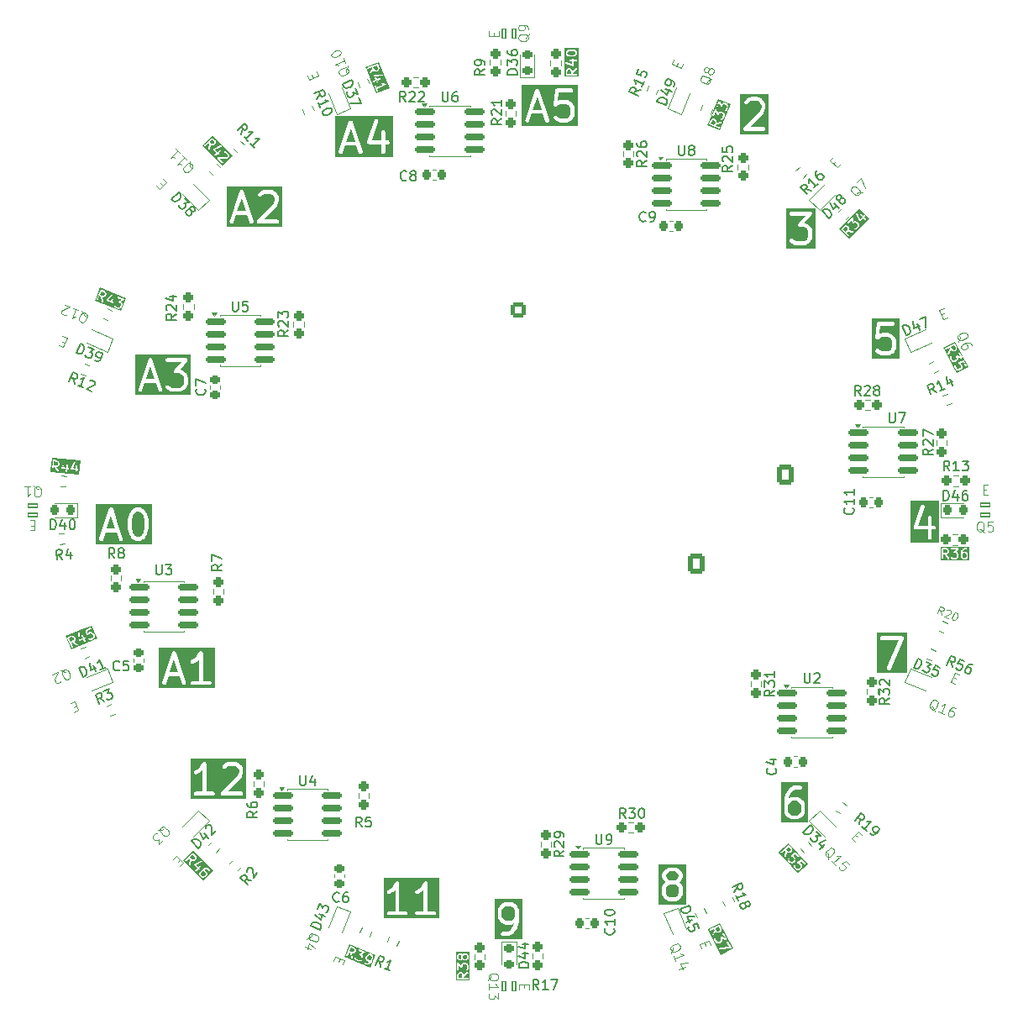
<source format=gto>
G04 #@! TF.GenerationSoftware,KiCad,Pcbnew,9.0.6-9.0.6~ubuntu22.04.1*
G04 #@! TF.CreationDate,2025-11-27T17:33:19+09:00*
G04 #@! TF.ProjectId,LineSensor,4c696e65-5365-46e7-936f-722e6b696361,rev?*
G04 #@! TF.SameCoordinates,Original*
G04 #@! TF.FileFunction,Legend,Top*
G04 #@! TF.FilePolarity,Positive*
%FSLAX46Y46*%
G04 Gerber Fmt 4.6, Leading zero omitted, Abs format (unit mm)*
G04 Created by KiCad (PCBNEW 9.0.6-9.0.6~ubuntu22.04.1) date 2025-11-27 17:33:19*
%MOMM*%
%LPD*%
G01*
G04 APERTURE LIST*
G04 Aperture macros list*
%AMRoundRect*
0 Rectangle with rounded corners*
0 $1 Rounding radius*
0 $2 $3 $4 $5 $6 $7 $8 $9 X,Y pos of 4 corners*
0 Add a 4 corners polygon primitive as box body*
4,1,4,$2,$3,$4,$5,$6,$7,$8,$9,$2,$3,0*
0 Add four circle primitives for the rounded corners*
1,1,$1+$1,$2,$3*
1,1,$1+$1,$4,$5*
1,1,$1+$1,$6,$7*
1,1,$1+$1,$8,$9*
0 Add four rect primitives between the rounded corners*
20,1,$1+$1,$2,$3,$4,$5,0*
20,1,$1+$1,$4,$5,$6,$7,0*
20,1,$1+$1,$6,$7,$8,$9,0*
20,1,$1+$1,$8,$9,$2,$3,0*%
G04 Aperture macros list end*
%ADD10C,0.400000*%
%ADD11C,0.150000*%
%ADD12C,0.100000*%
%ADD13C,0.120000*%
%ADD14RoundRect,0.237500X-0.123751X0.321857X-0.315092X-0.140083X0.123751X-0.321857X0.315092X0.140083X0*%
%ADD15RoundRect,0.069150X-0.161350X0.480850X-0.161350X-0.480850X0.161350X-0.480850X0.161350X0.480850X0*%
%ADD16RoundRect,0.072450X-0.169050X0.477550X-0.169050X-0.477550X0.169050X-0.477550X0.169050X0.477550X0*%
%ADD17RoundRect,0.218750X-0.335876X-0.026517X-0.026517X-0.335876X0.335876X0.026517X0.026517X0.335876X0*%
%ADD18RoundRect,0.218750X-0.319536X0.106829X-0.155646X-0.298814X0.319536X-0.106829X0.155646X0.298814X0*%
%ADD19RoundRect,0.237500X0.008839X0.344715X-0.344715X-0.008839X-0.008839X-0.344715X0.344715X0.008839X0*%
%ADD20RoundRect,0.237500X0.313858X-0.142827X0.126555X0.320765X-0.313858X0.142827X-0.126555X-0.320765X0*%
%ADD21RoundRect,0.237500X-0.250000X-0.237500X0.250000X-0.237500X0.250000X0.237500X-0.250000X0.237500X0*%
%ADD22RoundRect,0.069150X-0.505993X0.034945X0.382502X-0.333081X0.505993X-0.034945X-0.382502X0.333081X0*%
%ADD23RoundRect,0.072450X-0.505891X0.026569X0.376506X-0.338932X0.505891X-0.026569X-0.376506X0.338932X0*%
%ADD24RoundRect,0.225000X0.225000X0.250000X-0.225000X0.250000X-0.225000X-0.250000X0.225000X-0.250000X0*%
%ADD25RoundRect,0.237500X-0.315092X0.140083X-0.123751X-0.321857X0.315092X-0.140083X0.123751X0.321857X0*%
%ADD26RoundRect,0.237500X0.123751X-0.321857X0.315092X0.140083X-0.123751X0.321857X-0.315092X-0.140083X0*%
%ADD27RoundRect,0.237500X-0.237500X0.250000X-0.237500X-0.250000X0.237500X-0.250000X0.237500X0.250000X0*%
%ADD28RoundRect,0.069150X-0.333081X0.382502X0.034945X-0.505993X0.333081X-0.382502X-0.034945X0.505993X0*%
%ADD29RoundRect,0.072450X-0.338932X0.376506X0.026569X-0.505891X0.338932X-0.376506X-0.026569X0.505891X0*%
%ADD30RoundRect,0.069150X0.382502X0.333081X-0.505993X-0.034945X-0.382502X-0.333081X0.505993X0.034945X0*%
%ADD31RoundRect,0.072450X0.376506X0.338932X-0.505891X-0.026569X-0.376506X-0.338932X0.505891X0.026569X0*%
%ADD32RoundRect,0.237500X-0.269748X-0.214807X0.228349X-0.258385X0.269748X0.214807X-0.228349X0.258385X0*%
%ADD33RoundRect,0.069150X0.333081X-0.382502X-0.034945X0.505993X-0.333081X0.382502X0.034945X-0.505993X0*%
%ADD34RoundRect,0.072450X0.338932X-0.376506X-0.026569X0.505891X-0.338932X0.376506X0.026569X-0.505891X0*%
%ADD35RoundRect,0.069150X-0.454104X0.225921X0.225921X-0.454104X0.454104X-0.225921X-0.225921X0.454104X0*%
%ADD36RoundRect,0.072450X-0.457215X0.218142X0.218142X-0.457215X0.457215X-0.218142X-0.218142X0.457215X0*%
%ADD37RoundRect,0.150000X-0.825000X-0.150000X0.825000X-0.150000X0.825000X0.150000X-0.825000X0.150000X0*%
%ADD38RoundRect,0.218750X0.256250X-0.218750X0.256250X0.218750X-0.256250X0.218750X-0.256250X-0.218750X0*%
%ADD39RoundRect,0.218750X0.104036X0.320456X-0.300161X0.153032X-0.104036X-0.320456X0.300161X-0.153032X0*%
%ADD40RoundRect,0.237500X-0.140083X-0.315092X0.321857X-0.123751X0.140083X0.315092X-0.321857X0.123751X0*%
%ADD41RoundRect,0.218750X-0.256250X0.218750X-0.256250X-0.218750X0.256250X-0.218750X0.256250X0.218750X0*%
%ADD42RoundRect,0.237500X0.250000X0.237500X-0.250000X0.237500X-0.250000X-0.237500X0.250000X-0.237500X0*%
%ADD43RoundRect,0.218750X0.153032X-0.300161X0.320456X0.104036X-0.153032X0.300161X-0.320456X-0.104036X0*%
%ADD44RoundRect,0.218750X-0.104036X-0.320456X0.300161X-0.153032X0.104036X0.320456X-0.300161X0.153032X0*%
%ADD45RoundRect,0.237500X-0.321857X-0.123751X0.140083X-0.315092X0.321857X0.123751X-0.140083X0.315092X0*%
%ADD46RoundRect,0.225000X0.250000X-0.225000X0.250000X0.225000X-0.250000X0.225000X-0.250000X-0.225000X0*%
%ADD47RoundRect,0.218750X-0.218750X-0.256250X0.218750X-0.256250X0.218750X0.256250X-0.218750X0.256250X0*%
%ADD48RoundRect,0.237500X-0.008839X-0.344715X0.344715X0.008839X0.008839X0.344715X-0.344715X-0.008839X0*%
%ADD49RoundRect,0.069150X0.161350X-0.480850X0.161350X0.480850X-0.161350X0.480850X-0.161350X-0.480850X0*%
%ADD50RoundRect,0.072450X0.169050X-0.477550X0.169050X0.477550X-0.169050X0.477550X-0.169050X-0.477550X0*%
%ADD51RoundRect,0.237500X0.321857X0.123751X-0.140083X0.315092X-0.321857X-0.123751X0.140083X-0.315092X0*%
%ADD52RoundRect,0.237500X0.237500X-0.250000X0.237500X0.250000X-0.237500X0.250000X-0.237500X-0.250000X0*%
%ADD53RoundRect,0.069150X-0.034945X-0.505993X0.333081X0.382502X0.034945X0.505993X-0.333081X-0.382502X0*%
%ADD54RoundRect,0.072450X-0.026569X-0.505891X0.338932X0.376506X0.026569X0.505891X-0.338932X-0.376506X0*%
%ADD55RoundRect,0.237500X0.021239X-0.344173X0.342632X0.038849X-0.021239X0.344173X-0.342632X-0.038849X0*%
%ADD56C,3.200000*%
%ADD57RoundRect,0.069150X0.480850X0.161350X-0.480850X0.161350X-0.480850X-0.161350X0.480850X-0.161350X0*%
%ADD58RoundRect,0.072450X0.477550X0.169050X-0.477550X0.169050X-0.477550X-0.169050X0.477550X-0.169050X0*%
%ADD59RoundRect,0.237500X0.343780X-0.026868X0.009214X0.344705X-0.343780X0.026868X-0.009214X-0.344705X0*%
%ADD60RoundRect,0.237500X-0.344715X0.008839X0.008839X-0.344715X0.344715X-0.008839X-0.008839X0.344715X0*%
%ADD61RoundRect,0.069150X-0.480850X-0.161350X0.480850X-0.161350X0.480850X0.161350X-0.480850X0.161350X0*%
%ADD62RoundRect,0.072450X-0.477550X-0.169050X0.477550X-0.169050X0.477550X0.169050X-0.477550X0.169050X0*%
%ADD63RoundRect,0.218750X0.300161X0.153032X-0.104036X0.320456X-0.300161X-0.153032X0.104036X-0.320456X0*%
%ADD64RoundRect,0.069150X0.505993X-0.034945X-0.382502X0.333081X-0.505993X0.034945X0.382502X-0.333081X0*%
%ADD65RoundRect,0.072450X0.505891X-0.026569X-0.376506X0.338932X-0.505891X0.026569X0.376506X-0.338932X0*%
%ADD66RoundRect,0.237500X0.140083X0.315092X-0.321857X0.123751X-0.140083X-0.315092X0.321857X-0.123751X0*%
%ADD67RoundRect,0.237500X-0.228349X-0.258385X0.269748X-0.214807X0.228349X0.258385X-0.269748X0.214807X0*%
%ADD68RoundRect,0.069150X-0.382502X-0.333081X0.505993X0.034945X0.382502X0.333081X-0.505993X-0.034945X0*%
%ADD69RoundRect,0.072450X-0.376506X-0.338932X0.505891X0.026569X0.376506X0.338932X-0.505891X-0.026569X0*%
%ADD70RoundRect,0.218750X-0.300161X-0.153032X0.104036X-0.320456X0.300161X0.153032X-0.104036X0.320456X0*%
%ADD71RoundRect,0.069150X0.225921X0.454104X-0.454104X-0.225921X-0.225921X-0.454104X0.454104X0.225921X0*%
%ADD72RoundRect,0.072450X0.218142X0.457215X-0.457215X-0.218142X-0.218142X-0.457215X0.457215X0.218142X0*%
%ADD73RoundRect,0.225000X-0.225000X-0.250000X0.225000X-0.250000X0.225000X0.250000X-0.225000X0.250000X0*%
%ADD74RoundRect,0.237500X0.344173X0.021239X-0.038849X0.342632X-0.344173X-0.021239X0.038849X-0.342632X0*%
%ADD75RoundRect,0.069150X-0.225921X-0.454104X0.454104X0.225921X0.225921X0.454104X-0.454104X-0.225921X0*%
%ADD76RoundRect,0.072450X-0.218142X-0.457215X0.457215X0.218142X0.218142X0.457215X-0.457215X-0.218142X0*%
%ADD77RoundRect,0.237500X0.112087X0.326102X-0.331418X0.095228X-0.112087X-0.326102X0.331418X-0.095228X0*%
%ADD78RoundRect,0.218750X-0.153032X0.300161X-0.320456X-0.104036X0.153032X-0.300161X0.320456X0.104036X0*%
%ADD79RoundRect,0.218750X0.026517X-0.335876X0.335876X-0.026517X-0.026517X0.335876X-0.335876X0.026517X0*%
%ADD80RoundRect,0.237500X0.326102X-0.112087X0.095228X0.331418X-0.326102X0.112087X-0.095228X-0.331418X0*%
%ADD81RoundRect,0.218750X0.218750X0.256250X-0.218750X0.256250X-0.218750X-0.256250X0.218750X-0.256250X0*%
%ADD82RoundRect,0.218750X-0.026517X0.335876X-0.335876X0.026517X0.026517X-0.335876X0.335876X-0.026517X0*%
%ADD83RoundRect,0.218750X0.335876X0.026517X0.026517X0.335876X-0.335876X-0.026517X-0.026517X-0.335876X0*%
%ADD84RoundRect,0.218750X0.320456X-0.104036X0.153032X0.300161X-0.320456X0.104036X-0.153032X-0.300161X0*%
%ADD85RoundRect,0.069150X0.454104X-0.225921X-0.225921X0.454104X-0.454104X0.225921X0.225921X-0.454104X0*%
%ADD86RoundRect,0.072450X0.457215X-0.218142X-0.218142X0.457215X-0.457215X0.218142X0.218142X-0.457215X0*%
%ADD87RoundRect,0.069150X0.034945X0.505993X-0.333081X-0.382502X-0.034945X-0.505993X0.333081X0.382502X0*%
%ADD88RoundRect,0.072450X0.026569X0.505891X-0.338932X-0.376506X-0.026569X-0.505891X0.338932X0.376506X0*%
%ADD89R,1.700000X1.700000*%
%ADD90C,1.700000*%
%ADD91C,1.600000*%
%ADD92RoundRect,0.250000X-0.550000X0.550000X-0.550000X-0.550000X0.550000X-0.550000X0.550000X0.550000X0*%
%ADD93RoundRect,0.250000X-0.600000X-0.750000X0.600000X-0.750000X0.600000X0.750000X-0.600000X0.750000X0*%
%ADD94O,1.700000X2.000000*%
%ADD95RoundRect,0.250000X0.600000X0.725000X-0.600000X0.725000X-0.600000X-0.725000X0.600000X-0.725000X0*%
%ADD96O,1.700000X1.950000*%
%ADD97R,1.600000X1.600000*%
%ADD98O,1.600000X1.600000*%
%ADD99C,1.400000*%
%ADD100C,2.000000*%
%ADD101R,1.717500X1.800000*%
%ADD102O,1.717500X1.800000*%
G04 APERTURE END LIST*
D10*
G36*
X123485671Y-69854914D02*
G01*
X122612071Y-69854914D01*
X123048870Y-68544513D01*
X123485671Y-69854914D01*
G37*
G36*
X127153633Y-71445390D02*
G01*
X121517109Y-71445390D01*
X121517109Y-70887042D01*
X121850442Y-70887042D01*
X121855973Y-70964882D01*
X121890872Y-71034680D01*
X121949825Y-71085809D01*
X122023856Y-71110486D01*
X122101696Y-71104955D01*
X122171494Y-71070056D01*
X122222623Y-71011103D01*
X122238608Y-70975303D01*
X122478738Y-70254914D01*
X123619004Y-70254914D01*
X123859134Y-70975303D01*
X123875119Y-71011103D01*
X123926248Y-71070056D01*
X123996046Y-71104955D01*
X124073886Y-71110487D01*
X124147917Y-71085810D01*
X124206870Y-71034680D01*
X124241769Y-70964883D01*
X124247301Y-70887043D01*
X124244117Y-70873039D01*
X124567000Y-70873039D01*
X124567000Y-70951075D01*
X124596863Y-71023171D01*
X124652043Y-71078351D01*
X124724139Y-71108214D01*
X124763157Y-71112057D01*
X126620300Y-71112057D01*
X126659318Y-71108214D01*
X126731414Y-71078351D01*
X126786594Y-71023171D01*
X126816457Y-70951075D01*
X126816457Y-70873039D01*
X126786594Y-70800943D01*
X126731414Y-70745763D01*
X126659318Y-70715900D01*
X126620300Y-70712057D01*
X125245999Y-70712057D01*
X126618865Y-69339192D01*
X126643737Y-69308885D01*
X126646487Y-69302245D01*
X126651195Y-69296817D01*
X126667180Y-69261017D01*
X126810037Y-68832446D01*
X126814436Y-68813096D01*
X126816457Y-68808218D01*
X126817153Y-68801143D01*
X126818729Y-68794215D01*
X126818354Y-68788949D01*
X126820300Y-68769200D01*
X126820300Y-68483485D01*
X126816457Y-68444467D01*
X126813707Y-68437829D01*
X126813198Y-68430660D01*
X126799185Y-68394042D01*
X126656328Y-68108328D01*
X126645758Y-68091536D01*
X126643737Y-68086657D01*
X126639228Y-68081163D01*
X126635442Y-68075148D01*
X126631451Y-68071687D01*
X126618864Y-68056349D01*
X126476007Y-67913493D01*
X126460670Y-67900906D01*
X126457209Y-67896915D01*
X126451192Y-67893127D01*
X126445700Y-67888620D01*
X126440820Y-67886598D01*
X126424029Y-67876029D01*
X126138313Y-67733171D01*
X126101696Y-67719159D01*
X126094526Y-67718649D01*
X126087889Y-67715900D01*
X126048871Y-67712057D01*
X125334586Y-67712057D01*
X125295568Y-67715900D01*
X125288930Y-67718649D01*
X125281761Y-67719159D01*
X125245144Y-67733171D01*
X124959429Y-67876028D01*
X124942635Y-67886599D01*
X124937757Y-67888620D01*
X124932263Y-67893128D01*
X124926248Y-67896915D01*
X124922787Y-67900905D01*
X124907449Y-67913493D01*
X124764593Y-68056350D01*
X124739720Y-68086657D01*
X124709857Y-68158753D01*
X124709857Y-68236789D01*
X124739720Y-68308885D01*
X124794900Y-68364065D01*
X124866996Y-68393928D01*
X124945032Y-68393928D01*
X125017128Y-68364065D01*
X125047435Y-68339192D01*
X125167342Y-68219285D01*
X125381799Y-68112057D01*
X126001657Y-68112057D01*
X126216115Y-68219285D01*
X126313072Y-68316243D01*
X126420300Y-68530698D01*
X126420300Y-68736743D01*
X126302636Y-69089734D01*
X124621736Y-70770636D01*
X124596863Y-70800943D01*
X124567000Y-70873039D01*
X124244117Y-70873039D01*
X124238608Y-70848812D01*
X123238608Y-67848811D01*
X123222623Y-67813011D01*
X123213261Y-67802217D01*
X123206870Y-67789434D01*
X123187923Y-67773001D01*
X123171494Y-67754058D01*
X123158713Y-67747667D01*
X123147917Y-67738304D01*
X123124124Y-67730373D01*
X123101696Y-67719159D01*
X123087443Y-67718146D01*
X123073886Y-67713627D01*
X123048866Y-67715405D01*
X123023856Y-67713628D01*
X123010302Y-67718145D01*
X122996046Y-67719159D01*
X122973612Y-67730376D01*
X122949825Y-67738305D01*
X122939030Y-67747666D01*
X122926248Y-67754058D01*
X122909817Y-67773003D01*
X122890872Y-67789434D01*
X122884480Y-67802216D01*
X122875119Y-67813011D01*
X122859134Y-67848811D01*
X121859134Y-70848811D01*
X121850442Y-70887042D01*
X121517109Y-70887042D01*
X121517109Y-67378724D01*
X127153633Y-67378724D01*
X127153633Y-71445390D01*
G37*
G36*
X153285671Y-59654914D02*
G01*
X152412071Y-59654914D01*
X152848870Y-58344513D01*
X153285671Y-59654914D01*
G37*
G36*
X156953633Y-61245390D02*
G01*
X151317109Y-61245390D01*
X151317109Y-60687042D01*
X151650442Y-60687042D01*
X151655973Y-60764882D01*
X151690872Y-60834680D01*
X151749825Y-60885809D01*
X151823856Y-60910486D01*
X151901696Y-60904955D01*
X151971494Y-60870056D01*
X152022623Y-60811103D01*
X152038608Y-60775303D01*
X152278738Y-60054914D01*
X153419004Y-60054914D01*
X153659134Y-60775303D01*
X153675119Y-60811103D01*
X153726248Y-60870056D01*
X153796046Y-60904955D01*
X153873886Y-60910487D01*
X153947917Y-60885810D01*
X154006870Y-60834680D01*
X154041769Y-60764883D01*
X154047301Y-60687043D01*
X154038608Y-60648812D01*
X153542315Y-59159934D01*
X154506948Y-59159934D01*
X154509857Y-59169575D01*
X154509857Y-59179646D01*
X154521044Y-59206654D01*
X154529489Y-59234644D01*
X154535866Y-59242438D01*
X154539720Y-59251742D01*
X154560394Y-59272416D01*
X154578905Y-59295040D01*
X154587777Y-59299799D01*
X154594900Y-59306922D01*
X154621911Y-59318110D01*
X154647671Y-59331929D01*
X154657691Y-59332931D01*
X154666996Y-59336785D01*
X154696230Y-59336785D01*
X154725320Y-59339694D01*
X154734962Y-59336785D01*
X154745032Y-59336785D01*
X154772040Y-59325597D01*
X154800030Y-59317153D01*
X154807824Y-59310775D01*
X154817128Y-59306922D01*
X154847435Y-59282049D01*
X154967342Y-59162142D01*
X155181799Y-59054914D01*
X155801657Y-59054914D01*
X156016115Y-59162142D01*
X156113072Y-59259100D01*
X156220300Y-59473555D01*
X156220300Y-60093415D01*
X156113072Y-60307869D01*
X156016113Y-60404829D01*
X155801657Y-60512057D01*
X155181799Y-60512057D01*
X154967343Y-60404829D01*
X154847436Y-60284921D01*
X154817129Y-60260049D01*
X154745033Y-60230185D01*
X154666997Y-60230185D01*
X154594901Y-60260048D01*
X154539721Y-60315227D01*
X154509857Y-60387323D01*
X154509857Y-60465359D01*
X154539720Y-60537455D01*
X154564592Y-60567763D01*
X154707449Y-60710621D01*
X154722787Y-60723208D01*
X154726248Y-60727199D01*
X154732264Y-60730986D01*
X154737756Y-60735493D01*
X154742633Y-60737513D01*
X154759429Y-60748086D01*
X155045144Y-60890943D01*
X155081761Y-60904955D01*
X155088930Y-60905464D01*
X155095568Y-60908214D01*
X155134586Y-60912057D01*
X155848871Y-60912057D01*
X155887889Y-60908214D01*
X155894526Y-60905464D01*
X155901696Y-60904955D01*
X155938313Y-60890943D01*
X156224029Y-60748085D01*
X156240822Y-60737513D01*
X156245701Y-60735493D01*
X156251192Y-60730986D01*
X156257209Y-60727199D01*
X156260669Y-60723208D01*
X156276008Y-60710621D01*
X156418865Y-60567763D01*
X156431450Y-60552426D01*
X156435442Y-60548965D01*
X156439230Y-60542946D01*
X156443737Y-60537455D01*
X156445756Y-60532578D01*
X156456328Y-60515785D01*
X156599185Y-60230071D01*
X156613198Y-60193453D01*
X156613707Y-60186283D01*
X156616457Y-60179646D01*
X156620300Y-60140628D01*
X156620300Y-59426342D01*
X156616457Y-59387324D01*
X156613707Y-59380686D01*
X156613198Y-59373517D01*
X156599185Y-59336899D01*
X156456328Y-59051185D01*
X156445758Y-59034393D01*
X156443737Y-59029514D01*
X156439228Y-59024020D01*
X156435442Y-59018005D01*
X156431451Y-59014544D01*
X156418864Y-58999206D01*
X156276007Y-58856350D01*
X156260670Y-58843763D01*
X156257209Y-58839772D01*
X156251192Y-58835984D01*
X156245700Y-58831477D01*
X156240820Y-58829455D01*
X156224029Y-58818886D01*
X155938313Y-58676028D01*
X155901696Y-58662016D01*
X155894526Y-58661506D01*
X155887889Y-58658757D01*
X155848871Y-58654914D01*
X155134586Y-58654914D01*
X155095568Y-58658757D01*
X155088930Y-58661506D01*
X155081761Y-58662016D01*
X155045144Y-58676028D01*
X154948646Y-58724276D01*
X155029868Y-57912057D01*
X156277443Y-57912057D01*
X156316461Y-57908214D01*
X156388557Y-57878351D01*
X156443737Y-57823171D01*
X156473600Y-57751075D01*
X156473600Y-57673039D01*
X156443737Y-57600943D01*
X156388557Y-57545763D01*
X156316461Y-57515900D01*
X156277443Y-57512057D01*
X154848871Y-57512057D01*
X154834439Y-57513478D01*
X154829565Y-57512991D01*
X154824804Y-57514427D01*
X154809853Y-57515900D01*
X154782844Y-57527087D01*
X154754855Y-57535532D01*
X154747060Y-57541909D01*
X154737757Y-57545763D01*
X154717082Y-57566437D01*
X154694459Y-57584948D01*
X154689699Y-57593820D01*
X154682577Y-57600943D01*
X154671388Y-57627954D01*
X154657570Y-57653714D01*
X154654617Y-57668444D01*
X154652714Y-57673039D01*
X154652714Y-57677938D01*
X154649864Y-57692156D01*
X154507007Y-59120727D01*
X154506948Y-59159934D01*
X153542315Y-59159934D01*
X153038608Y-57648811D01*
X153022623Y-57613011D01*
X153013261Y-57602217D01*
X153006870Y-57589434D01*
X152987923Y-57573001D01*
X152971494Y-57554058D01*
X152958713Y-57547667D01*
X152947917Y-57538304D01*
X152924124Y-57530373D01*
X152901696Y-57519159D01*
X152887443Y-57518146D01*
X152873886Y-57513627D01*
X152848866Y-57515405D01*
X152823856Y-57513628D01*
X152810302Y-57518145D01*
X152796046Y-57519159D01*
X152773612Y-57530376D01*
X152749825Y-57538305D01*
X152739030Y-57547666D01*
X152726248Y-57554058D01*
X152709817Y-57573003D01*
X152690872Y-57589434D01*
X152684480Y-57602216D01*
X152675119Y-57613011D01*
X152659134Y-57648811D01*
X151659134Y-60648811D01*
X151650442Y-60687042D01*
X151317109Y-60687042D01*
X151317109Y-57178724D01*
X156953633Y-57178724D01*
X156953633Y-61245390D01*
G37*
G36*
X193371218Y-103291547D02*
G01*
X190452823Y-103291547D01*
X190452823Y-101737042D01*
X190786156Y-101737042D01*
X190788428Y-101769016D01*
X190788428Y-101801075D01*
X190791177Y-101807713D01*
X190791687Y-101814882D01*
X190806024Y-101843557D01*
X190818291Y-101873171D01*
X190823372Y-101878252D01*
X190826586Y-101884680D01*
X190850803Y-101905683D01*
X190873471Y-101928351D01*
X190880110Y-101931101D01*
X190885539Y-101935809D01*
X190915946Y-101945944D01*
X190945567Y-101958214D01*
X190955768Y-101959218D01*
X190959570Y-101960486D01*
X190964835Y-101960111D01*
X190984585Y-101962057D01*
X192213157Y-101962057D01*
X192213157Y-102762057D01*
X192217000Y-102801075D01*
X192246863Y-102873171D01*
X192302043Y-102928351D01*
X192374139Y-102958214D01*
X192452175Y-102958214D01*
X192524271Y-102928351D01*
X192579451Y-102873171D01*
X192609314Y-102801075D01*
X192613157Y-102762057D01*
X192613157Y-101962057D01*
X192841728Y-101962057D01*
X192880746Y-101958214D01*
X192952842Y-101928351D01*
X193008022Y-101873171D01*
X193037885Y-101801075D01*
X193037885Y-101723039D01*
X193008022Y-101650943D01*
X192952842Y-101595763D01*
X192880746Y-101565900D01*
X192841728Y-101562057D01*
X192613157Y-101562057D01*
X192613157Y-100762057D01*
X192609314Y-100723039D01*
X192579451Y-100650943D01*
X192524271Y-100595763D01*
X192452175Y-100565900D01*
X192374139Y-100565900D01*
X192302043Y-100595763D01*
X192246863Y-100650943D01*
X192217000Y-100723039D01*
X192213157Y-100762057D01*
X192213157Y-101562057D01*
X191262071Y-101562057D01*
X191888608Y-99682445D01*
X191897301Y-99644214D01*
X191891769Y-99566375D01*
X191856870Y-99496577D01*
X191797917Y-99445447D01*
X191723886Y-99420770D01*
X191646046Y-99426302D01*
X191576248Y-99461201D01*
X191525119Y-99520154D01*
X191509134Y-99555954D01*
X190794848Y-101698811D01*
X190790448Y-101718160D01*
X190788428Y-101723039D01*
X190788428Y-101727048D01*
X190786156Y-101737042D01*
X190452823Y-101737042D01*
X190452823Y-99087437D01*
X193371218Y-99087437D01*
X193371218Y-103291547D01*
G37*
G36*
X180882204Y-73645390D02*
G01*
X177962238Y-73645390D01*
X177962238Y-70073039D01*
X178295571Y-70073039D01*
X178295571Y-70151075D01*
X178325434Y-70223171D01*
X178380614Y-70278351D01*
X178452710Y-70308214D01*
X178491728Y-70312057D01*
X179908118Y-70312057D01*
X179198356Y-71123213D01*
X179186299Y-71140077D01*
X179182577Y-71143800D01*
X179181115Y-71147329D01*
X179175554Y-71155108D01*
X179165145Y-71185884D01*
X179152714Y-71215896D01*
X179152714Y-71222640D01*
X179150553Y-71229030D01*
X179152714Y-71261444D01*
X179152714Y-71293932D01*
X179155295Y-71300163D01*
X179155744Y-71306894D01*
X179170144Y-71336012D01*
X179182577Y-71366028D01*
X179187347Y-71370798D01*
X179190337Y-71376844D01*
X179214785Y-71398236D01*
X179237757Y-71421208D01*
X179243988Y-71423789D01*
X179249065Y-71428231D01*
X179279841Y-71438639D01*
X179309853Y-71451071D01*
X179319368Y-71452008D01*
X179322987Y-71453232D01*
X179328238Y-71452881D01*
X179348871Y-71454914D01*
X179730228Y-71454914D01*
X179944686Y-71562142D01*
X180041643Y-71659100D01*
X180148871Y-71873555D01*
X180148871Y-72493415D01*
X180041643Y-72707869D01*
X179944684Y-72804829D01*
X179730228Y-72912057D01*
X178967512Y-72912057D01*
X178753058Y-72804830D01*
X178633150Y-72684921D01*
X178602843Y-72660049D01*
X178530747Y-72630185D01*
X178452711Y-72630185D01*
X178380615Y-72660048D01*
X178325435Y-72715227D01*
X178295571Y-72787323D01*
X178295571Y-72865359D01*
X178325434Y-72937455D01*
X178350306Y-72967763D01*
X178493163Y-73110621D01*
X178508501Y-73123208D01*
X178511962Y-73127199D01*
X178517978Y-73130986D01*
X178523470Y-73135493D01*
X178528348Y-73137513D01*
X178545142Y-73148085D01*
X178830856Y-73290942D01*
X178867474Y-73304955D01*
X178874643Y-73305464D01*
X178881281Y-73308214D01*
X178920299Y-73312057D01*
X179777442Y-73312057D01*
X179816460Y-73308214D01*
X179823097Y-73305464D01*
X179830267Y-73304955D01*
X179866884Y-73290943D01*
X180152600Y-73148085D01*
X180169393Y-73137513D01*
X180174272Y-73135493D01*
X180179763Y-73130986D01*
X180185780Y-73127199D01*
X180189240Y-73123208D01*
X180204579Y-73110621D01*
X180347436Y-72967763D01*
X180360021Y-72952426D01*
X180364013Y-72948965D01*
X180367801Y-72942946D01*
X180372308Y-72937455D01*
X180374327Y-72932578D01*
X180384899Y-72915785D01*
X180527756Y-72630071D01*
X180541769Y-72593453D01*
X180542278Y-72586283D01*
X180545028Y-72579646D01*
X180548871Y-72540628D01*
X180548871Y-71826342D01*
X180545028Y-71787324D01*
X180542278Y-71780686D01*
X180541769Y-71773517D01*
X180527756Y-71736899D01*
X180384899Y-71451185D01*
X180374329Y-71434393D01*
X180372308Y-71429514D01*
X180367799Y-71424020D01*
X180364013Y-71418005D01*
X180360022Y-71414544D01*
X180347435Y-71399206D01*
X180204578Y-71256350D01*
X180189241Y-71243763D01*
X180185780Y-71239772D01*
X180179763Y-71235984D01*
X180174271Y-71231477D01*
X180169391Y-71229455D01*
X180152600Y-71218886D01*
X179866884Y-71076028D01*
X179830267Y-71062016D01*
X179823097Y-71061506D01*
X179816460Y-71058757D01*
X179788657Y-71056018D01*
X180499386Y-70243758D01*
X180511442Y-70226893D01*
X180515165Y-70223171D01*
X180516626Y-70219641D01*
X180522188Y-70211863D01*
X180532596Y-70181086D01*
X180545028Y-70151075D01*
X180545028Y-70144330D01*
X180547189Y-70137941D01*
X180545028Y-70105526D01*
X180545028Y-70073039D01*
X180542446Y-70066807D01*
X180541998Y-70060077D01*
X180527597Y-70030958D01*
X180515165Y-70000943D01*
X180510394Y-69996172D01*
X180507405Y-69990127D01*
X180482957Y-69968735D01*
X180459985Y-69945763D01*
X180453753Y-69943181D01*
X180448677Y-69938740D01*
X180417902Y-69928332D01*
X180387889Y-69915900D01*
X180378372Y-69914962D01*
X180374754Y-69913739D01*
X180369502Y-69914089D01*
X180348871Y-69912057D01*
X178491728Y-69912057D01*
X178452710Y-69915900D01*
X178380614Y-69945763D01*
X178325434Y-70000943D01*
X178295571Y-70073039D01*
X177962238Y-70073039D01*
X177962238Y-69578724D01*
X180882204Y-69578724D01*
X180882204Y-73645390D01*
G37*
G36*
X179244686Y-129412142D02*
G01*
X179341643Y-129509100D01*
X179448871Y-129723555D01*
X179448871Y-130343415D01*
X179341643Y-130557869D01*
X179244684Y-130654829D01*
X179030228Y-130762057D01*
X178553227Y-130762057D01*
X178338771Y-130654829D01*
X178241812Y-130557869D01*
X178134585Y-130343415D01*
X178134585Y-129723555D01*
X178241812Y-129509099D01*
X178338770Y-129412142D01*
X178553227Y-129304914D01*
X179030228Y-129304914D01*
X179244686Y-129412142D01*
G37*
G36*
X180182204Y-131495390D02*
G01*
X177401252Y-131495390D01*
X177401252Y-129247771D01*
X177734585Y-129247771D01*
X177734585Y-130390628D01*
X177738428Y-130429646D01*
X177741177Y-130436283D01*
X177741687Y-130443453D01*
X177755700Y-130480071D01*
X177898557Y-130765785D01*
X177909128Y-130782578D01*
X177911148Y-130787455D01*
X177915654Y-130792946D01*
X177919443Y-130798965D01*
X177923434Y-130802426D01*
X177936020Y-130817763D01*
X178078877Y-130960621D01*
X178094215Y-130973208D01*
X178097676Y-130977199D01*
X178103692Y-130980986D01*
X178109184Y-130985493D01*
X178114061Y-130987513D01*
X178130857Y-130998086D01*
X178416572Y-131140943D01*
X178453189Y-131154955D01*
X178460358Y-131155464D01*
X178466996Y-131158214D01*
X178506014Y-131162057D01*
X179077442Y-131162057D01*
X179116460Y-131158214D01*
X179123097Y-131155464D01*
X179130267Y-131154955D01*
X179166884Y-131140943D01*
X179452600Y-130998085D01*
X179469393Y-130987513D01*
X179474272Y-130985493D01*
X179479763Y-130980986D01*
X179485780Y-130977199D01*
X179489240Y-130973208D01*
X179504579Y-130960621D01*
X179647436Y-130817763D01*
X179660021Y-130802426D01*
X179664013Y-130798965D01*
X179667801Y-130792946D01*
X179672308Y-130787455D01*
X179674327Y-130782578D01*
X179684899Y-130765785D01*
X179827756Y-130480071D01*
X179841769Y-130443453D01*
X179842278Y-130436283D01*
X179845028Y-130429646D01*
X179848871Y-130390628D01*
X179848871Y-129676342D01*
X179845028Y-129637324D01*
X179842278Y-129630686D01*
X179841769Y-129623517D01*
X179827756Y-129586899D01*
X179684899Y-129301185D01*
X179674329Y-129284393D01*
X179672308Y-129279514D01*
X179667799Y-129274020D01*
X179664013Y-129268005D01*
X179660022Y-129264544D01*
X179647435Y-129249206D01*
X179504578Y-129106350D01*
X179489241Y-129093763D01*
X179485780Y-129089772D01*
X179479763Y-129085984D01*
X179474271Y-129081477D01*
X179469391Y-129079455D01*
X179452600Y-129068886D01*
X179166884Y-128926028D01*
X179130267Y-128912016D01*
X179123097Y-128911506D01*
X179116460Y-128908757D01*
X179077442Y-128904914D01*
X178506014Y-128904914D01*
X178466996Y-128908757D01*
X178460358Y-128911506D01*
X178453189Y-128912016D01*
X178416572Y-128926028D01*
X178193262Y-129037682D01*
X178263068Y-128758458D01*
X178518582Y-128375187D01*
X178624486Y-128269284D01*
X178838941Y-128162057D01*
X179363157Y-128162057D01*
X179402175Y-128158214D01*
X179474271Y-128128351D01*
X179529451Y-128073171D01*
X179559314Y-128001075D01*
X179559314Y-127923039D01*
X179529451Y-127850943D01*
X179474271Y-127795763D01*
X179402175Y-127765900D01*
X179363157Y-127762057D01*
X178791728Y-127762057D01*
X178752710Y-127765900D01*
X178746072Y-127768649D01*
X178738903Y-127769159D01*
X178702285Y-127783172D01*
X178416571Y-127926029D01*
X178399779Y-127936598D01*
X178394900Y-127938620D01*
X178389406Y-127943128D01*
X178383391Y-127946915D01*
X178379930Y-127950905D01*
X178364592Y-127963493D01*
X178221736Y-128106350D01*
X178221648Y-128106456D01*
X178221588Y-128106497D01*
X178209040Y-128121819D01*
X178196863Y-128136657D01*
X178196835Y-128136722D01*
X178196747Y-128136831D01*
X177911032Y-128565402D01*
X177899545Y-128586945D01*
X177896605Y-128590914D01*
X177894930Y-128595601D01*
X177892586Y-128599998D01*
X177891626Y-128604846D01*
X177883413Y-128627835D01*
X177740556Y-129199264D01*
X177739555Y-129206031D01*
X177738428Y-129208753D01*
X177736981Y-129223434D01*
X177734821Y-129238049D01*
X177735255Y-129240966D01*
X177734585Y-129247771D01*
X177401252Y-129247771D01*
X177401252Y-127428724D01*
X180182204Y-127428724D01*
X180182204Y-131495390D01*
G37*
G36*
X116685671Y-116354914D02*
G01*
X115812071Y-116354914D01*
X116248870Y-115044513D01*
X116685671Y-116354914D01*
G37*
G36*
X120349790Y-117945390D02*
G01*
X114717109Y-117945390D01*
X114717109Y-117387042D01*
X115050442Y-117387042D01*
X115055973Y-117464882D01*
X115090872Y-117534680D01*
X115149825Y-117585809D01*
X115223856Y-117610486D01*
X115301696Y-117604955D01*
X115371494Y-117570056D01*
X115422623Y-117511103D01*
X115438608Y-117475303D01*
X115678738Y-116754914D01*
X116819004Y-116754914D01*
X117059134Y-117475303D01*
X117075119Y-117511103D01*
X117126248Y-117570056D01*
X117196046Y-117604955D01*
X117273886Y-117610487D01*
X117347917Y-117585810D01*
X117406870Y-117534680D01*
X117441769Y-117464883D01*
X117447301Y-117387043D01*
X117438608Y-117348812D01*
X116737066Y-115244186D01*
X117907584Y-115244186D01*
X117913117Y-115322026D01*
X117948016Y-115391823D01*
X118006968Y-115442953D01*
X118081000Y-115467630D01*
X118158840Y-115462097D01*
X118195457Y-115448085D01*
X118481171Y-115305227D01*
X118497962Y-115294657D01*
X118502842Y-115292636D01*
X118508335Y-115288127D01*
X118514351Y-115284341D01*
X118517811Y-115280351D01*
X118533149Y-115267764D01*
X118763157Y-115037756D01*
X118763157Y-117212057D01*
X118106014Y-117212057D01*
X118066996Y-117215900D01*
X117994900Y-117245763D01*
X117939720Y-117300943D01*
X117909857Y-117373039D01*
X117909857Y-117451075D01*
X117939720Y-117523171D01*
X117994900Y-117578351D01*
X118066996Y-117608214D01*
X118106014Y-117612057D01*
X119820300Y-117612057D01*
X119859318Y-117608214D01*
X119931414Y-117578351D01*
X119986594Y-117523171D01*
X120016457Y-117451075D01*
X120016457Y-117373039D01*
X119986594Y-117300943D01*
X119931414Y-117245763D01*
X119859318Y-117215900D01*
X119820300Y-117212057D01*
X119163157Y-117212057D01*
X119163157Y-114412057D01*
X119163143Y-114411917D01*
X119163157Y-114411848D01*
X119163116Y-114411645D01*
X119159314Y-114373039D01*
X119151736Y-114354745D01*
X119147853Y-114335327D01*
X119136949Y-114319045D01*
X119129451Y-114300943D01*
X119115447Y-114286939D01*
X119104430Y-114270488D01*
X119088127Y-114259619D01*
X119074271Y-114245763D01*
X119055975Y-114238184D01*
X119039500Y-114227201D01*
X119020277Y-114223398D01*
X119002175Y-114215900D01*
X118982374Y-114215900D01*
X118962948Y-114212057D01*
X118943733Y-114215900D01*
X118924139Y-114215900D01*
X118905845Y-114223477D01*
X118886427Y-114227361D01*
X118870145Y-114238264D01*
X118852043Y-114245763D01*
X118838039Y-114259766D01*
X118821588Y-114270784D01*
X118797009Y-114300796D01*
X118796863Y-114300943D01*
X118796835Y-114301008D01*
X118796747Y-114301117D01*
X118522017Y-114713211D01*
X118273256Y-114961971D01*
X118016571Y-115090315D01*
X117983391Y-115111202D01*
X117932261Y-115170154D01*
X117907584Y-115244186D01*
X116737066Y-115244186D01*
X116438608Y-114348811D01*
X116422623Y-114313011D01*
X116413261Y-114302217D01*
X116406870Y-114289434D01*
X116387923Y-114273001D01*
X116371494Y-114254058D01*
X116358713Y-114247667D01*
X116347917Y-114238304D01*
X116324124Y-114230373D01*
X116301696Y-114219159D01*
X116287443Y-114218146D01*
X116273886Y-114213627D01*
X116248866Y-114215405D01*
X116223856Y-114213628D01*
X116210302Y-114218145D01*
X116196046Y-114219159D01*
X116173612Y-114230376D01*
X116149825Y-114238305D01*
X116139030Y-114247666D01*
X116126248Y-114254058D01*
X116109817Y-114273003D01*
X116090872Y-114289434D01*
X116084480Y-114302216D01*
X116075119Y-114313011D01*
X116059134Y-114348811D01*
X115059134Y-117348811D01*
X115050442Y-117387042D01*
X114717109Y-117387042D01*
X114717109Y-113878724D01*
X120349790Y-113878724D01*
X120349790Y-117945390D01*
G37*
G36*
X189382204Y-84745390D02*
G01*
X186602186Y-84745390D01*
X186602186Y-82659934D01*
X186935519Y-82659934D01*
X186938428Y-82669575D01*
X186938428Y-82679646D01*
X186949615Y-82706654D01*
X186958060Y-82734644D01*
X186964437Y-82742438D01*
X186968291Y-82751742D01*
X186988965Y-82772416D01*
X187007476Y-82795040D01*
X187016348Y-82799799D01*
X187023471Y-82806922D01*
X187050482Y-82818110D01*
X187076242Y-82831929D01*
X187086262Y-82832931D01*
X187095567Y-82836785D01*
X187124801Y-82836785D01*
X187153891Y-82839694D01*
X187163533Y-82836785D01*
X187173603Y-82836785D01*
X187200611Y-82825597D01*
X187228601Y-82817153D01*
X187236395Y-82810775D01*
X187245699Y-82806922D01*
X187276006Y-82782049D01*
X187395913Y-82662142D01*
X187610370Y-82554914D01*
X188230228Y-82554914D01*
X188444686Y-82662142D01*
X188541643Y-82759100D01*
X188648871Y-82973555D01*
X188648871Y-83593415D01*
X188541643Y-83807869D01*
X188444684Y-83904829D01*
X188230228Y-84012057D01*
X187610370Y-84012057D01*
X187395914Y-83904829D01*
X187276007Y-83784921D01*
X187245700Y-83760049D01*
X187173604Y-83730185D01*
X187095568Y-83730185D01*
X187023472Y-83760048D01*
X186968292Y-83815227D01*
X186938428Y-83887323D01*
X186938428Y-83965359D01*
X186968291Y-84037455D01*
X186993163Y-84067763D01*
X187136020Y-84210621D01*
X187151358Y-84223208D01*
X187154819Y-84227199D01*
X187160835Y-84230986D01*
X187166327Y-84235493D01*
X187171204Y-84237513D01*
X187188000Y-84248086D01*
X187473715Y-84390943D01*
X187510332Y-84404955D01*
X187517501Y-84405464D01*
X187524139Y-84408214D01*
X187563157Y-84412057D01*
X188277442Y-84412057D01*
X188316460Y-84408214D01*
X188323097Y-84405464D01*
X188330267Y-84404955D01*
X188366884Y-84390943D01*
X188652600Y-84248085D01*
X188669393Y-84237513D01*
X188674272Y-84235493D01*
X188679763Y-84230986D01*
X188685780Y-84227199D01*
X188689240Y-84223208D01*
X188704579Y-84210621D01*
X188847436Y-84067763D01*
X188860021Y-84052426D01*
X188864013Y-84048965D01*
X188867801Y-84042946D01*
X188872308Y-84037455D01*
X188874327Y-84032578D01*
X188884899Y-84015785D01*
X189027756Y-83730071D01*
X189041769Y-83693453D01*
X189042278Y-83686283D01*
X189045028Y-83679646D01*
X189048871Y-83640628D01*
X189048871Y-82926342D01*
X189045028Y-82887324D01*
X189042278Y-82880686D01*
X189041769Y-82873517D01*
X189027756Y-82836899D01*
X188884899Y-82551185D01*
X188874329Y-82534393D01*
X188872308Y-82529514D01*
X188867799Y-82524020D01*
X188864013Y-82518005D01*
X188860022Y-82514544D01*
X188847435Y-82499206D01*
X188704578Y-82356350D01*
X188689241Y-82343763D01*
X188685780Y-82339772D01*
X188679763Y-82335984D01*
X188674271Y-82331477D01*
X188669391Y-82329455D01*
X188652600Y-82318886D01*
X188366884Y-82176028D01*
X188330267Y-82162016D01*
X188323097Y-82161506D01*
X188316460Y-82158757D01*
X188277442Y-82154914D01*
X187563157Y-82154914D01*
X187524139Y-82158757D01*
X187517501Y-82161506D01*
X187510332Y-82162016D01*
X187473715Y-82176028D01*
X187377217Y-82224276D01*
X187458439Y-81412057D01*
X188706014Y-81412057D01*
X188745032Y-81408214D01*
X188817128Y-81378351D01*
X188872308Y-81323171D01*
X188902171Y-81251075D01*
X188902171Y-81173039D01*
X188872308Y-81100943D01*
X188817128Y-81045763D01*
X188745032Y-81015900D01*
X188706014Y-81012057D01*
X187277442Y-81012057D01*
X187263010Y-81013478D01*
X187258136Y-81012991D01*
X187253375Y-81014427D01*
X187238424Y-81015900D01*
X187211415Y-81027087D01*
X187183426Y-81035532D01*
X187175631Y-81041909D01*
X187166328Y-81045763D01*
X187145653Y-81066437D01*
X187123030Y-81084948D01*
X187118270Y-81093820D01*
X187111148Y-81100943D01*
X187099959Y-81127954D01*
X187086141Y-81153714D01*
X187083188Y-81168444D01*
X187081285Y-81173039D01*
X187081285Y-81177938D01*
X187078435Y-81192156D01*
X186935578Y-82620727D01*
X186935519Y-82659934D01*
X186602186Y-82659934D01*
X186602186Y-80678724D01*
X189382204Y-80678724D01*
X189382204Y-84745390D01*
G37*
G36*
X150394686Y-140019285D02*
G01*
X150491643Y-140116243D01*
X150598871Y-140330698D01*
X150598871Y-140950558D01*
X150491643Y-141165012D01*
X150394685Y-141261971D01*
X150180229Y-141369200D01*
X149703227Y-141369200D01*
X149488771Y-141261971D01*
X149391812Y-141165013D01*
X149284585Y-140950558D01*
X149284585Y-140330698D01*
X149391812Y-140116242D01*
X149488770Y-140019285D01*
X149703227Y-139912057D01*
X150180228Y-139912057D01*
X150394686Y-140019285D01*
G37*
G36*
X151332204Y-143245390D02*
G01*
X148551252Y-143245390D01*
X148551252Y-140283485D01*
X148884585Y-140283485D01*
X148884585Y-140997771D01*
X148888428Y-141036789D01*
X148891177Y-141043426D01*
X148891687Y-141050596D01*
X148905700Y-141087214D01*
X149048557Y-141372928D01*
X149059126Y-141389719D01*
X149061148Y-141394599D01*
X149065655Y-141400091D01*
X149069443Y-141406108D01*
X149073434Y-141409569D01*
X149086021Y-141424906D01*
X149228877Y-141567763D01*
X149244215Y-141580350D01*
X149247676Y-141584341D01*
X149253691Y-141588127D01*
X149259185Y-141592636D01*
X149264064Y-141594657D01*
X149280856Y-141605227D01*
X149566571Y-141748085D01*
X149603188Y-141762097D01*
X149610355Y-141762606D01*
X149616996Y-141765357D01*
X149656014Y-141769200D01*
X150227442Y-141769200D01*
X150266460Y-141765357D01*
X150273100Y-141762606D01*
X150280268Y-141762097D01*
X150316885Y-141748085D01*
X150540193Y-141636430D01*
X150470386Y-141915656D01*
X150214874Y-142298923D01*
X150108968Y-142404830D01*
X149894515Y-142512057D01*
X149370299Y-142512057D01*
X149331281Y-142515900D01*
X149259185Y-142545763D01*
X149204005Y-142600943D01*
X149174142Y-142673039D01*
X149174142Y-142751075D01*
X149204005Y-142823171D01*
X149259185Y-142878351D01*
X149331281Y-142908214D01*
X149370299Y-142912057D01*
X149941728Y-142912057D01*
X149980746Y-142908214D01*
X149987383Y-142905464D01*
X149994553Y-142904955D01*
X150031171Y-142890942D01*
X150316885Y-142748085D01*
X150333678Y-142737513D01*
X150338557Y-142735493D01*
X150344048Y-142730986D01*
X150350065Y-142727199D01*
X150353525Y-142723208D01*
X150368864Y-142710621D01*
X150511721Y-142567763D01*
X150511811Y-142567652D01*
X150511868Y-142567615D01*
X150524185Y-142552573D01*
X150536593Y-142537455D01*
X150536619Y-142537391D01*
X150536709Y-142537282D01*
X150822424Y-142108711D01*
X150833910Y-142087167D01*
X150836851Y-142083199D01*
X150838525Y-142078511D01*
X150840870Y-142074115D01*
X150841829Y-142069266D01*
X150850043Y-142046278D01*
X150992899Y-141474850D01*
X150993899Y-141468084D01*
X150995028Y-141465360D01*
X150996475Y-141450658D01*
X150998634Y-141436064D01*
X150998200Y-141433150D01*
X150998871Y-141426342D01*
X150998871Y-140283485D01*
X150995028Y-140244467D01*
X150992278Y-140237829D01*
X150991769Y-140230660D01*
X150977756Y-140194042D01*
X150834899Y-139908328D01*
X150824329Y-139891536D01*
X150822308Y-139886657D01*
X150817799Y-139881163D01*
X150814013Y-139875148D01*
X150810022Y-139871687D01*
X150797435Y-139856349D01*
X150654578Y-139713493D01*
X150639241Y-139700906D01*
X150635780Y-139696915D01*
X150629763Y-139693127D01*
X150624271Y-139688620D01*
X150619391Y-139686598D01*
X150602600Y-139676029D01*
X150316884Y-139533171D01*
X150280267Y-139519159D01*
X150273097Y-139518649D01*
X150266460Y-139515900D01*
X150227442Y-139512057D01*
X149656014Y-139512057D01*
X149616996Y-139515900D01*
X149610358Y-139518649D01*
X149603189Y-139519159D01*
X149566572Y-139533171D01*
X149280857Y-139676028D01*
X149264063Y-139686599D01*
X149259185Y-139688620D01*
X149253691Y-139693128D01*
X149247676Y-139696915D01*
X149244215Y-139700905D01*
X149228877Y-139713493D01*
X149086021Y-139856350D01*
X149073434Y-139871686D01*
X149069443Y-139875148D01*
X149065655Y-139881164D01*
X149061148Y-139886657D01*
X149059126Y-139891536D01*
X149048557Y-139908328D01*
X148905700Y-140194042D01*
X148891687Y-140230660D01*
X148891177Y-140237829D01*
X148888428Y-140244467D01*
X148884585Y-140283485D01*
X148551252Y-140283485D01*
X148551252Y-139178724D01*
X151332204Y-139178724D01*
X151332204Y-143245390D01*
G37*
G36*
X134485671Y-62854914D02*
G01*
X133612071Y-62854914D01*
X134048870Y-61544513D01*
X134485671Y-62854914D01*
G37*
G36*
X138292647Y-64443820D02*
G01*
X132517109Y-64443820D01*
X132517109Y-63887042D01*
X132850442Y-63887042D01*
X132855973Y-63964882D01*
X132890872Y-64034680D01*
X132949825Y-64085809D01*
X133023856Y-64110486D01*
X133101696Y-64104955D01*
X133171494Y-64070056D01*
X133222623Y-64011103D01*
X133238608Y-63975303D01*
X133478738Y-63254914D01*
X134619004Y-63254914D01*
X134859134Y-63975303D01*
X134875119Y-64011103D01*
X134926248Y-64070056D01*
X134996046Y-64104955D01*
X135073886Y-64110487D01*
X135147917Y-64085810D01*
X135206870Y-64034680D01*
X135241769Y-63964883D01*
X135247301Y-63887043D01*
X135238608Y-63848812D01*
X134918018Y-62887042D01*
X135707585Y-62887042D01*
X135709857Y-62919016D01*
X135709857Y-62951075D01*
X135712606Y-62957713D01*
X135713116Y-62964882D01*
X135727453Y-62993557D01*
X135739720Y-63023171D01*
X135744801Y-63028252D01*
X135748015Y-63034680D01*
X135772232Y-63055683D01*
X135794900Y-63078351D01*
X135801539Y-63081101D01*
X135806968Y-63085809D01*
X135837375Y-63095944D01*
X135866996Y-63108214D01*
X135877197Y-63109218D01*
X135880999Y-63110486D01*
X135886264Y-63110111D01*
X135906014Y-63112057D01*
X137134586Y-63112057D01*
X137134586Y-63912057D01*
X137138429Y-63951075D01*
X137168292Y-64023171D01*
X137223472Y-64078351D01*
X137295568Y-64108214D01*
X137373604Y-64108214D01*
X137445700Y-64078351D01*
X137500880Y-64023171D01*
X137530743Y-63951075D01*
X137534586Y-63912057D01*
X137534586Y-63112057D01*
X137763157Y-63112057D01*
X137802175Y-63108214D01*
X137874271Y-63078351D01*
X137929451Y-63023171D01*
X137959314Y-62951075D01*
X137959314Y-62873039D01*
X137929451Y-62800943D01*
X137874271Y-62745763D01*
X137802175Y-62715900D01*
X137763157Y-62712057D01*
X137534586Y-62712057D01*
X137534586Y-61912057D01*
X137530743Y-61873039D01*
X137500880Y-61800943D01*
X137445700Y-61745763D01*
X137373604Y-61715900D01*
X137295568Y-61715900D01*
X137223472Y-61745763D01*
X137168292Y-61800943D01*
X137138429Y-61873039D01*
X137134586Y-61912057D01*
X137134586Y-62712057D01*
X136183500Y-62712057D01*
X136810037Y-60832445D01*
X136818730Y-60794214D01*
X136813198Y-60716375D01*
X136778299Y-60646577D01*
X136719346Y-60595447D01*
X136645315Y-60570770D01*
X136567475Y-60576302D01*
X136497677Y-60611201D01*
X136446548Y-60670154D01*
X136430563Y-60705954D01*
X135716277Y-62848811D01*
X135711877Y-62868160D01*
X135709857Y-62873039D01*
X135709857Y-62877048D01*
X135707585Y-62887042D01*
X134918018Y-62887042D01*
X134238608Y-60848811D01*
X134222623Y-60813011D01*
X134213261Y-60802217D01*
X134206870Y-60789434D01*
X134187923Y-60773001D01*
X134171494Y-60754058D01*
X134158713Y-60747667D01*
X134147917Y-60738304D01*
X134124124Y-60730373D01*
X134101696Y-60719159D01*
X134087443Y-60718146D01*
X134073886Y-60713627D01*
X134048866Y-60715405D01*
X134023856Y-60713628D01*
X134010302Y-60718145D01*
X133996046Y-60719159D01*
X133973612Y-60730376D01*
X133949825Y-60738305D01*
X133939030Y-60747666D01*
X133926248Y-60754058D01*
X133909817Y-60773003D01*
X133890872Y-60789434D01*
X133884480Y-60802216D01*
X133875119Y-60813011D01*
X133859134Y-60848811D01*
X132859134Y-63848811D01*
X132850442Y-63887042D01*
X132517109Y-63887042D01*
X132517109Y-60237437D01*
X138292647Y-60237437D01*
X138292647Y-64443820D01*
G37*
G36*
X123539347Y-129095390D02*
G01*
X117902822Y-129095390D01*
X117902822Y-126394186D01*
X118236155Y-126394186D01*
X118241688Y-126472026D01*
X118276587Y-126541823D01*
X118335539Y-126592953D01*
X118409571Y-126617630D01*
X118487411Y-126612097D01*
X118524028Y-126598085D01*
X118809742Y-126455227D01*
X118826533Y-126444657D01*
X118831413Y-126442636D01*
X118836906Y-126438127D01*
X118842922Y-126434341D01*
X118846382Y-126430351D01*
X118861720Y-126417764D01*
X119091728Y-126187756D01*
X119091728Y-128362057D01*
X118434585Y-128362057D01*
X118395567Y-128365900D01*
X118323471Y-128395763D01*
X118268291Y-128450943D01*
X118238428Y-128523039D01*
X118238428Y-128601075D01*
X118268291Y-128673171D01*
X118323471Y-128728351D01*
X118395567Y-128758214D01*
X118434585Y-128762057D01*
X120148871Y-128762057D01*
X120187889Y-128758214D01*
X120259985Y-128728351D01*
X120315165Y-128673171D01*
X120345028Y-128601075D01*
X120345028Y-128523039D01*
X120952714Y-128523039D01*
X120952714Y-128601075D01*
X120982577Y-128673171D01*
X121037757Y-128728351D01*
X121109853Y-128758214D01*
X121148871Y-128762057D01*
X123006014Y-128762057D01*
X123045032Y-128758214D01*
X123117128Y-128728351D01*
X123172308Y-128673171D01*
X123202171Y-128601075D01*
X123202171Y-128523039D01*
X123172308Y-128450943D01*
X123117128Y-128395763D01*
X123045032Y-128365900D01*
X123006014Y-128362057D01*
X121631713Y-128362057D01*
X123004579Y-126989192D01*
X123029451Y-126958885D01*
X123032201Y-126952245D01*
X123036909Y-126946817D01*
X123052894Y-126911017D01*
X123195751Y-126482446D01*
X123200150Y-126463096D01*
X123202171Y-126458218D01*
X123202867Y-126451143D01*
X123204443Y-126444215D01*
X123204068Y-126438949D01*
X123206014Y-126419200D01*
X123206014Y-126133485D01*
X123202171Y-126094467D01*
X123199421Y-126087829D01*
X123198912Y-126080660D01*
X123184899Y-126044042D01*
X123042042Y-125758328D01*
X123031472Y-125741536D01*
X123029451Y-125736657D01*
X123024942Y-125731163D01*
X123021156Y-125725148D01*
X123017165Y-125721687D01*
X123004578Y-125706349D01*
X122861721Y-125563493D01*
X122846384Y-125550906D01*
X122842923Y-125546915D01*
X122836906Y-125543127D01*
X122831414Y-125538620D01*
X122826534Y-125536598D01*
X122809743Y-125526029D01*
X122524027Y-125383171D01*
X122487410Y-125369159D01*
X122480240Y-125368649D01*
X122473603Y-125365900D01*
X122434585Y-125362057D01*
X121720300Y-125362057D01*
X121681282Y-125365900D01*
X121674644Y-125368649D01*
X121667475Y-125369159D01*
X121630858Y-125383171D01*
X121345143Y-125526028D01*
X121328349Y-125536599D01*
X121323471Y-125538620D01*
X121317977Y-125543128D01*
X121311962Y-125546915D01*
X121308501Y-125550905D01*
X121293163Y-125563493D01*
X121150307Y-125706350D01*
X121125434Y-125736657D01*
X121095571Y-125808753D01*
X121095571Y-125886789D01*
X121125434Y-125958885D01*
X121180614Y-126014065D01*
X121252710Y-126043928D01*
X121330746Y-126043928D01*
X121402842Y-126014065D01*
X121433149Y-125989192D01*
X121553056Y-125869285D01*
X121767513Y-125762057D01*
X122387371Y-125762057D01*
X122601829Y-125869285D01*
X122698786Y-125966243D01*
X122806014Y-126180698D01*
X122806014Y-126386743D01*
X122688350Y-126739734D01*
X121007450Y-128420636D01*
X120982577Y-128450943D01*
X120952714Y-128523039D01*
X120345028Y-128523039D01*
X120315165Y-128450943D01*
X120259985Y-128395763D01*
X120187889Y-128365900D01*
X120148871Y-128362057D01*
X119491728Y-128362057D01*
X119491728Y-125562057D01*
X119491714Y-125561917D01*
X119491728Y-125561848D01*
X119491687Y-125561645D01*
X119487885Y-125523039D01*
X119480307Y-125504745D01*
X119476424Y-125485327D01*
X119465520Y-125469045D01*
X119458022Y-125450943D01*
X119444018Y-125436939D01*
X119433001Y-125420488D01*
X119416698Y-125409619D01*
X119402842Y-125395763D01*
X119384546Y-125388184D01*
X119368071Y-125377201D01*
X119348848Y-125373398D01*
X119330746Y-125365900D01*
X119310945Y-125365900D01*
X119291519Y-125362057D01*
X119272304Y-125365900D01*
X119252710Y-125365900D01*
X119234416Y-125373477D01*
X119214998Y-125377361D01*
X119198716Y-125388264D01*
X119180614Y-125395763D01*
X119166610Y-125409766D01*
X119150159Y-125420784D01*
X119125580Y-125450796D01*
X119125434Y-125450943D01*
X119125406Y-125451008D01*
X119125318Y-125451117D01*
X118850588Y-125863211D01*
X118601827Y-126111971D01*
X118345142Y-126240315D01*
X118311962Y-126261202D01*
X118260832Y-126320154D01*
X118236155Y-126394186D01*
X117902822Y-126394186D01*
X117902822Y-125028724D01*
X123539347Y-125028724D01*
X123539347Y-129095390D01*
G37*
G36*
X166944686Y-137804999D02*
G01*
X167041642Y-137901956D01*
X167148871Y-138116413D01*
X167148871Y-138593415D01*
X167041643Y-138807869D01*
X166944684Y-138904829D01*
X166730228Y-139012057D01*
X166253227Y-139012057D01*
X166038771Y-138904829D01*
X165941812Y-138807869D01*
X165834585Y-138593415D01*
X165834585Y-138116413D01*
X165941813Y-137901955D01*
X166038770Y-137804999D01*
X166253227Y-137697771D01*
X166730228Y-137697771D01*
X166944686Y-137804999D01*
G37*
G36*
X166944686Y-136519285D02*
G01*
X167041643Y-136616243D01*
X167148871Y-136830698D01*
X167148871Y-136879129D01*
X167041642Y-137093585D01*
X166944686Y-137190542D01*
X166730228Y-137297771D01*
X166253227Y-137297771D01*
X166038770Y-137190542D01*
X165941813Y-137093586D01*
X165834585Y-136879128D01*
X165834585Y-136830698D01*
X165941812Y-136616242D01*
X166038770Y-136519285D01*
X166253227Y-136412057D01*
X166730228Y-136412057D01*
X166944686Y-136519285D01*
G37*
G36*
X167882204Y-139745390D02*
G01*
X165101252Y-139745390D01*
X165101252Y-136783485D01*
X165434585Y-136783485D01*
X165434585Y-136926342D01*
X165438428Y-136965360D01*
X165441177Y-136971997D01*
X165441687Y-136979167D01*
X165455699Y-137015784D01*
X165598557Y-137301500D01*
X165609126Y-137318291D01*
X165611148Y-137323171D01*
X165615655Y-137328663D01*
X165619443Y-137334680D01*
X165623434Y-137338141D01*
X165636021Y-137353478D01*
X165778877Y-137496335D01*
X165780626Y-137497771D01*
X165778877Y-137499207D01*
X165636021Y-137642064D01*
X165623434Y-137657400D01*
X165619443Y-137660862D01*
X165615655Y-137666878D01*
X165611148Y-137672371D01*
X165609126Y-137677250D01*
X165598557Y-137694042D01*
X165455699Y-137979758D01*
X165441687Y-138016375D01*
X165441177Y-138023544D01*
X165438428Y-138030182D01*
X165434585Y-138069200D01*
X165434585Y-138640628D01*
X165438428Y-138679646D01*
X165441177Y-138686283D01*
X165441687Y-138693453D01*
X165455700Y-138730071D01*
X165598557Y-139015785D01*
X165609128Y-139032578D01*
X165611148Y-139037455D01*
X165615654Y-139042946D01*
X165619443Y-139048965D01*
X165623434Y-139052426D01*
X165636020Y-139067763D01*
X165778877Y-139210621D01*
X165794215Y-139223208D01*
X165797676Y-139227199D01*
X165803692Y-139230986D01*
X165809184Y-139235493D01*
X165814061Y-139237513D01*
X165830857Y-139248086D01*
X166116572Y-139390943D01*
X166153189Y-139404955D01*
X166160358Y-139405464D01*
X166166996Y-139408214D01*
X166206014Y-139412057D01*
X166777442Y-139412057D01*
X166816460Y-139408214D01*
X166823097Y-139405464D01*
X166830267Y-139404955D01*
X166866884Y-139390943D01*
X167152600Y-139248085D01*
X167169393Y-139237513D01*
X167174272Y-139235493D01*
X167179763Y-139230986D01*
X167185780Y-139227199D01*
X167189240Y-139223208D01*
X167204579Y-139210621D01*
X167347436Y-139067763D01*
X167360021Y-139052426D01*
X167364013Y-139048965D01*
X167367801Y-139042946D01*
X167372308Y-139037455D01*
X167374327Y-139032578D01*
X167384899Y-139015785D01*
X167527756Y-138730071D01*
X167541769Y-138693453D01*
X167542278Y-138686283D01*
X167545028Y-138679646D01*
X167548871Y-138640628D01*
X167548871Y-138069200D01*
X167545028Y-138030182D01*
X167542278Y-138023544D01*
X167541769Y-138016375D01*
X167527757Y-137979758D01*
X167384900Y-137694043D01*
X167374328Y-137677249D01*
X167372308Y-137672371D01*
X167367799Y-137666877D01*
X167364013Y-137660862D01*
X167360022Y-137657401D01*
X167347435Y-137642063D01*
X167204578Y-137499207D01*
X167202828Y-137497771D01*
X167204578Y-137496335D01*
X167347435Y-137353479D01*
X167360022Y-137338140D01*
X167364013Y-137334680D01*
X167367799Y-137328664D01*
X167372308Y-137323171D01*
X167374328Y-137318292D01*
X167384900Y-137301499D01*
X167527757Y-137015784D01*
X167541769Y-136979167D01*
X167542278Y-136971997D01*
X167545028Y-136965360D01*
X167548871Y-136926342D01*
X167548871Y-136783485D01*
X167545028Y-136744467D01*
X167542278Y-136737829D01*
X167541769Y-136730660D01*
X167527756Y-136694042D01*
X167384899Y-136408328D01*
X167374329Y-136391536D01*
X167372308Y-136386657D01*
X167367799Y-136381163D01*
X167364013Y-136375148D01*
X167360022Y-136371687D01*
X167347435Y-136356349D01*
X167204578Y-136213493D01*
X167189241Y-136200906D01*
X167185780Y-136196915D01*
X167179763Y-136193127D01*
X167174271Y-136188620D01*
X167169391Y-136186598D01*
X167152600Y-136176029D01*
X166866884Y-136033171D01*
X166830267Y-136019159D01*
X166823097Y-136018649D01*
X166816460Y-136015900D01*
X166777442Y-136012057D01*
X166206014Y-136012057D01*
X166166996Y-136015900D01*
X166160358Y-136018649D01*
X166153189Y-136019159D01*
X166116572Y-136033171D01*
X165830857Y-136176028D01*
X165814063Y-136186599D01*
X165809185Y-136188620D01*
X165803691Y-136193128D01*
X165797676Y-136196915D01*
X165794215Y-136200905D01*
X165778877Y-136213493D01*
X165636021Y-136356350D01*
X165623434Y-136371686D01*
X165619443Y-136375148D01*
X165615655Y-136381164D01*
X165611148Y-136386657D01*
X165609126Y-136391536D01*
X165598557Y-136408328D01*
X165455700Y-136694042D01*
X165441687Y-136730660D01*
X165441177Y-136737829D01*
X165438428Y-136744467D01*
X165434585Y-136783485D01*
X165101252Y-136783485D01*
X165101252Y-135678724D01*
X167882204Y-135678724D01*
X167882204Y-139745390D01*
G37*
G36*
X190121679Y-116442008D02*
G01*
X187062238Y-116442008D01*
X187062238Y-112873039D01*
X187395571Y-112873039D01*
X187395571Y-112951075D01*
X187425434Y-113023171D01*
X187480614Y-113078351D01*
X187552710Y-113108214D01*
X187591728Y-113112057D01*
X189288420Y-113112057D01*
X188122185Y-115833273D01*
X188110347Y-115870650D01*
X188109396Y-115948680D01*
X188138378Y-116021135D01*
X188192881Y-116076984D01*
X188264607Y-116107724D01*
X188342637Y-116108675D01*
X188415092Y-116079693D01*
X188470941Y-116025190D01*
X188489843Y-115990841D01*
X189775557Y-112990841D01*
X189787395Y-112953463D01*
X189787410Y-112952221D01*
X189787885Y-112951075D01*
X189787885Y-112913258D01*
X189788346Y-112875433D01*
X189787885Y-112874280D01*
X189787885Y-112873039D01*
X189773411Y-112838095D01*
X189759364Y-112802978D01*
X189758496Y-112802089D01*
X189758022Y-112800943D01*
X189731281Y-112774202D01*
X189704861Y-112747130D01*
X189703719Y-112746640D01*
X189702842Y-112745763D01*
X189667913Y-112731295D01*
X189633135Y-112716390D01*
X189631892Y-112716374D01*
X189630746Y-112715900D01*
X189591728Y-112712057D01*
X187591728Y-112712057D01*
X187552710Y-112715900D01*
X187480614Y-112745763D01*
X187425434Y-112800943D01*
X187395571Y-112873039D01*
X187062238Y-112873039D01*
X187062238Y-112378724D01*
X190121679Y-112378724D01*
X190121679Y-116442008D01*
G37*
G36*
X112923255Y-100219284D02*
G01*
X113020216Y-100316244D01*
X113138737Y-100553287D01*
X113270300Y-101079536D01*
X113270300Y-101744579D01*
X113138738Y-102270824D01*
X113020215Y-102507869D01*
X112923256Y-102604829D01*
X112708801Y-102712057D01*
X112517513Y-102712057D01*
X112303058Y-102604829D01*
X112206098Y-102507870D01*
X112087576Y-102270825D01*
X111956014Y-101744577D01*
X111956014Y-101079536D01*
X112087574Y-100553290D01*
X112206097Y-100316244D01*
X112303058Y-100219284D01*
X112517513Y-100112057D01*
X112708801Y-100112057D01*
X112923255Y-100219284D01*
G37*
G36*
X110335671Y-101854914D02*
G01*
X109462071Y-101854914D01*
X109898870Y-100544513D01*
X110335671Y-101854914D01*
G37*
G36*
X114003633Y-103445390D02*
G01*
X108367109Y-103445390D01*
X108367109Y-102887042D01*
X108700442Y-102887042D01*
X108705973Y-102964882D01*
X108740872Y-103034680D01*
X108799825Y-103085809D01*
X108873856Y-103110486D01*
X108951696Y-103104955D01*
X109021494Y-103070056D01*
X109072623Y-103011103D01*
X109088608Y-102975303D01*
X109328738Y-102254914D01*
X110469004Y-102254914D01*
X110709134Y-102975303D01*
X110725119Y-103011103D01*
X110776248Y-103070056D01*
X110846046Y-103104955D01*
X110923886Y-103110487D01*
X110997917Y-103085810D01*
X111056870Y-103034680D01*
X111091769Y-102964883D01*
X111097301Y-102887043D01*
X111088608Y-102848812D01*
X110490642Y-101054914D01*
X111556014Y-101054914D01*
X111556014Y-101769200D01*
X111556684Y-101776008D01*
X111556251Y-101778922D01*
X111558409Y-101793523D01*
X111559857Y-101808218D01*
X111560984Y-101810940D01*
X111561985Y-101817707D01*
X111704843Y-102389136D01*
X111705870Y-102392012D01*
X111705973Y-102393453D01*
X111712184Y-102409684D01*
X111718034Y-102426057D01*
X111718894Y-102427217D01*
X111719986Y-102430071D01*
X111862843Y-102715785D01*
X111873412Y-102732576D01*
X111875434Y-102737456D01*
X111879941Y-102742948D01*
X111883729Y-102748965D01*
X111887720Y-102752426D01*
X111900307Y-102767763D01*
X112043165Y-102910622D01*
X112058502Y-102923209D01*
X112061963Y-102927199D01*
X112067978Y-102930985D01*
X112073472Y-102935494D01*
X112078351Y-102937515D01*
X112095143Y-102948085D01*
X112380857Y-103090942D01*
X112417475Y-103104955D01*
X112424644Y-103105464D01*
X112431282Y-103108214D01*
X112470300Y-103112057D01*
X112756014Y-103112057D01*
X112795032Y-103108214D01*
X112801669Y-103105464D01*
X112808839Y-103104955D01*
X112845457Y-103090942D01*
X113131171Y-102948085D01*
X113147962Y-102937515D01*
X113152842Y-102935494D01*
X113158334Y-102930986D01*
X113164351Y-102927199D01*
X113167812Y-102923207D01*
X113183149Y-102910621D01*
X113326008Y-102767763D01*
X113338595Y-102752425D01*
X113342585Y-102748965D01*
X113346371Y-102742949D01*
X113350880Y-102737456D01*
X113352901Y-102732576D01*
X113363471Y-102715785D01*
X113506328Y-102430071D01*
X113507420Y-102427215D01*
X113508280Y-102426056D01*
X113514130Y-102409681D01*
X113520341Y-102393453D01*
X113520443Y-102392014D01*
X113521472Y-102389135D01*
X113664329Y-101817707D01*
X113665329Y-101810939D01*
X113666457Y-101808218D01*
X113667903Y-101793536D01*
X113670064Y-101778922D01*
X113669629Y-101776004D01*
X113670300Y-101769200D01*
X113670300Y-101054914D01*
X113669629Y-101048105D01*
X113670063Y-101045192D01*
X113667904Y-101030597D01*
X113666457Y-101015896D01*
X113665328Y-101013171D01*
X113664328Y-101006406D01*
X113521472Y-100434978D01*
X113520443Y-100432098D01*
X113520341Y-100430660D01*
X113514130Y-100414431D01*
X113508280Y-100398057D01*
X113507420Y-100396897D01*
X113506328Y-100394042D01*
X113363471Y-100108328D01*
X113352899Y-100091534D01*
X113350879Y-100086656D01*
X113346372Y-100081164D01*
X113342585Y-100075148D01*
X113338594Y-100071687D01*
X113326007Y-100056349D01*
X113183149Y-99913492D01*
X113167812Y-99900906D01*
X113164351Y-99896915D01*
X113158332Y-99893126D01*
X113152841Y-99888620D01*
X113147964Y-99886600D01*
X113131171Y-99876029D01*
X112845457Y-99733172D01*
X112808839Y-99719159D01*
X112801669Y-99718649D01*
X112795032Y-99715900D01*
X112756014Y-99712057D01*
X112470300Y-99712057D01*
X112431282Y-99715900D01*
X112424644Y-99718649D01*
X112417475Y-99719159D01*
X112380857Y-99733172D01*
X112095143Y-99876029D01*
X112078349Y-99886600D01*
X112073473Y-99888620D01*
X112067981Y-99893126D01*
X112061963Y-99896915D01*
X112058501Y-99900906D01*
X112043165Y-99913492D01*
X111900307Y-100056349D01*
X111887719Y-100071687D01*
X111883729Y-100075148D01*
X111879941Y-100081164D01*
X111875435Y-100086656D01*
X111873414Y-100091534D01*
X111862843Y-100108328D01*
X111719986Y-100394042D01*
X111718893Y-100396897D01*
X111718034Y-100398057D01*
X111712183Y-100414431D01*
X111705973Y-100430660D01*
X111705870Y-100432098D01*
X111704842Y-100434978D01*
X111561985Y-101006407D01*
X111560984Y-101013174D01*
X111559857Y-101015896D01*
X111558410Y-101030577D01*
X111556250Y-101045192D01*
X111556684Y-101048109D01*
X111556014Y-101054914D01*
X110490642Y-101054914D01*
X110088608Y-99848811D01*
X110072623Y-99813011D01*
X110063261Y-99802217D01*
X110056870Y-99789434D01*
X110037923Y-99773001D01*
X110021494Y-99754058D01*
X110008713Y-99747667D01*
X109997917Y-99738304D01*
X109974124Y-99730373D01*
X109951696Y-99719159D01*
X109937443Y-99718146D01*
X109923886Y-99713627D01*
X109898866Y-99715405D01*
X109873856Y-99713628D01*
X109860302Y-99718145D01*
X109846046Y-99719159D01*
X109823612Y-99730376D01*
X109799825Y-99738305D01*
X109789030Y-99747666D01*
X109776248Y-99754058D01*
X109759817Y-99773003D01*
X109740872Y-99789434D01*
X109734480Y-99802216D01*
X109725119Y-99813011D01*
X109709134Y-99848811D01*
X108709134Y-102848811D01*
X108700442Y-102887042D01*
X108367109Y-102887042D01*
X108367109Y-99378724D01*
X114003633Y-99378724D01*
X114003633Y-103445390D01*
G37*
G36*
X176182204Y-62095390D02*
G01*
X173262238Y-62095390D01*
X173262238Y-61523039D01*
X173595571Y-61523039D01*
X173595571Y-61601075D01*
X173625434Y-61673171D01*
X173680614Y-61728351D01*
X173752710Y-61758214D01*
X173791728Y-61762057D01*
X175648871Y-61762057D01*
X175687889Y-61758214D01*
X175759985Y-61728351D01*
X175815165Y-61673171D01*
X175845028Y-61601075D01*
X175845028Y-61523039D01*
X175815165Y-61450943D01*
X175759985Y-61395763D01*
X175687889Y-61365900D01*
X175648871Y-61362057D01*
X174274570Y-61362057D01*
X175647436Y-59989192D01*
X175672308Y-59958885D01*
X175675058Y-59952245D01*
X175679766Y-59946817D01*
X175695751Y-59911017D01*
X175838608Y-59482446D01*
X175843007Y-59463096D01*
X175845028Y-59458218D01*
X175845724Y-59451143D01*
X175847300Y-59444215D01*
X175846925Y-59438949D01*
X175848871Y-59419200D01*
X175848871Y-59133485D01*
X175845028Y-59094467D01*
X175842278Y-59087829D01*
X175841769Y-59080660D01*
X175827756Y-59044042D01*
X175684899Y-58758328D01*
X175674329Y-58741536D01*
X175672308Y-58736657D01*
X175667799Y-58731163D01*
X175664013Y-58725148D01*
X175660022Y-58721687D01*
X175647435Y-58706349D01*
X175504578Y-58563493D01*
X175489241Y-58550906D01*
X175485780Y-58546915D01*
X175479763Y-58543127D01*
X175474271Y-58538620D01*
X175469391Y-58536598D01*
X175452600Y-58526029D01*
X175166884Y-58383171D01*
X175130267Y-58369159D01*
X175123097Y-58368649D01*
X175116460Y-58365900D01*
X175077442Y-58362057D01*
X174363157Y-58362057D01*
X174324139Y-58365900D01*
X174317501Y-58368649D01*
X174310332Y-58369159D01*
X174273715Y-58383171D01*
X173988000Y-58526028D01*
X173971206Y-58536599D01*
X173966328Y-58538620D01*
X173960834Y-58543128D01*
X173954819Y-58546915D01*
X173951358Y-58550905D01*
X173936020Y-58563493D01*
X173793164Y-58706350D01*
X173768291Y-58736657D01*
X173738428Y-58808753D01*
X173738428Y-58886789D01*
X173768291Y-58958885D01*
X173823471Y-59014065D01*
X173895567Y-59043928D01*
X173973603Y-59043928D01*
X174045699Y-59014065D01*
X174076006Y-58989192D01*
X174195913Y-58869285D01*
X174410370Y-58762057D01*
X175030228Y-58762057D01*
X175244686Y-58869285D01*
X175341643Y-58966243D01*
X175448871Y-59180698D01*
X175448871Y-59386743D01*
X175331207Y-59739734D01*
X173650307Y-61420636D01*
X173625434Y-61450943D01*
X173595571Y-61523039D01*
X173262238Y-61523039D01*
X173262238Y-58028724D01*
X176182204Y-58028724D01*
X176182204Y-62095390D01*
G37*
G36*
X142985504Y-141145390D02*
G01*
X137352822Y-141145390D01*
X137352822Y-138444186D01*
X137686155Y-138444186D01*
X137691688Y-138522026D01*
X137726587Y-138591823D01*
X137785539Y-138642953D01*
X137859571Y-138667630D01*
X137937411Y-138662097D01*
X137974028Y-138648085D01*
X138259742Y-138505227D01*
X138276533Y-138494657D01*
X138281413Y-138492636D01*
X138286906Y-138488127D01*
X138292922Y-138484341D01*
X138296382Y-138480351D01*
X138311720Y-138467764D01*
X138541728Y-138237756D01*
X138541728Y-140412057D01*
X137884585Y-140412057D01*
X137845567Y-140415900D01*
X137773471Y-140445763D01*
X137718291Y-140500943D01*
X137688428Y-140573039D01*
X137688428Y-140651075D01*
X137718291Y-140723171D01*
X137773471Y-140778351D01*
X137845567Y-140808214D01*
X137884585Y-140812057D01*
X139598871Y-140812057D01*
X139637889Y-140808214D01*
X139709985Y-140778351D01*
X139765165Y-140723171D01*
X139795028Y-140651075D01*
X139795028Y-140573039D01*
X139765165Y-140500943D01*
X139709985Y-140445763D01*
X139637889Y-140415900D01*
X139598871Y-140412057D01*
X138941728Y-140412057D01*
X138941728Y-138444186D01*
X140543298Y-138444186D01*
X140548831Y-138522026D01*
X140583730Y-138591823D01*
X140642682Y-138642953D01*
X140716714Y-138667630D01*
X140794554Y-138662097D01*
X140831171Y-138648085D01*
X141116885Y-138505227D01*
X141133676Y-138494657D01*
X141138556Y-138492636D01*
X141144049Y-138488127D01*
X141150065Y-138484341D01*
X141153525Y-138480351D01*
X141168863Y-138467764D01*
X141398871Y-138237756D01*
X141398871Y-140412057D01*
X140741728Y-140412057D01*
X140702710Y-140415900D01*
X140630614Y-140445763D01*
X140575434Y-140500943D01*
X140545571Y-140573039D01*
X140545571Y-140651075D01*
X140575434Y-140723171D01*
X140630614Y-140778351D01*
X140702710Y-140808214D01*
X140741728Y-140812057D01*
X142456014Y-140812057D01*
X142495032Y-140808214D01*
X142567128Y-140778351D01*
X142622308Y-140723171D01*
X142652171Y-140651075D01*
X142652171Y-140573039D01*
X142622308Y-140500943D01*
X142567128Y-140445763D01*
X142495032Y-140415900D01*
X142456014Y-140412057D01*
X141798871Y-140412057D01*
X141798871Y-137612057D01*
X141798857Y-137611917D01*
X141798871Y-137611848D01*
X141798830Y-137611645D01*
X141795028Y-137573039D01*
X141787450Y-137554745D01*
X141783567Y-137535327D01*
X141772663Y-137519045D01*
X141765165Y-137500943D01*
X141751161Y-137486939D01*
X141740144Y-137470488D01*
X141723841Y-137459619D01*
X141709985Y-137445763D01*
X141691689Y-137438184D01*
X141675214Y-137427201D01*
X141655991Y-137423398D01*
X141637889Y-137415900D01*
X141618088Y-137415900D01*
X141598662Y-137412057D01*
X141579447Y-137415900D01*
X141559853Y-137415900D01*
X141541559Y-137423477D01*
X141522141Y-137427361D01*
X141505859Y-137438264D01*
X141487757Y-137445763D01*
X141473753Y-137459766D01*
X141457302Y-137470784D01*
X141432723Y-137500796D01*
X141432577Y-137500943D01*
X141432549Y-137501008D01*
X141432461Y-137501117D01*
X141157731Y-137913211D01*
X140908970Y-138161971D01*
X140652285Y-138290315D01*
X140619105Y-138311202D01*
X140567975Y-138370154D01*
X140543298Y-138444186D01*
X138941728Y-138444186D01*
X138941728Y-137612057D01*
X138941714Y-137611917D01*
X138941728Y-137611848D01*
X138941687Y-137611645D01*
X138937885Y-137573039D01*
X138930307Y-137554745D01*
X138926424Y-137535327D01*
X138915520Y-137519045D01*
X138908022Y-137500943D01*
X138894018Y-137486939D01*
X138883001Y-137470488D01*
X138866698Y-137459619D01*
X138852842Y-137445763D01*
X138834546Y-137438184D01*
X138818071Y-137427201D01*
X138798848Y-137423398D01*
X138780746Y-137415900D01*
X138760945Y-137415900D01*
X138741519Y-137412057D01*
X138722304Y-137415900D01*
X138702710Y-137415900D01*
X138684416Y-137423477D01*
X138664998Y-137427361D01*
X138648716Y-137438264D01*
X138630614Y-137445763D01*
X138616610Y-137459766D01*
X138600159Y-137470784D01*
X138575580Y-137500796D01*
X138575434Y-137500943D01*
X138575406Y-137501008D01*
X138575318Y-137501117D01*
X138300588Y-137913211D01*
X138051827Y-138161971D01*
X137795142Y-138290315D01*
X137761962Y-138311202D01*
X137710832Y-138370154D01*
X137686155Y-138444186D01*
X137352822Y-138444186D01*
X137352822Y-137078724D01*
X142985504Y-137078724D01*
X142985504Y-141145390D01*
G37*
G36*
X114285671Y-86804914D02*
G01*
X113412071Y-86804914D01*
X113848870Y-85494513D01*
X114285671Y-86804914D01*
G37*
G36*
X117953633Y-88395390D02*
G01*
X112317109Y-88395390D01*
X112317109Y-87837042D01*
X112650442Y-87837042D01*
X112655973Y-87914882D01*
X112690872Y-87984680D01*
X112749825Y-88035809D01*
X112823856Y-88060486D01*
X112901696Y-88054955D01*
X112971494Y-88020056D01*
X113022623Y-87961103D01*
X113038608Y-87925303D01*
X113278738Y-87204914D01*
X114419004Y-87204914D01*
X114659134Y-87925303D01*
X114675119Y-87961103D01*
X114726248Y-88020056D01*
X114796046Y-88054955D01*
X114873886Y-88060487D01*
X114947917Y-88035810D01*
X115006870Y-87984680D01*
X115041769Y-87914883D01*
X115047301Y-87837043D01*
X115038608Y-87798812D01*
X114046684Y-84823039D01*
X115367000Y-84823039D01*
X115367000Y-84901075D01*
X115396863Y-84973171D01*
X115452043Y-85028351D01*
X115524139Y-85058214D01*
X115563157Y-85062057D01*
X116979547Y-85062057D01*
X116269785Y-85873213D01*
X116257728Y-85890077D01*
X116254006Y-85893800D01*
X116252544Y-85897329D01*
X116246983Y-85905108D01*
X116236574Y-85935884D01*
X116224143Y-85965896D01*
X116224143Y-85972640D01*
X116221982Y-85979030D01*
X116224143Y-86011444D01*
X116224143Y-86043932D01*
X116226724Y-86050163D01*
X116227173Y-86056894D01*
X116241573Y-86086012D01*
X116254006Y-86116028D01*
X116258776Y-86120798D01*
X116261766Y-86126844D01*
X116286214Y-86148236D01*
X116309186Y-86171208D01*
X116315417Y-86173789D01*
X116320494Y-86178231D01*
X116351270Y-86188639D01*
X116381282Y-86201071D01*
X116390797Y-86202008D01*
X116394416Y-86203232D01*
X116399667Y-86202881D01*
X116420300Y-86204914D01*
X116801657Y-86204914D01*
X117016115Y-86312142D01*
X117113072Y-86409100D01*
X117220300Y-86623555D01*
X117220300Y-87243415D01*
X117113072Y-87457869D01*
X117016113Y-87554829D01*
X116801657Y-87662057D01*
X116038941Y-87662057D01*
X115824487Y-87554830D01*
X115704579Y-87434921D01*
X115674272Y-87410049D01*
X115602176Y-87380185D01*
X115524140Y-87380185D01*
X115452044Y-87410048D01*
X115396864Y-87465227D01*
X115367000Y-87537323D01*
X115367000Y-87615359D01*
X115396863Y-87687455D01*
X115421735Y-87717763D01*
X115564592Y-87860621D01*
X115579930Y-87873208D01*
X115583391Y-87877199D01*
X115589407Y-87880986D01*
X115594899Y-87885493D01*
X115599777Y-87887513D01*
X115616571Y-87898085D01*
X115902285Y-88040942D01*
X115938903Y-88054955D01*
X115946072Y-88055464D01*
X115952710Y-88058214D01*
X115991728Y-88062057D01*
X116848871Y-88062057D01*
X116887889Y-88058214D01*
X116894526Y-88055464D01*
X116901696Y-88054955D01*
X116938313Y-88040943D01*
X117224029Y-87898085D01*
X117240822Y-87887513D01*
X117245701Y-87885493D01*
X117251192Y-87880986D01*
X117257209Y-87877199D01*
X117260669Y-87873208D01*
X117276008Y-87860621D01*
X117418865Y-87717763D01*
X117431450Y-87702426D01*
X117435442Y-87698965D01*
X117439230Y-87692946D01*
X117443737Y-87687455D01*
X117445756Y-87682578D01*
X117456328Y-87665785D01*
X117599185Y-87380071D01*
X117613198Y-87343453D01*
X117613707Y-87336283D01*
X117616457Y-87329646D01*
X117620300Y-87290628D01*
X117620300Y-86576342D01*
X117616457Y-86537324D01*
X117613707Y-86530686D01*
X117613198Y-86523517D01*
X117599185Y-86486899D01*
X117456328Y-86201185D01*
X117445758Y-86184393D01*
X117443737Y-86179514D01*
X117439228Y-86174020D01*
X117435442Y-86168005D01*
X117431451Y-86164544D01*
X117418864Y-86149206D01*
X117276007Y-86006350D01*
X117260670Y-85993763D01*
X117257209Y-85989772D01*
X117251192Y-85985984D01*
X117245700Y-85981477D01*
X117240820Y-85979455D01*
X117224029Y-85968886D01*
X116938313Y-85826028D01*
X116901696Y-85812016D01*
X116894526Y-85811506D01*
X116887889Y-85808757D01*
X116860086Y-85806018D01*
X117570815Y-84993758D01*
X117582871Y-84976893D01*
X117586594Y-84973171D01*
X117588055Y-84969641D01*
X117593617Y-84961863D01*
X117604025Y-84931086D01*
X117616457Y-84901075D01*
X117616457Y-84894330D01*
X117618618Y-84887941D01*
X117616457Y-84855526D01*
X117616457Y-84823039D01*
X117613875Y-84816807D01*
X117613427Y-84810077D01*
X117599026Y-84780958D01*
X117586594Y-84750943D01*
X117581823Y-84746172D01*
X117578834Y-84740127D01*
X117554386Y-84718735D01*
X117531414Y-84695763D01*
X117525182Y-84693181D01*
X117520106Y-84688740D01*
X117489331Y-84678332D01*
X117459318Y-84665900D01*
X117449801Y-84664962D01*
X117446183Y-84663739D01*
X117440931Y-84664089D01*
X117420300Y-84662057D01*
X115563157Y-84662057D01*
X115524139Y-84665900D01*
X115452043Y-84695763D01*
X115396863Y-84750943D01*
X115367000Y-84823039D01*
X114046684Y-84823039D01*
X114038608Y-84798811D01*
X114022623Y-84763011D01*
X114013261Y-84752217D01*
X114006870Y-84739434D01*
X113987923Y-84723001D01*
X113971494Y-84704058D01*
X113958713Y-84697667D01*
X113947917Y-84688304D01*
X113924124Y-84680373D01*
X113901696Y-84669159D01*
X113887443Y-84668146D01*
X113873886Y-84663627D01*
X113848866Y-84665405D01*
X113823856Y-84663628D01*
X113810302Y-84668145D01*
X113796046Y-84669159D01*
X113773612Y-84680376D01*
X113749825Y-84688305D01*
X113739030Y-84697666D01*
X113726248Y-84704058D01*
X113709817Y-84723003D01*
X113690872Y-84739434D01*
X113684480Y-84752216D01*
X113675119Y-84763011D01*
X113659134Y-84798811D01*
X112659134Y-87798811D01*
X112650442Y-87837042D01*
X112317109Y-87837042D01*
X112317109Y-84328724D01*
X117953633Y-84328724D01*
X117953633Y-88395390D01*
G37*
D11*
X163274187Y-57667974D02*
X162706683Y-57793703D01*
X163055510Y-58195905D02*
X162131631Y-57813222D01*
X162131631Y-57813222D02*
X162277415Y-57461267D01*
X162277415Y-57461267D02*
X162357855Y-57391502D01*
X162357855Y-57391502D02*
X162420073Y-57365731D01*
X162420073Y-57365731D02*
X162526284Y-57358182D01*
X162526284Y-57358182D02*
X162658267Y-57412852D01*
X162658267Y-57412852D02*
X162728033Y-57493292D01*
X162728033Y-57493292D02*
X162753804Y-57555509D01*
X162753804Y-57555509D02*
X162761352Y-57661721D01*
X162761352Y-57661721D02*
X162615568Y-58013675D01*
X163638647Y-56788089D02*
X163419971Y-57316020D01*
X163529309Y-57052054D02*
X162605429Y-56669371D01*
X162605429Y-56669371D02*
X162700966Y-56812028D01*
X162700966Y-56812028D02*
X162752509Y-56936463D01*
X162752509Y-56936463D02*
X162760057Y-57042674D01*
X163061005Y-55569514D02*
X162878775Y-56009457D01*
X162878775Y-56009457D02*
X163300494Y-56235681D01*
X163300494Y-56235681D02*
X163274723Y-56173464D01*
X163274723Y-56173464D02*
X163267175Y-56067252D01*
X163267175Y-56067252D02*
X163358290Y-55847281D01*
X163358290Y-55847281D02*
X163438730Y-55777516D01*
X163438730Y-55777516D02*
X163500948Y-55751744D01*
X163500948Y-55751744D02*
X163607159Y-55744196D01*
X163607159Y-55744196D02*
X163827131Y-55835311D01*
X163827131Y-55835311D02*
X163896896Y-55915751D01*
X163896896Y-55915751D02*
X163922667Y-55977969D01*
X163922667Y-55977969D02*
X163930215Y-56084180D01*
X163930215Y-56084180D02*
X163839100Y-56304152D01*
X163839100Y-56304152D02*
X163758660Y-56373917D01*
X163758660Y-56373917D02*
X163696443Y-56399688D01*
D12*
X147847342Y-147428571D02*
X147894961Y-147333333D01*
X147894961Y-147333333D02*
X147990200Y-147238095D01*
X147990200Y-147238095D02*
X148133057Y-147095238D01*
X148133057Y-147095238D02*
X148180676Y-147000000D01*
X148180676Y-147000000D02*
X148180676Y-146904762D01*
X147942580Y-146952381D02*
X147990200Y-146857143D01*
X147990200Y-146857143D02*
X148085438Y-146761905D01*
X148085438Y-146761905D02*
X148275914Y-146714286D01*
X148275914Y-146714286D02*
X148609247Y-146714286D01*
X148609247Y-146714286D02*
X148799723Y-146761905D01*
X148799723Y-146761905D02*
X148894961Y-146857143D01*
X148894961Y-146857143D02*
X148942580Y-146952381D01*
X148942580Y-146952381D02*
X148942580Y-147142857D01*
X148942580Y-147142857D02*
X148894961Y-147238095D01*
X148894961Y-147238095D02*
X148799723Y-147333333D01*
X148799723Y-147333333D02*
X148609247Y-147380952D01*
X148609247Y-147380952D02*
X148275914Y-147380952D01*
X148275914Y-147380952D02*
X148085438Y-147333333D01*
X148085438Y-147333333D02*
X147990200Y-147238095D01*
X147990200Y-147238095D02*
X147942580Y-147142857D01*
X147942580Y-147142857D02*
X147942580Y-146952381D01*
X147942580Y-148333333D02*
X147942580Y-147761905D01*
X147942580Y-148047619D02*
X148942580Y-148047619D01*
X148942580Y-148047619D02*
X148799723Y-147952381D01*
X148799723Y-147952381D02*
X148704485Y-147857143D01*
X148704485Y-147857143D02*
X148656866Y-147761905D01*
X148942580Y-148666667D02*
X148942580Y-149285714D01*
X148942580Y-149285714D02*
X148561628Y-148952381D01*
X148561628Y-148952381D02*
X148561628Y-149095238D01*
X148561628Y-149095238D02*
X148514009Y-149190476D01*
X148514009Y-149190476D02*
X148466390Y-149238095D01*
X148466390Y-149238095D02*
X148371152Y-149285714D01*
X148371152Y-149285714D02*
X148133057Y-149285714D01*
X148133057Y-149285714D02*
X148037819Y-149238095D01*
X148037819Y-149238095D02*
X147990200Y-149190476D01*
X147990200Y-149190476D02*
X147942580Y-149095238D01*
X147942580Y-149095238D02*
X147942580Y-148809524D01*
X147942580Y-148809524D02*
X147990200Y-148714286D01*
X147990200Y-148714286D02*
X148037819Y-148666667D01*
X151551390Y-147803884D02*
X151551390Y-148137217D01*
X151027580Y-148280074D02*
X151027580Y-147803884D01*
X151027580Y-147803884D02*
X152027580Y-147803884D01*
X152027580Y-147803884D02*
X152027580Y-148280074D01*
D11*
X179669764Y-132462975D02*
X180376871Y-131755869D01*
X180376871Y-131755869D02*
X180545230Y-131924227D01*
X180545230Y-131924227D02*
X180612573Y-132058914D01*
X180612573Y-132058914D02*
X180612573Y-132193601D01*
X180612573Y-132193601D02*
X180578901Y-132294617D01*
X180578901Y-132294617D02*
X180477886Y-132462975D01*
X180477886Y-132462975D02*
X180376871Y-132563991D01*
X180376871Y-132563991D02*
X180208512Y-132665006D01*
X180208512Y-132665006D02*
X180107497Y-132698678D01*
X180107497Y-132698678D02*
X179972810Y-132698678D01*
X179972810Y-132698678D02*
X179838123Y-132631334D01*
X179838123Y-132631334D02*
X179669764Y-132462975D01*
X181016634Y-132395632D02*
X181454367Y-132833365D01*
X181454367Y-132833365D02*
X180949291Y-132867036D01*
X180949291Y-132867036D02*
X181050306Y-132968052D01*
X181050306Y-132968052D02*
X181083978Y-133069067D01*
X181083978Y-133069067D02*
X181083978Y-133136410D01*
X181083978Y-133136410D02*
X181050306Y-133237426D01*
X181050306Y-133237426D02*
X180881947Y-133405784D01*
X180881947Y-133405784D02*
X180780932Y-133439456D01*
X180780932Y-133439456D02*
X180713588Y-133439456D01*
X180713588Y-133439456D02*
X180612573Y-133405784D01*
X180612573Y-133405784D02*
X180410543Y-133203754D01*
X180410543Y-133203754D02*
X180376871Y-133102739D01*
X180376871Y-133102739D02*
X180376871Y-133035395D01*
X181824756Y-133675159D02*
X181353352Y-134146563D01*
X181925772Y-133237426D02*
X181252337Y-133574143D01*
X181252337Y-133574143D02*
X181690069Y-134011876D01*
X167306589Y-140232098D02*
X168233773Y-139857491D01*
X168233773Y-139857491D02*
X168322965Y-140078249D01*
X168322965Y-140078249D02*
X168332329Y-140228542D01*
X168332329Y-140228542D02*
X168279702Y-140352522D01*
X168279702Y-140352522D02*
X168209237Y-140432351D01*
X168209237Y-140432351D02*
X168050469Y-140547856D01*
X168050469Y-140547856D02*
X167918015Y-140601371D01*
X167918015Y-140601371D02*
X167723570Y-140628573D01*
X167723570Y-140628573D02*
X167617428Y-140620098D01*
X167617428Y-140620098D02*
X167493448Y-140567472D01*
X167493448Y-140567472D02*
X167395781Y-140452856D01*
X167395781Y-140452856D02*
X167306589Y-140232098D01*
X168459864Y-141306908D02*
X167841741Y-141556646D01*
X168723885Y-140943443D02*
X167972419Y-140990261D01*
X167972419Y-140990261D02*
X168204318Y-141564232D01*
X169143532Y-142109223D02*
X168965148Y-141667707D01*
X168965148Y-141667707D02*
X168505793Y-141801940D01*
X168505793Y-141801940D02*
X168567783Y-141828253D01*
X168567783Y-141828253D02*
X168647612Y-141898718D01*
X168647612Y-141898718D02*
X168736804Y-142119476D01*
X168736804Y-142119476D02*
X168728329Y-142225617D01*
X168728329Y-142225617D02*
X168702016Y-142287607D01*
X168702016Y-142287607D02*
X168631551Y-142367436D01*
X168631551Y-142367436D02*
X168410793Y-142456628D01*
X168410793Y-142456628D02*
X168304651Y-142448153D01*
X168304651Y-142448153D02*
X168242661Y-142421840D01*
X168242661Y-142421840D02*
X168162833Y-142351375D01*
X168162833Y-142351375D02*
X168073641Y-142130617D01*
X168073641Y-142130617D02*
X168082116Y-142024475D01*
X168082116Y-142024475D02*
X168108429Y-141962485D01*
X180467036Y-67776174D02*
X179894617Y-67675159D01*
X180062975Y-68180235D02*
X179355869Y-67473128D01*
X179355869Y-67473128D02*
X179625243Y-67203754D01*
X179625243Y-67203754D02*
X179726258Y-67170082D01*
X179726258Y-67170082D02*
X179793601Y-67170082D01*
X179793601Y-67170082D02*
X179894617Y-67203754D01*
X179894617Y-67203754D02*
X179995632Y-67304769D01*
X179995632Y-67304769D02*
X180029304Y-67405785D01*
X180029304Y-67405785D02*
X180029304Y-67473128D01*
X180029304Y-67473128D02*
X179995632Y-67574143D01*
X179995632Y-67574143D02*
X179726258Y-67843517D01*
X181140471Y-67102739D02*
X180736410Y-67506800D01*
X180938441Y-67304769D02*
X180231334Y-66597663D01*
X180231334Y-66597663D02*
X180265006Y-66766021D01*
X180265006Y-66766021D02*
X180265006Y-66900708D01*
X180265006Y-66900708D02*
X180231334Y-67001724D01*
X181039456Y-65789540D02*
X180904769Y-65924227D01*
X180904769Y-65924227D02*
X180871098Y-66025243D01*
X180871098Y-66025243D02*
X180871098Y-66092586D01*
X180871098Y-66092586D02*
X180904769Y-66260945D01*
X180904769Y-66260945D02*
X181005785Y-66429304D01*
X181005785Y-66429304D02*
X181275159Y-66698678D01*
X181275159Y-66698678D02*
X181376174Y-66732349D01*
X181376174Y-66732349D02*
X181443517Y-66732349D01*
X181443517Y-66732349D02*
X181544533Y-66698678D01*
X181544533Y-66698678D02*
X181679220Y-66563991D01*
X181679220Y-66563991D02*
X181712891Y-66462975D01*
X181712891Y-66462975D02*
X181712891Y-66395632D01*
X181712891Y-66395632D02*
X181679220Y-66294617D01*
X181679220Y-66294617D02*
X181510861Y-66126258D01*
X181510861Y-66126258D02*
X181409846Y-66092586D01*
X181409846Y-66092586D02*
X181342502Y-66092586D01*
X181342502Y-66092586D02*
X181241487Y-66126258D01*
X181241487Y-66126258D02*
X181106800Y-66260945D01*
X181106800Y-66260945D02*
X181073128Y-66361960D01*
X181073128Y-66361960D02*
X181073128Y-66429304D01*
X181073128Y-66429304D02*
X181106800Y-66530319D01*
X172722651Y-138482276D02*
X173039298Y-137994831D01*
X172508590Y-137952457D02*
X173435774Y-137577850D01*
X173435774Y-137577850D02*
X173578481Y-137931063D01*
X173578481Y-137931063D02*
X173570007Y-138037204D01*
X173570007Y-138037204D02*
X173543693Y-138099195D01*
X173543693Y-138099195D02*
X173473228Y-138179023D01*
X173473228Y-138179023D02*
X173340774Y-138232538D01*
X173340774Y-138232538D02*
X173234632Y-138224063D01*
X173234632Y-138224063D02*
X173172642Y-138197750D01*
X173172642Y-138197750D02*
X173092814Y-138127285D01*
X173092814Y-138127285D02*
X172950106Y-137774072D01*
X173079419Y-139365308D02*
X172865358Y-138835489D01*
X172972389Y-139100398D02*
X173899573Y-138725792D01*
X173899573Y-138725792D02*
X173731441Y-138691004D01*
X173731441Y-138691004D02*
X173607461Y-138638377D01*
X173607461Y-138638377D02*
X173527633Y-138567913D01*
X173823300Y-139681067D02*
X173831774Y-139574925D01*
X173831774Y-139574925D02*
X173858088Y-139512935D01*
X173858088Y-139512935D02*
X173928552Y-139433107D01*
X173928552Y-139433107D02*
X173972704Y-139415268D01*
X173972704Y-139415268D02*
X174078846Y-139423743D01*
X174078846Y-139423743D02*
X174140836Y-139450056D01*
X174140836Y-139450056D02*
X174220664Y-139520521D01*
X174220664Y-139520521D02*
X174292018Y-139697127D01*
X174292018Y-139697127D02*
X174283543Y-139803269D01*
X174283543Y-139803269D02*
X174257230Y-139865259D01*
X174257230Y-139865259D02*
X174186765Y-139945087D01*
X174186765Y-139945087D02*
X174142613Y-139962926D01*
X174142613Y-139962926D02*
X174036472Y-139954451D01*
X174036472Y-139954451D02*
X173974482Y-139928138D01*
X173974482Y-139928138D02*
X173894653Y-139857673D01*
X173894653Y-139857673D02*
X173823300Y-139681067D01*
X173823300Y-139681067D02*
X173743471Y-139610602D01*
X173743471Y-139610602D02*
X173681481Y-139584289D01*
X173681481Y-139584289D02*
X173575339Y-139575814D01*
X173575339Y-139575814D02*
X173398733Y-139647167D01*
X173398733Y-139647167D02*
X173328268Y-139726996D01*
X173328268Y-139726996D02*
X173301955Y-139788986D01*
X173301955Y-139788986D02*
X173293480Y-139895128D01*
X173293480Y-139895128D02*
X173364834Y-140071734D01*
X173364834Y-140071734D02*
X173444662Y-140142199D01*
X173444662Y-140142199D02*
X173506652Y-140168512D01*
X173506652Y-140168512D02*
X173612794Y-140176987D01*
X173612794Y-140176987D02*
X173789400Y-140105633D01*
X173789400Y-140105633D02*
X173859865Y-140025805D01*
X173859865Y-140025805D02*
X173886178Y-139963815D01*
X173886178Y-139963815D02*
X173894653Y-139857673D01*
X139586929Y-58838161D02*
X139253596Y-58361970D01*
X139015501Y-58838161D02*
X139015501Y-57838161D01*
X139015501Y-57838161D02*
X139396453Y-57838161D01*
X139396453Y-57838161D02*
X139491691Y-57885780D01*
X139491691Y-57885780D02*
X139539310Y-57933399D01*
X139539310Y-57933399D02*
X139586929Y-58028637D01*
X139586929Y-58028637D02*
X139586929Y-58171494D01*
X139586929Y-58171494D02*
X139539310Y-58266732D01*
X139539310Y-58266732D02*
X139491691Y-58314351D01*
X139491691Y-58314351D02*
X139396453Y-58361970D01*
X139396453Y-58361970D02*
X139015501Y-58361970D01*
X139967882Y-57933399D02*
X140015501Y-57885780D01*
X140015501Y-57885780D02*
X140110739Y-57838161D01*
X140110739Y-57838161D02*
X140348834Y-57838161D01*
X140348834Y-57838161D02*
X140444072Y-57885780D01*
X140444072Y-57885780D02*
X140491691Y-57933399D01*
X140491691Y-57933399D02*
X140539310Y-58028637D01*
X140539310Y-58028637D02*
X140539310Y-58123875D01*
X140539310Y-58123875D02*
X140491691Y-58266732D01*
X140491691Y-58266732D02*
X139920263Y-58838161D01*
X139920263Y-58838161D02*
X140539310Y-58838161D01*
X140920263Y-57933399D02*
X140967882Y-57885780D01*
X140967882Y-57885780D02*
X141063120Y-57838161D01*
X141063120Y-57838161D02*
X141301215Y-57838161D01*
X141301215Y-57838161D02*
X141396453Y-57885780D01*
X141396453Y-57885780D02*
X141444072Y-57933399D01*
X141444072Y-57933399D02*
X141491691Y-58028637D01*
X141491691Y-58028637D02*
X141491691Y-58123875D01*
X141491691Y-58123875D02*
X141444072Y-58266732D01*
X141444072Y-58266732D02*
X140872644Y-58838161D01*
X140872644Y-58838161D02*
X141491691Y-58838161D01*
D12*
X192960576Y-120291912D02*
X192890811Y-120211472D01*
X192890811Y-120211472D02*
X192839268Y-120087037D01*
X192839268Y-120087037D02*
X192761954Y-119900385D01*
X192761954Y-119900385D02*
X192692189Y-119819945D01*
X192692189Y-119819945D02*
X192604200Y-119783499D01*
X192557079Y-120021693D02*
X192487314Y-119941253D01*
X192487314Y-119941253D02*
X192435771Y-119816818D01*
X192435771Y-119816818D02*
X192464669Y-119622618D01*
X192464669Y-119622618D02*
X192592230Y-119314659D01*
X192592230Y-119314659D02*
X192709117Y-119156905D01*
X192709117Y-119156905D02*
X192833551Y-119105362D01*
X192833551Y-119105362D02*
X192939763Y-119097814D01*
X192939763Y-119097814D02*
X193115740Y-119170706D01*
X193115740Y-119170706D02*
X193185505Y-119251146D01*
X193185505Y-119251146D02*
X193237048Y-119375581D01*
X193237048Y-119375581D02*
X193208150Y-119569781D01*
X193208150Y-119569781D02*
X193080589Y-119877741D01*
X193080589Y-119877741D02*
X192963703Y-120035495D01*
X192963703Y-120035495D02*
X192839268Y-120087037D01*
X192839268Y-120087037D02*
X192733057Y-120094585D01*
X192733057Y-120094585D02*
X192557079Y-120021693D01*
X193832913Y-120550161D02*
X193304982Y-120331485D01*
X193568947Y-120440823D02*
X193951631Y-119516943D01*
X193951631Y-119516943D02*
X193808973Y-119612480D01*
X193808973Y-119612480D02*
X193684539Y-119664022D01*
X193684539Y-119664022D02*
X193578327Y-119671571D01*
X195007493Y-119954296D02*
X194831516Y-119881404D01*
X194831516Y-119881404D02*
X194725305Y-119888952D01*
X194725305Y-119888952D02*
X194663087Y-119914723D01*
X194663087Y-119914723D02*
X194520430Y-120010260D01*
X194520430Y-120010260D02*
X194403543Y-120168014D01*
X194403543Y-120168014D02*
X194257759Y-120519968D01*
X194257759Y-120519968D02*
X194265308Y-120626180D01*
X194265308Y-120626180D02*
X194291079Y-120688397D01*
X194291079Y-120688397D02*
X194360844Y-120768837D01*
X194360844Y-120768837D02*
X194536821Y-120841729D01*
X194536821Y-120841729D02*
X194643033Y-120834181D01*
X194643033Y-120834181D02*
X194705250Y-120808410D01*
X194705250Y-120808410D02*
X194785690Y-120738644D01*
X194785690Y-120738644D02*
X194876806Y-120518673D01*
X194876806Y-120518673D02*
X194869257Y-120412461D01*
X194869257Y-120412461D02*
X194843486Y-120350244D01*
X194843486Y-120350244D02*
X194773721Y-120269804D01*
X194773721Y-120269804D02*
X194597744Y-120196912D01*
X194597744Y-120196912D02*
X194491532Y-120204460D01*
X194491532Y-120204460D02*
X194429315Y-120230231D01*
X194429315Y-120230231D02*
X194348874Y-120299997D01*
X194758721Y-116860457D02*
X195066681Y-116988018D01*
X194998211Y-117526624D02*
X194558268Y-117344394D01*
X194558268Y-117344394D02*
X194940951Y-116420514D01*
X194940951Y-116420514D02*
X195380894Y-116602744D01*
D11*
X160551817Y-142167947D02*
X160599437Y-142215566D01*
X160599437Y-142215566D02*
X160647056Y-142358423D01*
X160647056Y-142358423D02*
X160647056Y-142453661D01*
X160647056Y-142453661D02*
X160599437Y-142596518D01*
X160599437Y-142596518D02*
X160504198Y-142691756D01*
X160504198Y-142691756D02*
X160408960Y-142739375D01*
X160408960Y-142739375D02*
X160218484Y-142786994D01*
X160218484Y-142786994D02*
X160075627Y-142786994D01*
X160075627Y-142786994D02*
X159885151Y-142739375D01*
X159885151Y-142739375D02*
X159789913Y-142691756D01*
X159789913Y-142691756D02*
X159694675Y-142596518D01*
X159694675Y-142596518D02*
X159647056Y-142453661D01*
X159647056Y-142453661D02*
X159647056Y-142358423D01*
X159647056Y-142358423D02*
X159694675Y-142215566D01*
X159694675Y-142215566D02*
X159742294Y-142167947D01*
X160647056Y-141215566D02*
X160647056Y-141786994D01*
X160647056Y-141501280D02*
X159647056Y-141501280D01*
X159647056Y-141501280D02*
X159789913Y-141596518D01*
X159789913Y-141596518D02*
X159885151Y-141691756D01*
X159885151Y-141691756D02*
X159932770Y-141786994D01*
X159647056Y-140596518D02*
X159647056Y-140501280D01*
X159647056Y-140501280D02*
X159694675Y-140406042D01*
X159694675Y-140406042D02*
X159742294Y-140358423D01*
X159742294Y-140358423D02*
X159837532Y-140310804D01*
X159837532Y-140310804D02*
X160028008Y-140263185D01*
X160028008Y-140263185D02*
X160266103Y-140263185D01*
X160266103Y-140263185D02*
X160456579Y-140310804D01*
X160456579Y-140310804D02*
X160551817Y-140358423D01*
X160551817Y-140358423D02*
X160599437Y-140406042D01*
X160599437Y-140406042D02*
X160647056Y-140501280D01*
X160647056Y-140501280D02*
X160647056Y-140596518D01*
X160647056Y-140596518D02*
X160599437Y-140691756D01*
X160599437Y-140691756D02*
X160551817Y-140739375D01*
X160551817Y-140739375D02*
X160456579Y-140786994D01*
X160456579Y-140786994D02*
X160266103Y-140834613D01*
X160266103Y-140834613D02*
X160028008Y-140834613D01*
X160028008Y-140834613D02*
X159837532Y-140786994D01*
X159837532Y-140786994D02*
X159742294Y-140739375D01*
X159742294Y-140739375D02*
X159694675Y-140691756D01*
X159694675Y-140691756D02*
X159647056Y-140596518D01*
X130615393Y-58547049D02*
X130927774Y-58056859D01*
X130396716Y-58019117D02*
X131320596Y-57636434D01*
X131320596Y-57636434D02*
X131466380Y-57988388D01*
X131466380Y-57988388D02*
X131458832Y-58094600D01*
X131458832Y-58094600D02*
X131433061Y-58156817D01*
X131433061Y-58156817D02*
X131363295Y-58237257D01*
X131363295Y-58237257D02*
X131231312Y-58291926D01*
X131231312Y-58291926D02*
X131125101Y-58284378D01*
X131125101Y-58284378D02*
X131062884Y-58258607D01*
X131062884Y-58258607D02*
X130982443Y-58188841D01*
X130982443Y-58188841D02*
X130836659Y-57836887D01*
X130979853Y-59426934D02*
X130761177Y-58899003D01*
X130870515Y-59162968D02*
X131794395Y-58780285D01*
X131794395Y-58780285D02*
X131625966Y-58746965D01*
X131625966Y-58746965D02*
X131501531Y-58695423D01*
X131501531Y-58695423D02*
X131421091Y-58625657D01*
X132140632Y-59616176D02*
X132177078Y-59704164D01*
X132177078Y-59704164D02*
X132169530Y-59810376D01*
X132169530Y-59810376D02*
X132143759Y-59872593D01*
X132143759Y-59872593D02*
X132073993Y-59953034D01*
X132073993Y-59953034D02*
X131916239Y-60069920D01*
X131916239Y-60069920D02*
X131696268Y-60161035D01*
X131696268Y-60161035D02*
X131502068Y-60189933D01*
X131502068Y-60189933D02*
X131395856Y-60182385D01*
X131395856Y-60182385D02*
X131333639Y-60156613D01*
X131333639Y-60156613D02*
X131253198Y-60086848D01*
X131253198Y-60086848D02*
X131216752Y-59998859D01*
X131216752Y-59998859D02*
X131224301Y-59892648D01*
X131224301Y-59892648D02*
X131250072Y-59830431D01*
X131250072Y-59830431D02*
X131319837Y-59749990D01*
X131319837Y-59749990D02*
X131477591Y-59633104D01*
X131477591Y-59633104D02*
X131697563Y-59541989D01*
X131697563Y-59541989D02*
X131891763Y-59513091D01*
X131891763Y-59513091D02*
X131997974Y-59520639D01*
X131997974Y-59520639D02*
X132060192Y-59546410D01*
X132060192Y-59546410D02*
X132140632Y-59616176D01*
G36*
X136103444Y-144918851D02*
G01*
X136153635Y-144976721D01*
X136170091Y-145016451D01*
X136175521Y-145092860D01*
X136097957Y-145280117D01*
X136040087Y-145330308D01*
X136000357Y-145346764D01*
X135923948Y-145352194D01*
X135780685Y-145292853D01*
X135730494Y-145234983D01*
X135714038Y-145195254D01*
X135708608Y-145118844D01*
X135786172Y-144931587D01*
X135844042Y-144881396D01*
X135883772Y-144864940D01*
X135960181Y-144859510D01*
X136103444Y-144918851D01*
G37*
G36*
X134343674Y-144189930D02*
G01*
X134393864Y-144247800D01*
X134410320Y-144287530D01*
X134415751Y-144363938D01*
X134374631Y-144463209D01*
X134316762Y-144513399D01*
X134277033Y-144529855D01*
X134200623Y-144535285D01*
X133934317Y-144424978D01*
X134077368Y-144079623D01*
X134343674Y-144189930D01*
G37*
G36*
X136567646Y-144828506D02*
G01*
X136042519Y-146096273D01*
X134980197Y-145656245D01*
X135428295Y-145656245D01*
X135428295Y-145685509D01*
X135439494Y-145712544D01*
X135460186Y-145733237D01*
X135473153Y-145740168D01*
X135649130Y-145813060D01*
X135663199Y-145817328D01*
X135665894Y-145817328D01*
X135668450Y-145818180D01*
X135683147Y-145818580D01*
X135789360Y-145811032D01*
X135796694Y-145809780D01*
X135798674Y-145809780D01*
X135801221Y-145809007D01*
X135803853Y-145808558D01*
X135805627Y-145807670D01*
X135812744Y-145805512D01*
X135874961Y-145779741D01*
X135875007Y-145779716D01*
X135875034Y-145779711D01*
X135881799Y-145776085D01*
X135887928Y-145772810D01*
X135887945Y-145772792D01*
X135887993Y-145772767D01*
X136030651Y-145677230D01*
X136037724Y-145671412D01*
X136039310Y-145670461D01*
X136040561Y-145669079D01*
X136042006Y-145667891D01*
X136043034Y-145666347D01*
X136049179Y-145659563D01*
X136166065Y-145501809D01*
X136167382Y-145499608D01*
X136168164Y-145498827D01*
X136170773Y-145493944D01*
X136173618Y-145489194D01*
X136173886Y-145488121D01*
X136175095Y-145485860D01*
X136320879Y-145133906D01*
X136325147Y-145119837D01*
X136325147Y-145117142D01*
X136325999Y-145114586D01*
X136326399Y-145099889D01*
X136318851Y-144993677D01*
X136317599Y-144986342D01*
X136317599Y-144984363D01*
X136316826Y-144981815D01*
X136316377Y-144979184D01*
X136315489Y-144977409D01*
X136313331Y-144970293D01*
X136287560Y-144908075D01*
X136284051Y-144901509D01*
X136283426Y-144899634D01*
X136281889Y-144897464D01*
X136280630Y-144895108D01*
X136279225Y-144893703D01*
X136274928Y-144887636D01*
X136205162Y-144807196D01*
X136194486Y-144797086D01*
X136192076Y-144795881D01*
X136190171Y-144793976D01*
X136177204Y-144787045D01*
X136001227Y-144714153D01*
X135987158Y-144709885D01*
X135984463Y-144709885D01*
X135981907Y-144709033D01*
X135967210Y-144708633D01*
X135860998Y-144716181D01*
X135853664Y-144717433D01*
X135851684Y-144717433D01*
X135849136Y-144718205D01*
X135846505Y-144718655D01*
X135844730Y-144719542D01*
X135837614Y-144721701D01*
X135775396Y-144747472D01*
X135768830Y-144750980D01*
X135766955Y-144751606D01*
X135764785Y-144753142D01*
X135762429Y-144754402D01*
X135761024Y-144755806D01*
X135754957Y-144760104D01*
X135674517Y-144829870D01*
X135664407Y-144840546D01*
X135663201Y-144842956D01*
X135661297Y-144844861D01*
X135654366Y-144857828D01*
X135563251Y-145077799D01*
X135558983Y-145091868D01*
X135558983Y-145094563D01*
X135558131Y-145097119D01*
X135557731Y-145111816D01*
X135565279Y-145218029D01*
X135566531Y-145225363D01*
X135566531Y-145227343D01*
X135567303Y-145229890D01*
X135567753Y-145232522D01*
X135568640Y-145234296D01*
X135570799Y-145241413D01*
X135596570Y-145303630D01*
X135600077Y-145310191D01*
X135600704Y-145312072D01*
X135602245Y-145314248D01*
X135603501Y-145316597D01*
X135604900Y-145317996D01*
X135609202Y-145324069D01*
X135678969Y-145404510D01*
X135689644Y-145414619D01*
X135692054Y-145415823D01*
X135693959Y-145417729D01*
X135706926Y-145424660D01*
X135882903Y-145497552D01*
X135896972Y-145501820D01*
X135899667Y-145501820D01*
X135902223Y-145502672D01*
X135916921Y-145503072D01*
X135981860Y-145498456D01*
X135936389Y-145559826D01*
X135810695Y-145644001D01*
X135766585Y-145662272D01*
X135690175Y-145667702D01*
X135530555Y-145601586D01*
X135516486Y-145597318D01*
X135487222Y-145597318D01*
X135460187Y-145608517D01*
X135439494Y-145629209D01*
X135428295Y-145656245D01*
X134980197Y-145656245D01*
X133410929Y-145006233D01*
X133458711Y-144890878D01*
X133580536Y-144890878D01*
X133580536Y-144920142D01*
X133591735Y-144947177D01*
X133612427Y-144967870D01*
X133639463Y-144979069D01*
X133668727Y-144979069D01*
X133695762Y-144967870D01*
X133716455Y-144947178D01*
X133723386Y-144934211D01*
X133876914Y-144563560D01*
X133991519Y-144611030D01*
X134108802Y-145140410D01*
X134113373Y-145154384D01*
X134130155Y-145178358D01*
X134154833Y-145194084D01*
X134183651Y-145199170D01*
X134212223Y-145192840D01*
X134236196Y-145176058D01*
X134251923Y-145151380D01*
X134252321Y-145149126D01*
X134452873Y-145149126D01*
X134452873Y-145178390D01*
X134457141Y-145192460D01*
X134482912Y-145254678D01*
X134486419Y-145261240D01*
X134487046Y-145263120D01*
X134488586Y-145265294D01*
X134489842Y-145267644D01*
X134491242Y-145269044D01*
X134495544Y-145275117D01*
X134565311Y-145355558D01*
X134575986Y-145365667D01*
X134578396Y-145366871D01*
X134580301Y-145368777D01*
X134593268Y-145375708D01*
X134857233Y-145485046D01*
X134871303Y-145489314D01*
X134873997Y-145489314D01*
X134876553Y-145490166D01*
X134891250Y-145490566D01*
X134997463Y-145483018D01*
X135004797Y-145481766D01*
X135006777Y-145481766D01*
X135009324Y-145480993D01*
X135011956Y-145480544D01*
X135013730Y-145479656D01*
X135020847Y-145477498D01*
X135083064Y-145451727D01*
X135089627Y-145448218D01*
X135091505Y-145447593D01*
X135093679Y-145446053D01*
X135096031Y-145444796D01*
X135097432Y-145443394D01*
X135103503Y-145439095D01*
X135183944Y-145369329D01*
X135194054Y-145358654D01*
X135195259Y-145356242D01*
X135197164Y-145354338D01*
X135204095Y-145341371D01*
X135295210Y-145121400D01*
X135299478Y-145107331D01*
X135299478Y-145104635D01*
X135300330Y-145102079D01*
X135300730Y-145087382D01*
X135293181Y-144981170D01*
X135291929Y-144973835D01*
X135291929Y-144971855D01*
X135291155Y-144969306D01*
X135290707Y-144966677D01*
X135289820Y-144964903D01*
X135287661Y-144957786D01*
X135261890Y-144895569D01*
X135258384Y-144889010D01*
X135257757Y-144887128D01*
X135256213Y-144884949D01*
X135254959Y-144882602D01*
X135253559Y-144881202D01*
X135249258Y-144875130D01*
X135179493Y-144794690D01*
X135168984Y-144784737D01*
X135477841Y-144631997D01*
X135484442Y-144627881D01*
X135486262Y-144627128D01*
X135487272Y-144626117D01*
X135490318Y-144624219D01*
X135498342Y-144615047D01*
X135506955Y-144606436D01*
X135507923Y-144604098D01*
X135509589Y-144602195D01*
X135513492Y-144590652D01*
X135518154Y-144579399D01*
X135518153Y-144576870D01*
X135518964Y-144574475D01*
X135518153Y-144562318D01*
X135518153Y-144550136D01*
X135517185Y-144547799D01*
X135517017Y-144545276D01*
X135511617Y-144534357D01*
X135506955Y-144523100D01*
X135505166Y-144521311D01*
X135504045Y-144519044D01*
X135494877Y-144511022D01*
X135486263Y-144502408D01*
X135483100Y-144500717D01*
X135482022Y-144499774D01*
X135480151Y-144499141D01*
X135473296Y-144495477D01*
X134901370Y-144258577D01*
X134887301Y-144254309D01*
X134858037Y-144254309D01*
X134831002Y-144265508D01*
X134810309Y-144286200D01*
X134799110Y-144313236D01*
X134799110Y-144342500D01*
X134810309Y-144369535D01*
X134831001Y-144390228D01*
X134843968Y-144397159D01*
X135263192Y-144570808D01*
X134957604Y-144721933D01*
X134951007Y-144726045D01*
X134949183Y-144726801D01*
X134948169Y-144727814D01*
X134945127Y-144729711D01*
X134937105Y-144738878D01*
X134928491Y-144747493D01*
X134927522Y-144749830D01*
X134925857Y-144751734D01*
X134921954Y-144763273D01*
X134917292Y-144774529D01*
X134917292Y-144777058D01*
X134916482Y-144779454D01*
X134917292Y-144791607D01*
X134917292Y-144803793D01*
X134918259Y-144806129D01*
X134918428Y-144808653D01*
X134923828Y-144819573D01*
X134928491Y-144830829D01*
X134930279Y-144832617D01*
X134931401Y-144834885D01*
X134940568Y-144842906D01*
X134949183Y-144851521D01*
X134952345Y-144853211D01*
X134953424Y-144854155D01*
X134955294Y-144854787D01*
X134962150Y-144858452D01*
X135077775Y-144906345D01*
X135127965Y-144964215D01*
X135144421Y-145003944D01*
X135149852Y-145080354D01*
X135072288Y-145267611D01*
X135014417Y-145317802D01*
X134974688Y-145334258D01*
X134898279Y-145339688D01*
X134667027Y-145243901D01*
X134616836Y-145186031D01*
X134595723Y-145135058D01*
X134588793Y-145122091D01*
X134568100Y-145101399D01*
X134541065Y-145090200D01*
X134511801Y-145090200D01*
X134484764Y-145101398D01*
X134464072Y-145122091D01*
X134452873Y-145149126D01*
X134252321Y-145149126D01*
X134257009Y-145122562D01*
X134255251Y-145107965D01*
X134160650Y-144680968D01*
X134173647Y-144684911D01*
X134176342Y-144684911D01*
X134178898Y-144685763D01*
X134193595Y-144686163D01*
X134299808Y-144678615D01*
X134307142Y-144677363D01*
X134309122Y-144677363D01*
X134311669Y-144676590D01*
X134314301Y-144676141D01*
X134316075Y-144675253D01*
X134323192Y-144673095D01*
X134385409Y-144647324D01*
X134391970Y-144643816D01*
X134393851Y-144643190D01*
X134396027Y-144641648D01*
X134398376Y-144640393D01*
X134399775Y-144638993D01*
X134405848Y-144634692D01*
X134486289Y-144564925D01*
X134496398Y-144554250D01*
X134497602Y-144551840D01*
X134499508Y-144549935D01*
X134506439Y-144536969D01*
X134561109Y-144404985D01*
X134565377Y-144390916D01*
X134565377Y-144388220D01*
X134566229Y-144385664D01*
X134566629Y-144370967D01*
X134559080Y-144264756D01*
X134557828Y-144257421D01*
X134557828Y-144255442D01*
X134557055Y-144252894D01*
X134556606Y-144250263D01*
X134555718Y-144248488D01*
X134553560Y-144241372D01*
X134527789Y-144179154D01*
X134524282Y-144172593D01*
X134523656Y-144170713D01*
X134522115Y-144168538D01*
X134520859Y-144166187D01*
X134519456Y-144164784D01*
X134515157Y-144158715D01*
X134445392Y-144078275D01*
X134434717Y-144068165D01*
X134432305Y-144066959D01*
X134430401Y-144065055D01*
X134417434Y-144058124D01*
X134065479Y-143912340D01*
X134051410Y-143908072D01*
X134022146Y-143908072D01*
X133995110Y-143919271D01*
X133974418Y-143939963D01*
X133967487Y-143952930D01*
X133584804Y-144876809D01*
X133580536Y-144890878D01*
X133458711Y-144890878D01*
X133936055Y-143738465D01*
X136567646Y-144828506D01*
G37*
X149255819Y-60557857D02*
X148779628Y-60891190D01*
X149255819Y-61129285D02*
X148255819Y-61129285D01*
X148255819Y-61129285D02*
X148255819Y-60748333D01*
X148255819Y-60748333D02*
X148303438Y-60653095D01*
X148303438Y-60653095D02*
X148351057Y-60605476D01*
X148351057Y-60605476D02*
X148446295Y-60557857D01*
X148446295Y-60557857D02*
X148589152Y-60557857D01*
X148589152Y-60557857D02*
X148684390Y-60605476D01*
X148684390Y-60605476D02*
X148732009Y-60653095D01*
X148732009Y-60653095D02*
X148779628Y-60748333D01*
X148779628Y-60748333D02*
X148779628Y-61129285D01*
X148351057Y-60176904D02*
X148303438Y-60129285D01*
X148303438Y-60129285D02*
X148255819Y-60034047D01*
X148255819Y-60034047D02*
X148255819Y-59795952D01*
X148255819Y-59795952D02*
X148303438Y-59700714D01*
X148303438Y-59700714D02*
X148351057Y-59653095D01*
X148351057Y-59653095D02*
X148446295Y-59605476D01*
X148446295Y-59605476D02*
X148541533Y-59605476D01*
X148541533Y-59605476D02*
X148684390Y-59653095D01*
X148684390Y-59653095D02*
X149255819Y-60224523D01*
X149255819Y-60224523D02*
X149255819Y-59605476D01*
X149255819Y-58653095D02*
X149255819Y-59224523D01*
X149255819Y-58938809D02*
X148255819Y-58938809D01*
X148255819Y-58938809D02*
X148398676Y-59034047D01*
X148398676Y-59034047D02*
X148493914Y-59129285D01*
X148493914Y-59129285D02*
X148541533Y-59224523D01*
D12*
X166370735Y-144683561D02*
X166378283Y-144577349D01*
X166378283Y-144577349D02*
X166429826Y-144452914D01*
X166429826Y-144452914D02*
X166507139Y-144266263D01*
X166507139Y-144266263D02*
X166514687Y-144160051D01*
X166514687Y-144160051D02*
X166478241Y-144072062D01*
X166276493Y-144207172D02*
X166284041Y-144100960D01*
X166284041Y-144100960D02*
X166335584Y-143976526D01*
X166335584Y-143976526D02*
X166493338Y-143859639D01*
X166493338Y-143859639D02*
X166801298Y-143732078D01*
X166801298Y-143732078D02*
X166995498Y-143703180D01*
X166995498Y-143703180D02*
X167119932Y-143754723D01*
X167119932Y-143754723D02*
X167200373Y-143824488D01*
X167200373Y-143824488D02*
X167273265Y-144000465D01*
X167273265Y-144000465D02*
X167265717Y-144106677D01*
X167265717Y-144106677D02*
X167214174Y-144231112D01*
X167214174Y-144231112D02*
X167056420Y-144347998D01*
X167056420Y-144347998D02*
X166748460Y-144475559D01*
X166748460Y-144475559D02*
X166554260Y-144504457D01*
X166554260Y-144504457D02*
X166429826Y-144452914D01*
X166429826Y-144452914D02*
X166349385Y-144383149D01*
X166349385Y-144383149D02*
X166276493Y-144207172D01*
X166804961Y-145483005D02*
X166586284Y-144955074D01*
X166695623Y-145219040D02*
X167619502Y-144836356D01*
X167619502Y-144836356D02*
X167451073Y-144803037D01*
X167451073Y-144803037D02*
X167326639Y-144751494D01*
X167326639Y-144751494D02*
X167246198Y-144681729D01*
X167748895Y-146019780D02*
X167132975Y-146274902D01*
X168009734Y-145654024D02*
X167258705Y-145707398D01*
X167258705Y-145707398D02*
X167495604Y-146279324D01*
X169728052Y-143571339D02*
X169855613Y-143879298D01*
X169426346Y-144211734D02*
X169244115Y-143771792D01*
X169244115Y-143771792D02*
X170167995Y-143389108D01*
X170167995Y-143389108D02*
X170350225Y-143829051D01*
X104776495Y-116152965D02*
X104882707Y-116160513D01*
X104882707Y-116160513D02*
X105007141Y-116212056D01*
X105007141Y-116212056D02*
X105193793Y-116289369D01*
X105193793Y-116289369D02*
X105300005Y-116296917D01*
X105300005Y-116296917D02*
X105387993Y-116260471D01*
X105252884Y-116058723D02*
X105359096Y-116066271D01*
X105359096Y-116066271D02*
X105483530Y-116117814D01*
X105483530Y-116117814D02*
X105600416Y-116275568D01*
X105600416Y-116275568D02*
X105727978Y-116583528D01*
X105727978Y-116583528D02*
X105756875Y-116777728D01*
X105756875Y-116777728D02*
X105705333Y-116902162D01*
X105705333Y-116902162D02*
X105635567Y-116982603D01*
X105635567Y-116982603D02*
X105459590Y-117055495D01*
X105459590Y-117055495D02*
X105353379Y-117047947D01*
X105353379Y-117047947D02*
X105228944Y-116996404D01*
X105228944Y-116996404D02*
X105112058Y-116838650D01*
X105112058Y-116838650D02*
X104984497Y-116530690D01*
X104984497Y-116530690D02*
X104955599Y-116336490D01*
X104955599Y-116336490D02*
X105007141Y-116212056D01*
X105007141Y-116212056D02*
X105076907Y-116131615D01*
X105076907Y-116131615D02*
X105252884Y-116058723D01*
X104851219Y-117204405D02*
X104825448Y-117266623D01*
X104825448Y-117266623D02*
X104755682Y-117347063D01*
X104755682Y-117347063D02*
X104535711Y-117438178D01*
X104535711Y-117438178D02*
X104429499Y-117430630D01*
X104429499Y-117430630D02*
X104367282Y-117404859D01*
X104367282Y-117404859D02*
X104286842Y-117335093D01*
X104286842Y-117335093D02*
X104250396Y-117247105D01*
X104250396Y-117247105D02*
X104239721Y-117096899D01*
X104239721Y-117096899D02*
X104548976Y-116350291D01*
X104548976Y-116350291D02*
X103977050Y-116587191D01*
X106428660Y-119727052D02*
X106120701Y-119854613D01*
X105788265Y-119425346D02*
X106228207Y-119243115D01*
X106228207Y-119243115D02*
X106610891Y-120166995D01*
X106610891Y-120166995D02*
X106170948Y-120349225D01*
D11*
X192720819Y-93842857D02*
X192244628Y-94176190D01*
X192720819Y-94414285D02*
X191720819Y-94414285D01*
X191720819Y-94414285D02*
X191720819Y-94033333D01*
X191720819Y-94033333D02*
X191768438Y-93938095D01*
X191768438Y-93938095D02*
X191816057Y-93890476D01*
X191816057Y-93890476D02*
X191911295Y-93842857D01*
X191911295Y-93842857D02*
X192054152Y-93842857D01*
X192054152Y-93842857D02*
X192149390Y-93890476D01*
X192149390Y-93890476D02*
X192197009Y-93938095D01*
X192197009Y-93938095D02*
X192244628Y-94033333D01*
X192244628Y-94033333D02*
X192244628Y-94414285D01*
X191816057Y-93461904D02*
X191768438Y-93414285D01*
X191768438Y-93414285D02*
X191720819Y-93319047D01*
X191720819Y-93319047D02*
X191720819Y-93080952D01*
X191720819Y-93080952D02*
X191768438Y-92985714D01*
X191768438Y-92985714D02*
X191816057Y-92938095D01*
X191816057Y-92938095D02*
X191911295Y-92890476D01*
X191911295Y-92890476D02*
X192006533Y-92890476D01*
X192006533Y-92890476D02*
X192149390Y-92938095D01*
X192149390Y-92938095D02*
X192720819Y-93509523D01*
X192720819Y-93509523D02*
X192720819Y-92890476D01*
X191720819Y-92557142D02*
X191720819Y-91890476D01*
X191720819Y-91890476D02*
X192720819Y-92319047D01*
G36*
X104426839Y-95112403D02*
G01*
X104492108Y-95152503D01*
X104519749Y-95185445D01*
X104547904Y-95256684D01*
X104538540Y-95363723D01*
X104498441Y-95428993D01*
X104465499Y-95456634D01*
X104394259Y-95484790D01*
X104107108Y-95459667D01*
X104139688Y-95087281D01*
X104426839Y-95112403D01*
G37*
G36*
X106790003Y-95009835D02*
G01*
X106666309Y-96423670D01*
X103782732Y-96171389D01*
X103798104Y-95995688D01*
X103909639Y-95995688D01*
X103909800Y-96010390D01*
X103918600Y-96038299D01*
X103937410Y-96060716D01*
X103963367Y-96074229D01*
X103992519Y-96076779D01*
X104020428Y-96067979D01*
X104042845Y-96049169D01*
X104056358Y-96023212D01*
X104059069Y-96008762D01*
X104094035Y-95609097D01*
X104217608Y-95619909D01*
X104488651Y-96089519D01*
X104497213Y-96101471D01*
X104520427Y-96119289D01*
X104548692Y-96126867D01*
X104577706Y-96123051D01*
X104603051Y-96108423D01*
X104620869Y-96085209D01*
X104628447Y-96056944D01*
X104624631Y-96027930D01*
X104618565Y-96014537D01*
X104472423Y-95761330D01*
X104887609Y-95761330D01*
X104888418Y-95763898D01*
X104888375Y-95766595D01*
X104892796Y-95777781D01*
X104896409Y-95789239D01*
X104898140Y-95791302D01*
X104899131Y-95793809D01*
X104907490Y-95802446D01*
X104915218Y-95811656D01*
X104917608Y-95812900D01*
X104919483Y-95814837D01*
X104930514Y-95819619D01*
X104941176Y-95825169D01*
X104944952Y-95825877D01*
X104946333Y-95826476D01*
X104948314Y-95826508D01*
X104955626Y-95827880D01*
X105355289Y-95862846D01*
X105332775Y-96120196D01*
X105332936Y-96134898D01*
X105341736Y-96162807D01*
X105360546Y-96185224D01*
X105386503Y-96198737D01*
X105415655Y-96201287D01*
X105443564Y-96192487D01*
X105465981Y-96173677D01*
X105479494Y-96147720D01*
X105482205Y-96133270D01*
X105504719Y-95875919D01*
X105572319Y-95881834D01*
X105587020Y-95881673D01*
X105614930Y-95872873D01*
X105637346Y-95854064D01*
X105642410Y-95844336D01*
X105836366Y-95844336D01*
X105837175Y-95846904D01*
X105837132Y-95849601D01*
X105841553Y-95860787D01*
X105845166Y-95872245D01*
X105846897Y-95874308D01*
X105847888Y-95876815D01*
X105856251Y-95885456D01*
X105863976Y-95894662D01*
X105866364Y-95895905D01*
X105868240Y-95897843D01*
X105879274Y-95902626D01*
X105889933Y-95908175D01*
X105893709Y-95908883D01*
X105895090Y-95909482D01*
X105897071Y-95909514D01*
X105904383Y-95910886D01*
X106304046Y-95945851D01*
X106281532Y-96203202D01*
X106281693Y-96217904D01*
X106290493Y-96245813D01*
X106309303Y-96268230D01*
X106335260Y-96281743D01*
X106364412Y-96284293D01*
X106392321Y-96275493D01*
X106414738Y-96256683D01*
X106428251Y-96230726D01*
X106430962Y-96216276D01*
X106453476Y-95958924D01*
X106521076Y-95964839D01*
X106535778Y-95964678D01*
X106563687Y-95955878D01*
X106586104Y-95937068D01*
X106599616Y-95911111D01*
X106602167Y-95881959D01*
X106593367Y-95854050D01*
X106574557Y-95831633D01*
X106548600Y-95818120D01*
X106534149Y-95815409D01*
X106466550Y-95809494D01*
X106489065Y-95552145D01*
X106488904Y-95537443D01*
X106480104Y-95509534D01*
X106461294Y-95487118D01*
X106435337Y-95473605D01*
X106406185Y-95471054D01*
X106378276Y-95479855D01*
X106355859Y-95498664D01*
X106342346Y-95524621D01*
X106339635Y-95539072D01*
X106317120Y-95796421D01*
X106021117Y-95770525D01*
X106279176Y-95175183D01*
X106283674Y-95161185D01*
X106284151Y-95131925D01*
X106273395Y-95104710D01*
X106253043Y-95083683D01*
X106226193Y-95072044D01*
X106196933Y-95071567D01*
X106169719Y-95082323D01*
X106148691Y-95102675D01*
X106141550Y-95115527D01*
X105842107Y-95806343D01*
X105839830Y-95813426D01*
X105838916Y-95815184D01*
X105838785Y-95816681D01*
X105837609Y-95820341D01*
X105837412Y-95832367D01*
X105836366Y-95844336D01*
X105642410Y-95844336D01*
X105650859Y-95828106D01*
X105653410Y-95798954D01*
X105644610Y-95771045D01*
X105625800Y-95748628D01*
X105599843Y-95735115D01*
X105585392Y-95732404D01*
X105517793Y-95726489D01*
X105540308Y-95469139D01*
X105540147Y-95454437D01*
X105531347Y-95426528D01*
X105512537Y-95404112D01*
X105486580Y-95390599D01*
X105457428Y-95388048D01*
X105429519Y-95396849D01*
X105407102Y-95415658D01*
X105393589Y-95441615D01*
X105390878Y-95456066D01*
X105368363Y-95713416D01*
X105072360Y-95687519D01*
X105330419Y-95092177D01*
X105334917Y-95078179D01*
X105335394Y-95048919D01*
X105324638Y-95021704D01*
X105304286Y-95000677D01*
X105277436Y-94989038D01*
X105248176Y-94988561D01*
X105220962Y-94999317D01*
X105199934Y-95019669D01*
X105192793Y-95032521D01*
X104893350Y-95723337D01*
X104891073Y-95730420D01*
X104890159Y-95732178D01*
X104890028Y-95733675D01*
X104888852Y-95737335D01*
X104888655Y-95749361D01*
X104887609Y-95761330D01*
X104472423Y-95761330D01*
X104399943Y-95635751D01*
X104413525Y-95635603D01*
X104416094Y-95634792D01*
X104418790Y-95634837D01*
X104432927Y-95630799D01*
X104531953Y-95591661D01*
X104538569Y-95588262D01*
X104540460Y-95587666D01*
X104542663Y-95586158D01*
X104545032Y-95584942D01*
X104546453Y-95583566D01*
X104552595Y-95579365D01*
X104604183Y-95536078D01*
X104609388Y-95530757D01*
X104610991Y-95529596D01*
X104612601Y-95527473D01*
X104614465Y-95525569D01*
X104615379Y-95523812D01*
X104619878Y-95517884D01*
X104675616Y-95427157D01*
X104682047Y-95413936D01*
X104682471Y-95411276D01*
X104683716Y-95408886D01*
X104686427Y-95394435D01*
X104698878Y-95252121D01*
X104698717Y-95237420D01*
X104697906Y-95234850D01*
X104697951Y-95232155D01*
X104693913Y-95218018D01*
X104654776Y-95118992D01*
X104651376Y-95112374D01*
X104650781Y-95110485D01*
X104649276Y-95108285D01*
X104648058Y-95105914D01*
X104646679Y-95104489D01*
X104642479Y-95098350D01*
X104599191Y-95046762D01*
X104593873Y-95041558D01*
X104592711Y-95039955D01*
X104590588Y-95038344D01*
X104588682Y-95036479D01*
X104586922Y-95035563D01*
X104580998Y-95031068D01*
X104490273Y-94975329D01*
X104477052Y-94968897D01*
X104474391Y-94968472D01*
X104472001Y-94967228D01*
X104457550Y-94964517D01*
X104078047Y-94931315D01*
X104063345Y-94931476D01*
X104035436Y-94940276D01*
X104013019Y-94959086D01*
X103999506Y-94985043D01*
X103996795Y-94999494D01*
X103909639Y-95995688D01*
X103798104Y-95995688D01*
X103906426Y-94757555D01*
X106790003Y-95009835D01*
G37*
D12*
X133729264Y-55216437D02*
X133721716Y-55322649D01*
X133721716Y-55322649D02*
X133670173Y-55447084D01*
X133670173Y-55447084D02*
X133592860Y-55633735D01*
X133592860Y-55633735D02*
X133585312Y-55739947D01*
X133585312Y-55739947D02*
X133621758Y-55827936D01*
X133823506Y-55692826D02*
X133815958Y-55799038D01*
X133815958Y-55799038D02*
X133764415Y-55923472D01*
X133764415Y-55923472D02*
X133606661Y-56040359D01*
X133606661Y-56040359D02*
X133298701Y-56167920D01*
X133298701Y-56167920D02*
X133104501Y-56196818D01*
X133104501Y-56196818D02*
X132980067Y-56145275D01*
X132980067Y-56145275D02*
X132899626Y-56075510D01*
X132899626Y-56075510D02*
X132826734Y-55899533D01*
X132826734Y-55899533D02*
X132834282Y-55793321D01*
X132834282Y-55793321D02*
X132885825Y-55668886D01*
X132885825Y-55668886D02*
X133043579Y-55552000D01*
X133043579Y-55552000D02*
X133351539Y-55424439D01*
X133351539Y-55424439D02*
X133545739Y-55395541D01*
X133545739Y-55395541D02*
X133670173Y-55447084D01*
X133670173Y-55447084D02*
X133750614Y-55516849D01*
X133750614Y-55516849D02*
X133823506Y-55692826D01*
X133295038Y-54416993D02*
X133513715Y-54944924D01*
X133404376Y-54680958D02*
X132480497Y-55063642D01*
X132480497Y-55063642D02*
X132648926Y-55096961D01*
X132648926Y-55096961D02*
X132773360Y-55148504D01*
X132773360Y-55148504D02*
X132853801Y-55218269D01*
X132134259Y-54227751D02*
X132097813Y-54139762D01*
X132097813Y-54139762D02*
X132105362Y-54033550D01*
X132105362Y-54033550D02*
X132131133Y-53971333D01*
X132131133Y-53971333D02*
X132200898Y-53890893D01*
X132200898Y-53890893D02*
X132358652Y-53774007D01*
X132358652Y-53774007D02*
X132578624Y-53682891D01*
X132578624Y-53682891D02*
X132772824Y-53653994D01*
X132772824Y-53653994D02*
X132879035Y-53661542D01*
X132879035Y-53661542D02*
X132941253Y-53687313D01*
X132941253Y-53687313D02*
X133021693Y-53757079D01*
X133021693Y-53757079D02*
X133058139Y-53845067D01*
X133058139Y-53845067D02*
X133050591Y-53951279D01*
X133050591Y-53951279D02*
X133024820Y-54013496D01*
X133024820Y-54013496D02*
X132955054Y-54093936D01*
X132955054Y-54093936D02*
X132797300Y-54210823D01*
X132797300Y-54210823D02*
X132577329Y-54301938D01*
X132577329Y-54301938D02*
X132383129Y-54330836D01*
X132383129Y-54330836D02*
X132276917Y-54323287D01*
X132276917Y-54323287D02*
X132214700Y-54297516D01*
X132214700Y-54297516D02*
X132134259Y-54227751D01*
X130272947Y-56428660D02*
X130145386Y-56120701D01*
X130574653Y-55788265D02*
X130756884Y-56228207D01*
X130756884Y-56228207D02*
X129833004Y-56610891D01*
X129833004Y-56610891D02*
X129650774Y-56170948D01*
X182205151Y-135186726D02*
X182171479Y-135085711D01*
X182171479Y-135085711D02*
X182171479Y-134951024D01*
X182171479Y-134951024D02*
X182171479Y-134748994D01*
X182171479Y-134748994D02*
X182137808Y-134647978D01*
X182137808Y-134647978D02*
X182070464Y-134580635D01*
X181935777Y-134782665D02*
X181902105Y-134681650D01*
X181902105Y-134681650D02*
X181902105Y-134546963D01*
X181902105Y-134546963D02*
X182003121Y-134378604D01*
X182003121Y-134378604D02*
X182238823Y-134142902D01*
X182238823Y-134142902D02*
X182407182Y-134041887D01*
X182407182Y-134041887D02*
X182541869Y-134041887D01*
X182541869Y-134041887D02*
X182642884Y-134075559D01*
X182642884Y-134075559D02*
X182777571Y-134210246D01*
X182777571Y-134210246D02*
X182811243Y-134311261D01*
X182811243Y-134311261D02*
X182811243Y-134445948D01*
X182811243Y-134445948D02*
X182710227Y-134614307D01*
X182710227Y-134614307D02*
X182474525Y-134850009D01*
X182474525Y-134850009D02*
X182306166Y-134951024D01*
X182306166Y-134951024D02*
X182171479Y-134951024D01*
X182171479Y-134951024D02*
X182070464Y-134917352D01*
X182070464Y-134917352D02*
X181935777Y-134782665D01*
X182912258Y-135759146D02*
X182508197Y-135355085D01*
X182710227Y-135557116D02*
X183417334Y-134850009D01*
X183417334Y-134850009D02*
X183248975Y-134883681D01*
X183248975Y-134883681D02*
X183114288Y-134883681D01*
X183114288Y-134883681D02*
X183013273Y-134850009D01*
X184259128Y-135691803D02*
X183922411Y-135355085D01*
X183922411Y-135355085D02*
X183552021Y-135658131D01*
X183552021Y-135658131D02*
X183619365Y-135658131D01*
X183619365Y-135658131D02*
X183720380Y-135691803D01*
X183720380Y-135691803D02*
X183888739Y-135860161D01*
X183888739Y-135860161D02*
X183922411Y-135961177D01*
X183922411Y-135961177D02*
X183922411Y-136028520D01*
X183922411Y-136028520D02*
X183888739Y-136129535D01*
X183888739Y-136129535D02*
X183720380Y-136297894D01*
X183720380Y-136297894D02*
X183619365Y-136331566D01*
X183619365Y-136331566D02*
X183552021Y-136331566D01*
X183552021Y-136331566D02*
X183451006Y-136297894D01*
X183451006Y-136297894D02*
X183282647Y-136129535D01*
X183282647Y-136129535D02*
X183248976Y-136028520D01*
X183248976Y-136028520D02*
X183248976Y-135961177D01*
X184899449Y-132705451D02*
X185135151Y-132941154D01*
X184865777Y-133412558D02*
X184529059Y-133075841D01*
X184529059Y-133075841D02*
X185236166Y-132368734D01*
X185236166Y-132368734D02*
X185572884Y-132705451D01*
D11*
X167116095Y-63237819D02*
X167116095Y-64047342D01*
X167116095Y-64047342D02*
X167163714Y-64142580D01*
X167163714Y-64142580D02*
X167211333Y-64190200D01*
X167211333Y-64190200D02*
X167306571Y-64237819D01*
X167306571Y-64237819D02*
X167497047Y-64237819D01*
X167497047Y-64237819D02*
X167592285Y-64190200D01*
X167592285Y-64190200D02*
X167639904Y-64142580D01*
X167639904Y-64142580D02*
X167687523Y-64047342D01*
X167687523Y-64047342D02*
X167687523Y-63237819D01*
X168306571Y-63666390D02*
X168211333Y-63618771D01*
X168211333Y-63618771D02*
X168163714Y-63571152D01*
X168163714Y-63571152D02*
X168116095Y-63475914D01*
X168116095Y-63475914D02*
X168116095Y-63428295D01*
X168116095Y-63428295D02*
X168163714Y-63333057D01*
X168163714Y-63333057D02*
X168211333Y-63285438D01*
X168211333Y-63285438D02*
X168306571Y-63237819D01*
X168306571Y-63237819D02*
X168497047Y-63237819D01*
X168497047Y-63237819D02*
X168592285Y-63285438D01*
X168592285Y-63285438D02*
X168639904Y-63333057D01*
X168639904Y-63333057D02*
X168687523Y-63428295D01*
X168687523Y-63428295D02*
X168687523Y-63475914D01*
X168687523Y-63475914D02*
X168639904Y-63571152D01*
X168639904Y-63571152D02*
X168592285Y-63618771D01*
X168592285Y-63618771D02*
X168497047Y-63666390D01*
X168497047Y-63666390D02*
X168306571Y-63666390D01*
X168306571Y-63666390D02*
X168211333Y-63714009D01*
X168211333Y-63714009D02*
X168163714Y-63761628D01*
X168163714Y-63761628D02*
X168116095Y-63856866D01*
X168116095Y-63856866D02*
X168116095Y-64047342D01*
X168116095Y-64047342D02*
X168163714Y-64142580D01*
X168163714Y-64142580D02*
X168211333Y-64190200D01*
X168211333Y-64190200D02*
X168306571Y-64237819D01*
X168306571Y-64237819D02*
X168497047Y-64237819D01*
X168497047Y-64237819D02*
X168592285Y-64190200D01*
X168592285Y-64190200D02*
X168639904Y-64142580D01*
X168639904Y-64142580D02*
X168687523Y-64047342D01*
X168687523Y-64047342D02*
X168687523Y-63856866D01*
X168687523Y-63856866D02*
X168639904Y-63761628D01*
X168639904Y-63761628D02*
X168592285Y-63714009D01*
X168592285Y-63714009D02*
X168497047Y-63666390D01*
X150851819Y-56081785D02*
X149851819Y-56081785D01*
X149851819Y-56081785D02*
X149851819Y-55843690D01*
X149851819Y-55843690D02*
X149899438Y-55700833D01*
X149899438Y-55700833D02*
X149994676Y-55605595D01*
X149994676Y-55605595D02*
X150089914Y-55557976D01*
X150089914Y-55557976D02*
X150280390Y-55510357D01*
X150280390Y-55510357D02*
X150423247Y-55510357D01*
X150423247Y-55510357D02*
X150613723Y-55557976D01*
X150613723Y-55557976D02*
X150708961Y-55605595D01*
X150708961Y-55605595D02*
X150804200Y-55700833D01*
X150804200Y-55700833D02*
X150851819Y-55843690D01*
X150851819Y-55843690D02*
X150851819Y-56081785D01*
X149851819Y-55177023D02*
X149851819Y-54557976D01*
X149851819Y-54557976D02*
X150232771Y-54891309D01*
X150232771Y-54891309D02*
X150232771Y-54748452D01*
X150232771Y-54748452D02*
X150280390Y-54653214D01*
X150280390Y-54653214D02*
X150328009Y-54605595D01*
X150328009Y-54605595D02*
X150423247Y-54557976D01*
X150423247Y-54557976D02*
X150661342Y-54557976D01*
X150661342Y-54557976D02*
X150756580Y-54605595D01*
X150756580Y-54605595D02*
X150804200Y-54653214D01*
X150804200Y-54653214D02*
X150851819Y-54748452D01*
X150851819Y-54748452D02*
X150851819Y-55034166D01*
X150851819Y-55034166D02*
X150804200Y-55129404D01*
X150804200Y-55129404D02*
X150756580Y-55177023D01*
X149851819Y-53700833D02*
X149851819Y-53891309D01*
X149851819Y-53891309D02*
X149899438Y-53986547D01*
X149899438Y-53986547D02*
X149947057Y-54034166D01*
X149947057Y-54034166D02*
X150089914Y-54129404D01*
X150089914Y-54129404D02*
X150280390Y-54177023D01*
X150280390Y-54177023D02*
X150661342Y-54177023D01*
X150661342Y-54177023D02*
X150756580Y-54129404D01*
X150756580Y-54129404D02*
X150804200Y-54081785D01*
X150804200Y-54081785D02*
X150851819Y-53986547D01*
X150851819Y-53986547D02*
X150851819Y-53796071D01*
X150851819Y-53796071D02*
X150804200Y-53700833D01*
X150804200Y-53700833D02*
X150756580Y-53653214D01*
X150756580Y-53653214D02*
X150661342Y-53605595D01*
X150661342Y-53605595D02*
X150423247Y-53605595D01*
X150423247Y-53605595D02*
X150328009Y-53653214D01*
X150328009Y-53653214D02*
X150280390Y-53700833D01*
X150280390Y-53700833D02*
X150232771Y-53796071D01*
X150232771Y-53796071D02*
X150232771Y-53986547D01*
X150232771Y-53986547D02*
X150280390Y-54081785D01*
X150280390Y-54081785D02*
X150328009Y-54129404D01*
X150328009Y-54129404D02*
X150423247Y-54177023D01*
X107052197Y-116802885D02*
X106669514Y-115879005D01*
X106669514Y-115879005D02*
X106889485Y-115787890D01*
X106889485Y-115787890D02*
X107039691Y-115777215D01*
X107039691Y-115777215D02*
X107164126Y-115828758D01*
X107164126Y-115828758D02*
X107244566Y-115898523D01*
X107244566Y-115898523D02*
X107361452Y-116056277D01*
X107361452Y-116056277D02*
X107416121Y-116188260D01*
X107416121Y-116188260D02*
X107445019Y-116382460D01*
X107445019Y-116382460D02*
X107437471Y-116488672D01*
X107437471Y-116488672D02*
X107385929Y-116613106D01*
X107385929Y-116613106D02*
X107272169Y-116711769D01*
X107272169Y-116711769D02*
X107052197Y-116802885D01*
X108116903Y-115640274D02*
X108372025Y-116256194D01*
X107751148Y-115379435D02*
X107804522Y-116130464D01*
X107804522Y-116130464D02*
X108376447Y-115893565D01*
X109339899Y-115855287D02*
X108811968Y-116073964D01*
X109075934Y-115964626D02*
X108693250Y-115040746D01*
X108693250Y-115040746D02*
X108659931Y-115209175D01*
X108659931Y-115209175D02*
X108608388Y-115333609D01*
X108608388Y-115333609D02*
X108538623Y-115414050D01*
X109220072Y-119283978D02*
X108729882Y-118971596D01*
X108692141Y-119502654D02*
X108309457Y-118578775D01*
X108309457Y-118578775D02*
X108661411Y-118432990D01*
X108661411Y-118432990D02*
X108767623Y-118440539D01*
X108767623Y-118440539D02*
X108829840Y-118466310D01*
X108829840Y-118466310D02*
X108910280Y-118536075D01*
X108910280Y-118536075D02*
X108964949Y-118668058D01*
X108964949Y-118668058D02*
X108957401Y-118774270D01*
X108957401Y-118774270D02*
X108931630Y-118836487D01*
X108931630Y-118836487D02*
X108861864Y-118916927D01*
X108861864Y-118916927D02*
X108509910Y-119062712D01*
X109145348Y-118232537D02*
X109717274Y-117995638D01*
X109717274Y-117995638D02*
X109555098Y-118475153D01*
X109555098Y-118475153D02*
X109687081Y-118420484D01*
X109687081Y-118420484D02*
X109793292Y-118428032D01*
X109793292Y-118428032D02*
X109855510Y-118453804D01*
X109855510Y-118453804D02*
X109935950Y-118523569D01*
X109935950Y-118523569D02*
X110027065Y-118743540D01*
X110027065Y-118743540D02*
X110019517Y-118849752D01*
X110019517Y-118849752D02*
X109993745Y-118911969D01*
X109993745Y-118911969D02*
X109923980Y-118992410D01*
X109923980Y-118992410D02*
X109660014Y-119101748D01*
X109660014Y-119101748D02*
X109553803Y-119094199D01*
X109553803Y-119094199D02*
X109491586Y-119068428D01*
X172536635Y-65264099D02*
X172060444Y-65597432D01*
X172536635Y-65835527D02*
X171536635Y-65835527D01*
X171536635Y-65835527D02*
X171536635Y-65454575D01*
X171536635Y-65454575D02*
X171584254Y-65359337D01*
X171584254Y-65359337D02*
X171631873Y-65311718D01*
X171631873Y-65311718D02*
X171727111Y-65264099D01*
X171727111Y-65264099D02*
X171869968Y-65264099D01*
X171869968Y-65264099D02*
X171965206Y-65311718D01*
X171965206Y-65311718D02*
X172012825Y-65359337D01*
X172012825Y-65359337D02*
X172060444Y-65454575D01*
X172060444Y-65454575D02*
X172060444Y-65835527D01*
X171631873Y-64883146D02*
X171584254Y-64835527D01*
X171584254Y-64835527D02*
X171536635Y-64740289D01*
X171536635Y-64740289D02*
X171536635Y-64502194D01*
X171536635Y-64502194D02*
X171584254Y-64406956D01*
X171584254Y-64406956D02*
X171631873Y-64359337D01*
X171631873Y-64359337D02*
X171727111Y-64311718D01*
X171727111Y-64311718D02*
X171822349Y-64311718D01*
X171822349Y-64311718D02*
X171965206Y-64359337D01*
X171965206Y-64359337D02*
X172536635Y-64930765D01*
X172536635Y-64930765D02*
X172536635Y-64311718D01*
X171536635Y-63406956D02*
X171536635Y-63883146D01*
X171536635Y-63883146D02*
X172012825Y-63930765D01*
X172012825Y-63930765D02*
X171965206Y-63883146D01*
X171965206Y-63883146D02*
X171917587Y-63787908D01*
X171917587Y-63787908D02*
X171917587Y-63549813D01*
X171917587Y-63549813D02*
X171965206Y-63454575D01*
X171965206Y-63454575D02*
X172012825Y-63406956D01*
X172012825Y-63406956D02*
X172108063Y-63359337D01*
X172108063Y-63359337D02*
X172346158Y-63359337D01*
X172346158Y-63359337D02*
X172441396Y-63406956D01*
X172441396Y-63406956D02*
X172489016Y-63454575D01*
X172489016Y-63454575D02*
X172536635Y-63549813D01*
X172536635Y-63549813D02*
X172536635Y-63787908D01*
X172536635Y-63787908D02*
X172489016Y-63883146D01*
X172489016Y-63883146D02*
X172441396Y-63930765D01*
X151987819Y-146111285D02*
X150987819Y-146111285D01*
X150987819Y-146111285D02*
X150987819Y-145873190D01*
X150987819Y-145873190D02*
X151035438Y-145730333D01*
X151035438Y-145730333D02*
X151130676Y-145635095D01*
X151130676Y-145635095D02*
X151225914Y-145587476D01*
X151225914Y-145587476D02*
X151416390Y-145539857D01*
X151416390Y-145539857D02*
X151559247Y-145539857D01*
X151559247Y-145539857D02*
X151749723Y-145587476D01*
X151749723Y-145587476D02*
X151844961Y-145635095D01*
X151844961Y-145635095D02*
X151940200Y-145730333D01*
X151940200Y-145730333D02*
X151987819Y-145873190D01*
X151987819Y-145873190D02*
X151987819Y-146111285D01*
X151321152Y-144682714D02*
X151987819Y-144682714D01*
X150940200Y-144920809D02*
X151654485Y-145158904D01*
X151654485Y-145158904D02*
X151654485Y-144539857D01*
X151321152Y-143730333D02*
X151987819Y-143730333D01*
X150940200Y-143968428D02*
X151654485Y-144206523D01*
X151654485Y-144206523D02*
X151654485Y-143587476D01*
G36*
X196050239Y-104356029D02*
G01*
X196080646Y-104386436D01*
X196114904Y-104454952D01*
X196114904Y-104657637D01*
X196080645Y-104726153D01*
X196050238Y-104756561D01*
X195981723Y-104790819D01*
X195826657Y-104790819D01*
X195758141Y-104756561D01*
X195727734Y-104726153D01*
X195693476Y-104657637D01*
X195693476Y-104454952D01*
X195727734Y-104386436D01*
X195758141Y-104356029D01*
X195826657Y-104321771D01*
X195981723Y-104321771D01*
X196050239Y-104356029D01*
G37*
G36*
X194145477Y-103975077D02*
G01*
X194175884Y-104005484D01*
X194210142Y-104074000D01*
X194210142Y-104181447D01*
X194175884Y-104249963D01*
X194145477Y-104280370D01*
X194076961Y-104314628D01*
X193788714Y-104314628D01*
X193788714Y-103940819D01*
X194076961Y-103940819D01*
X194145477Y-103975077D01*
G37*
G36*
X196376015Y-105051930D02*
G01*
X193527603Y-105051930D01*
X193527603Y-103865819D01*
X193638714Y-103865819D01*
X193638714Y-104865819D01*
X193640155Y-104880451D01*
X193651354Y-104907487D01*
X193672046Y-104928179D01*
X193699082Y-104939378D01*
X193728346Y-104939378D01*
X193755382Y-104928179D01*
X193776074Y-104907487D01*
X193787273Y-104880451D01*
X193788714Y-104865819D01*
X193788714Y-104464628D01*
X193912760Y-104464628D01*
X194223700Y-104908829D01*
X194233271Y-104919989D01*
X194257950Y-104935716D01*
X194286767Y-104940802D01*
X194315338Y-104934472D01*
X194339312Y-104917690D01*
X194355039Y-104893012D01*
X194360124Y-104864194D01*
X194353795Y-104835623D01*
X194346585Y-104822810D01*
X194095781Y-104464518D01*
X194109298Y-104463187D01*
X194111787Y-104462155D01*
X194114475Y-104461965D01*
X194128207Y-104456710D01*
X194223445Y-104409091D01*
X194229744Y-104405126D01*
X194231572Y-104404369D01*
X194233628Y-104402680D01*
X194235888Y-104401259D01*
X194237187Y-104399760D01*
X194242937Y-104395042D01*
X194290556Y-104347423D01*
X194295274Y-104341673D01*
X194296773Y-104340374D01*
X194298194Y-104338114D01*
X194299883Y-104336058D01*
X194300640Y-104334230D01*
X194304605Y-104327931D01*
X194352224Y-104232693D01*
X194357479Y-104218962D01*
X194357670Y-104216272D01*
X194358701Y-104213784D01*
X194360142Y-104199152D01*
X194360142Y-104056295D01*
X194358701Y-104041663D01*
X194357670Y-104039174D01*
X194357479Y-104036485D01*
X194352224Y-104022754D01*
X194304605Y-103927516D01*
X194300640Y-103921216D01*
X194299883Y-103919389D01*
X194298194Y-103917332D01*
X194296773Y-103915073D01*
X194295274Y-103913773D01*
X194290556Y-103908024D01*
X194242937Y-103860405D01*
X194237187Y-103855686D01*
X194235888Y-103854188D01*
X194233628Y-103852766D01*
X194231705Y-103851187D01*
X194544917Y-103851187D01*
X194544917Y-103880451D01*
X194556116Y-103907487D01*
X194576808Y-103928179D01*
X194603844Y-103939378D01*
X194618476Y-103940819D01*
X195072241Y-103940819D01*
X194847747Y-104197383D01*
X194843225Y-104203707D01*
X194841830Y-104205103D01*
X194841281Y-104206426D01*
X194839196Y-104209344D01*
X194835294Y-104220881D01*
X194830631Y-104232139D01*
X194830631Y-104234669D01*
X194829821Y-104237065D01*
X194830631Y-104249218D01*
X194830631Y-104261403D01*
X194831598Y-104263739D01*
X194831767Y-104266263D01*
X194837169Y-104277188D01*
X194841830Y-104288439D01*
X194843616Y-104290225D01*
X194844739Y-104292495D01*
X194853911Y-104300520D01*
X194862522Y-104309131D01*
X194864858Y-104310099D01*
X194866763Y-104311765D01*
X194878300Y-104315666D01*
X194889558Y-104320330D01*
X194893128Y-104320681D01*
X194894484Y-104321140D01*
X194896451Y-104321008D01*
X194904190Y-104321771D01*
X195029342Y-104321771D01*
X195097858Y-104356029D01*
X195128265Y-104386436D01*
X195162523Y-104454952D01*
X195162523Y-104657637D01*
X195128264Y-104726153D01*
X195097857Y-104756561D01*
X195029342Y-104790819D01*
X194779038Y-104790819D01*
X194710522Y-104756561D01*
X194671510Y-104717548D01*
X194660144Y-104708220D01*
X194633108Y-104697021D01*
X194603845Y-104697021D01*
X194576809Y-104708219D01*
X194556116Y-104728912D01*
X194544917Y-104755948D01*
X194544917Y-104785211D01*
X194556115Y-104812247D01*
X194565442Y-104823612D01*
X194613061Y-104871232D01*
X194618810Y-104875950D01*
X194620111Y-104877450D01*
X194622370Y-104878872D01*
X194624427Y-104880560D01*
X194626254Y-104881317D01*
X194632554Y-104885282D01*
X194727792Y-104932901D01*
X194741523Y-104938156D01*
X194744212Y-104938347D01*
X194746701Y-104939378D01*
X194761333Y-104940819D01*
X195047047Y-104940819D01*
X195061679Y-104939378D01*
X195064168Y-104938346D01*
X195066856Y-104938156D01*
X195080588Y-104932901D01*
X195175826Y-104885282D01*
X195182125Y-104881317D01*
X195183953Y-104880560D01*
X195186009Y-104878872D01*
X195188269Y-104877450D01*
X195189569Y-104875950D01*
X195195319Y-104871232D01*
X195242937Y-104823613D01*
X195247655Y-104817863D01*
X195249154Y-104816564D01*
X195250575Y-104814305D01*
X195252265Y-104812247D01*
X195253022Y-104810417D01*
X195256986Y-104804121D01*
X195304605Y-104708883D01*
X195309860Y-104695152D01*
X195310051Y-104692462D01*
X195311082Y-104689974D01*
X195312523Y-104675342D01*
X195312523Y-104437247D01*
X195311082Y-104422615D01*
X195310051Y-104420126D01*
X195309860Y-104417437D01*
X195304605Y-104403706D01*
X195256986Y-104308468D01*
X195253021Y-104302168D01*
X195252264Y-104300341D01*
X195250575Y-104298284D01*
X195249154Y-104296025D01*
X195247655Y-104294725D01*
X195247380Y-104294390D01*
X195543476Y-104294390D01*
X195543476Y-104675342D01*
X195544917Y-104689974D01*
X195545948Y-104692463D01*
X195546139Y-104695151D01*
X195551394Y-104708883D01*
X195599013Y-104804121D01*
X195602976Y-104810417D01*
X195603734Y-104812247D01*
X195605423Y-104814305D01*
X195606845Y-104816564D01*
X195608343Y-104817863D01*
X195613061Y-104823612D01*
X195660680Y-104871232D01*
X195666429Y-104875950D01*
X195667730Y-104877450D01*
X195669989Y-104878872D01*
X195672046Y-104880560D01*
X195673873Y-104881317D01*
X195680173Y-104885282D01*
X195775411Y-104932901D01*
X195789142Y-104938156D01*
X195791831Y-104938347D01*
X195794320Y-104939378D01*
X195808952Y-104940819D01*
X195999428Y-104940819D01*
X196014060Y-104939378D01*
X196016549Y-104938346D01*
X196019237Y-104938156D01*
X196032969Y-104932901D01*
X196128207Y-104885282D01*
X196134506Y-104881317D01*
X196136334Y-104880560D01*
X196138390Y-104878872D01*
X196140650Y-104877450D01*
X196141950Y-104875950D01*
X196147700Y-104871232D01*
X196195318Y-104823613D01*
X196200036Y-104817863D01*
X196201535Y-104816564D01*
X196202956Y-104814305D01*
X196204646Y-104812247D01*
X196205403Y-104810417D01*
X196209367Y-104804121D01*
X196256986Y-104708883D01*
X196262241Y-104695152D01*
X196262432Y-104692462D01*
X196263463Y-104689974D01*
X196264904Y-104675342D01*
X196264904Y-104437247D01*
X196263463Y-104422615D01*
X196262432Y-104420126D01*
X196262241Y-104417437D01*
X196256986Y-104403706D01*
X196209367Y-104308468D01*
X196205402Y-104302168D01*
X196204645Y-104300341D01*
X196202956Y-104298284D01*
X196201535Y-104296025D01*
X196200036Y-104294725D01*
X196195318Y-104288976D01*
X196147699Y-104241357D01*
X196141949Y-104236638D01*
X196140650Y-104235140D01*
X196138390Y-104233718D01*
X196136334Y-104232030D01*
X196134506Y-104231272D01*
X196128207Y-104227308D01*
X196032969Y-104179689D01*
X196019237Y-104174434D01*
X196016549Y-104174243D01*
X196014060Y-104173212D01*
X195999428Y-104171771D01*
X195808952Y-104171771D01*
X195794320Y-104173212D01*
X195791831Y-104174242D01*
X195789142Y-104174434D01*
X195775411Y-104179689D01*
X195717181Y-104208804D01*
X195735705Y-104134707D01*
X195819617Y-104008838D01*
X195853379Y-103975077D01*
X195921895Y-103940819D01*
X196094666Y-103940819D01*
X196109298Y-103939378D01*
X196136334Y-103928179D01*
X196157026Y-103907487D01*
X196168225Y-103880451D01*
X196168225Y-103851187D01*
X196157026Y-103824151D01*
X196136334Y-103803459D01*
X196109298Y-103792260D01*
X196094666Y-103790819D01*
X195904190Y-103790819D01*
X195889558Y-103792260D01*
X195887069Y-103793290D01*
X195884380Y-103793482D01*
X195870649Y-103798737D01*
X195775411Y-103846356D01*
X195769111Y-103850320D01*
X195767284Y-103851078D01*
X195765227Y-103852766D01*
X195762968Y-103854188D01*
X195761668Y-103855686D01*
X195755919Y-103860405D01*
X195708300Y-103908024D01*
X195708266Y-103908064D01*
X195708245Y-103908079D01*
X195703461Y-103913920D01*
X195698973Y-103919389D01*
X195698963Y-103919411D01*
X195698929Y-103919454D01*
X195603691Y-104062311D01*
X195599384Y-104070389D01*
X195598281Y-104071878D01*
X195597652Y-104073637D01*
X195596774Y-104075285D01*
X195596414Y-104077101D01*
X195593334Y-104085724D01*
X195545715Y-104276200D01*
X195545339Y-104278736D01*
X195544917Y-104279758D01*
X195544374Y-104285270D01*
X195543565Y-104290744D01*
X195543727Y-104291836D01*
X195543476Y-104294390D01*
X195247380Y-104294390D01*
X195242937Y-104288976D01*
X195195318Y-104241357D01*
X195189568Y-104236638D01*
X195188269Y-104235140D01*
X195186009Y-104233718D01*
X195183953Y-104232030D01*
X195182125Y-104231272D01*
X195175826Y-104227308D01*
X195080588Y-104179689D01*
X195067070Y-104174516D01*
X195293966Y-103915207D01*
X195298487Y-103908882D01*
X195299883Y-103907487D01*
X195300431Y-103906163D01*
X195302517Y-103903246D01*
X195306418Y-103891708D01*
X195311082Y-103880451D01*
X195311082Y-103877920D01*
X195311892Y-103875525D01*
X195311082Y-103863371D01*
X195311082Y-103851187D01*
X195310114Y-103848850D01*
X195309946Y-103846327D01*
X195304543Y-103835401D01*
X195299883Y-103824151D01*
X195298096Y-103822364D01*
X195296974Y-103820095D01*
X195287801Y-103812069D01*
X195279191Y-103803459D01*
X195276854Y-103802490D01*
X195274950Y-103800825D01*
X195263412Y-103796923D01*
X195252155Y-103792260D01*
X195248584Y-103791908D01*
X195247229Y-103791450D01*
X195245261Y-103791581D01*
X195237523Y-103790819D01*
X194618476Y-103790819D01*
X194603844Y-103792260D01*
X194576808Y-103803459D01*
X194556116Y-103824151D01*
X194544917Y-103851187D01*
X194231705Y-103851187D01*
X194231572Y-103851078D01*
X194229744Y-103850320D01*
X194223445Y-103846356D01*
X194128207Y-103798737D01*
X194114475Y-103793482D01*
X194111787Y-103793291D01*
X194109298Y-103792260D01*
X194094666Y-103790819D01*
X193713714Y-103790819D01*
X193699082Y-103792260D01*
X193672046Y-103803459D01*
X193651354Y-103824151D01*
X193640155Y-103851187D01*
X193638714Y-103865819D01*
X193527603Y-103865819D01*
X193527603Y-103679708D01*
X196376015Y-103679708D01*
X196376015Y-105051930D01*
G37*
X165855116Y-59174089D02*
X164931237Y-58791406D01*
X164931237Y-58791406D02*
X165022352Y-58571434D01*
X165022352Y-58571434D02*
X165121015Y-58457674D01*
X165121015Y-58457674D02*
X165245450Y-58406132D01*
X165245450Y-58406132D02*
X165351661Y-58398584D01*
X165351661Y-58398584D02*
X165545862Y-58427482D01*
X165545862Y-58427482D02*
X165677844Y-58482151D01*
X165677844Y-58482151D02*
X165835598Y-58599037D01*
X165835598Y-58599037D02*
X165905364Y-58679477D01*
X165905364Y-58679477D02*
X165956906Y-58803912D01*
X165956906Y-58803912D02*
X165946232Y-58954118D01*
X165946232Y-58954118D02*
X165855116Y-59174089D01*
X165785887Y-57599139D02*
X166401807Y-57854261D01*
X165342818Y-57673326D02*
X165911617Y-58166643D01*
X165911617Y-58166643D02*
X166148516Y-57594717D01*
X166620483Y-57326330D02*
X166693375Y-57150353D01*
X166693375Y-57150353D02*
X166685827Y-57044141D01*
X166685827Y-57044141D02*
X166660056Y-56981924D01*
X166660056Y-56981924D02*
X166564519Y-56839266D01*
X166564519Y-56839266D02*
X166406765Y-56722380D01*
X166406765Y-56722380D02*
X166054811Y-56576596D01*
X166054811Y-56576596D02*
X165948600Y-56584144D01*
X165948600Y-56584144D02*
X165886382Y-56609915D01*
X165886382Y-56609915D02*
X165805942Y-56679681D01*
X165805942Y-56679681D02*
X165733050Y-56855658D01*
X165733050Y-56855658D02*
X165740598Y-56961869D01*
X165740598Y-56961869D02*
X165766369Y-57024087D01*
X165766369Y-57024087D02*
X165836135Y-57104527D01*
X165836135Y-57104527D02*
X166056106Y-57195642D01*
X166056106Y-57195642D02*
X166162318Y-57188094D01*
X166162318Y-57188094D02*
X166224535Y-57162323D01*
X166224535Y-57162323D02*
X166304975Y-57092557D01*
X166304975Y-57092557D02*
X166377867Y-56916580D01*
X166377867Y-56916580D02*
X166370319Y-56810369D01*
X166370319Y-56810369D02*
X166344548Y-56748151D01*
X166344548Y-56748151D02*
X166274782Y-56667711D01*
X143280095Y-57831819D02*
X143280095Y-58641342D01*
X143280095Y-58641342D02*
X143327714Y-58736580D01*
X143327714Y-58736580D02*
X143375333Y-58784200D01*
X143375333Y-58784200D02*
X143470571Y-58831819D01*
X143470571Y-58831819D02*
X143661047Y-58831819D01*
X143661047Y-58831819D02*
X143756285Y-58784200D01*
X143756285Y-58784200D02*
X143803904Y-58736580D01*
X143803904Y-58736580D02*
X143851523Y-58641342D01*
X143851523Y-58641342D02*
X143851523Y-57831819D01*
X144756285Y-57831819D02*
X144565809Y-57831819D01*
X144565809Y-57831819D02*
X144470571Y-57879438D01*
X144470571Y-57879438D02*
X144422952Y-57927057D01*
X144422952Y-57927057D02*
X144327714Y-58069914D01*
X144327714Y-58069914D02*
X144280095Y-58260390D01*
X144280095Y-58260390D02*
X144280095Y-58641342D01*
X144280095Y-58641342D02*
X144327714Y-58736580D01*
X144327714Y-58736580D02*
X144375333Y-58784200D01*
X144375333Y-58784200D02*
X144470571Y-58831819D01*
X144470571Y-58831819D02*
X144661047Y-58831819D01*
X144661047Y-58831819D02*
X144756285Y-58784200D01*
X144756285Y-58784200D02*
X144803904Y-58736580D01*
X144803904Y-58736580D02*
X144851523Y-58641342D01*
X144851523Y-58641342D02*
X144851523Y-58403247D01*
X144851523Y-58403247D02*
X144803904Y-58308009D01*
X144803904Y-58308009D02*
X144756285Y-58260390D01*
X144756285Y-58260390D02*
X144661047Y-58212771D01*
X144661047Y-58212771D02*
X144470571Y-58212771D01*
X144470571Y-58212771D02*
X144375333Y-58260390D01*
X144375333Y-58260390D02*
X144327714Y-58308009D01*
X144327714Y-58308009D02*
X144280095Y-58403247D01*
X155538819Y-134327857D02*
X155062628Y-134661190D01*
X155538819Y-134899285D02*
X154538819Y-134899285D01*
X154538819Y-134899285D02*
X154538819Y-134518333D01*
X154538819Y-134518333D02*
X154586438Y-134423095D01*
X154586438Y-134423095D02*
X154634057Y-134375476D01*
X154634057Y-134375476D02*
X154729295Y-134327857D01*
X154729295Y-134327857D02*
X154872152Y-134327857D01*
X154872152Y-134327857D02*
X154967390Y-134375476D01*
X154967390Y-134375476D02*
X155015009Y-134423095D01*
X155015009Y-134423095D02*
X155062628Y-134518333D01*
X155062628Y-134518333D02*
X155062628Y-134899285D01*
X154634057Y-133946904D02*
X154586438Y-133899285D01*
X154586438Y-133899285D02*
X154538819Y-133804047D01*
X154538819Y-133804047D02*
X154538819Y-133565952D01*
X154538819Y-133565952D02*
X154586438Y-133470714D01*
X154586438Y-133470714D02*
X154634057Y-133423095D01*
X154634057Y-133423095D02*
X154729295Y-133375476D01*
X154729295Y-133375476D02*
X154824533Y-133375476D01*
X154824533Y-133375476D02*
X154967390Y-133423095D01*
X154967390Y-133423095D02*
X155538819Y-133994523D01*
X155538819Y-133994523D02*
X155538819Y-133375476D01*
X155538819Y-132899285D02*
X155538819Y-132708809D01*
X155538819Y-132708809D02*
X155491200Y-132613571D01*
X155491200Y-132613571D02*
X155443580Y-132565952D01*
X155443580Y-132565952D02*
X155300723Y-132470714D01*
X155300723Y-132470714D02*
X155110247Y-132423095D01*
X155110247Y-132423095D02*
X154729295Y-132423095D01*
X154729295Y-132423095D02*
X154634057Y-132470714D01*
X154634057Y-132470714D02*
X154586438Y-132518333D01*
X154586438Y-132518333D02*
X154538819Y-132613571D01*
X154538819Y-132613571D02*
X154538819Y-132804047D01*
X154538819Y-132804047D02*
X154586438Y-132899285D01*
X154586438Y-132899285D02*
X154634057Y-132946904D01*
X154634057Y-132946904D02*
X154729295Y-132994523D01*
X154729295Y-132994523D02*
X154967390Y-132994523D01*
X154967390Y-132994523D02*
X155062628Y-132946904D01*
X155062628Y-132946904D02*
X155110247Y-132899285D01*
X155110247Y-132899285D02*
X155157866Y-132804047D01*
X155157866Y-132804047D02*
X155157866Y-132613571D01*
X155157866Y-132613571D02*
X155110247Y-132518333D01*
X155110247Y-132518333D02*
X155062628Y-132470714D01*
X155062628Y-132470714D02*
X154967390Y-132423095D01*
X135154079Y-131927348D02*
X134820746Y-131451157D01*
X134582651Y-131927348D02*
X134582651Y-130927348D01*
X134582651Y-130927348D02*
X134963603Y-130927348D01*
X134963603Y-130927348D02*
X135058841Y-130974967D01*
X135058841Y-130974967D02*
X135106460Y-131022586D01*
X135106460Y-131022586D02*
X135154079Y-131117824D01*
X135154079Y-131117824D02*
X135154079Y-131260681D01*
X135154079Y-131260681D02*
X135106460Y-131355919D01*
X135106460Y-131355919D02*
X135058841Y-131403538D01*
X135058841Y-131403538D02*
X134963603Y-131451157D01*
X134963603Y-131451157D02*
X134582651Y-131451157D01*
X136058841Y-130927348D02*
X135582651Y-130927348D01*
X135582651Y-130927348D02*
X135535032Y-131403538D01*
X135535032Y-131403538D02*
X135582651Y-131355919D01*
X135582651Y-131355919D02*
X135677889Y-131308300D01*
X135677889Y-131308300D02*
X135915984Y-131308300D01*
X135915984Y-131308300D02*
X136011222Y-131355919D01*
X136011222Y-131355919D02*
X136058841Y-131403538D01*
X136058841Y-131403538D02*
X136106460Y-131498776D01*
X136106460Y-131498776D02*
X136106460Y-131736871D01*
X136106460Y-131736871D02*
X136058841Y-131832109D01*
X136058841Y-131832109D02*
X136011222Y-131879729D01*
X136011222Y-131879729D02*
X135915984Y-131927348D01*
X135915984Y-131927348D02*
X135677889Y-131927348D01*
X135677889Y-131927348D02*
X135582651Y-131879729D01*
X135582651Y-131879729D02*
X135535032Y-131832109D01*
X190053197Y-82377885D02*
X189670514Y-81454005D01*
X189670514Y-81454005D02*
X189890485Y-81362890D01*
X189890485Y-81362890D02*
X190040691Y-81352215D01*
X190040691Y-81352215D02*
X190165126Y-81403758D01*
X190165126Y-81403758D02*
X190245566Y-81473523D01*
X190245566Y-81473523D02*
X190362452Y-81631277D01*
X190362452Y-81631277D02*
X190417121Y-81763260D01*
X190417121Y-81763260D02*
X190446019Y-81957460D01*
X190446019Y-81957460D02*
X190438471Y-82063672D01*
X190438471Y-82063672D02*
X190386929Y-82188106D01*
X190386929Y-82188106D02*
X190273169Y-82286769D01*
X190273169Y-82286769D02*
X190053197Y-82377885D01*
X191117903Y-81215274D02*
X191373025Y-81831194D01*
X190752148Y-80954435D02*
X190805522Y-81705464D01*
X190805522Y-81705464D02*
X191377447Y-81468565D01*
X191386290Y-80743307D02*
X192002210Y-80488185D01*
X192002210Y-80488185D02*
X191988945Y-81576072D01*
X106195065Y-87271386D02*
X106069336Y-86703882D01*
X105667134Y-87052709D02*
X106049817Y-86128830D01*
X106049817Y-86128830D02*
X106401772Y-86274614D01*
X106401772Y-86274614D02*
X106471537Y-86355054D01*
X106471537Y-86355054D02*
X106497308Y-86417272D01*
X106497308Y-86417272D02*
X106504857Y-86523483D01*
X106504857Y-86523483D02*
X106450187Y-86655466D01*
X106450187Y-86655466D02*
X106369747Y-86725232D01*
X106369747Y-86725232D02*
X106307530Y-86751003D01*
X106307530Y-86751003D02*
X106201318Y-86758551D01*
X106201318Y-86758551D02*
X105849364Y-86612767D01*
X107074950Y-87635846D02*
X106547019Y-87417170D01*
X106810985Y-87526508D02*
X107193668Y-86602628D01*
X107193668Y-86602628D02*
X107051011Y-86698165D01*
X107051011Y-86698165D02*
X106926576Y-86749708D01*
X106926576Y-86749708D02*
X106820365Y-86757256D01*
X107773142Y-86945739D02*
X107835359Y-86919968D01*
X107835359Y-86919968D02*
X107941571Y-86912420D01*
X107941571Y-86912420D02*
X108161542Y-87003535D01*
X108161542Y-87003535D02*
X108231308Y-87083975D01*
X108231308Y-87083975D02*
X108257079Y-87146193D01*
X108257079Y-87146193D02*
X108264627Y-87252404D01*
X108264627Y-87252404D02*
X108228181Y-87340393D01*
X108228181Y-87340393D02*
X108129518Y-87454152D01*
X108129518Y-87454152D02*
X107382910Y-87763407D01*
X107382910Y-87763407D02*
X107954836Y-88000307D01*
X158788095Y-132660819D02*
X158788095Y-133470342D01*
X158788095Y-133470342D02*
X158835714Y-133565580D01*
X158835714Y-133565580D02*
X158883333Y-133613200D01*
X158883333Y-133613200D02*
X158978571Y-133660819D01*
X158978571Y-133660819D02*
X159169047Y-133660819D01*
X159169047Y-133660819D02*
X159264285Y-133613200D01*
X159264285Y-133613200D02*
X159311904Y-133565580D01*
X159311904Y-133565580D02*
X159359523Y-133470342D01*
X159359523Y-133470342D02*
X159359523Y-132660819D01*
X159883333Y-133660819D02*
X160073809Y-133660819D01*
X160073809Y-133660819D02*
X160169047Y-133613200D01*
X160169047Y-133613200D02*
X160216666Y-133565580D01*
X160216666Y-133565580D02*
X160311904Y-133422723D01*
X160311904Y-133422723D02*
X160359523Y-133232247D01*
X160359523Y-133232247D02*
X160359523Y-132851295D01*
X160359523Y-132851295D02*
X160311904Y-132756057D01*
X160311904Y-132756057D02*
X160264285Y-132708438D01*
X160264285Y-132708438D02*
X160169047Y-132660819D01*
X160169047Y-132660819D02*
X159978571Y-132660819D01*
X159978571Y-132660819D02*
X159883333Y-132708438D01*
X159883333Y-132708438D02*
X159835714Y-132756057D01*
X159835714Y-132756057D02*
X159788095Y-132851295D01*
X159788095Y-132851295D02*
X159788095Y-133089390D01*
X159788095Y-133089390D02*
X159835714Y-133184628D01*
X159835714Y-133184628D02*
X159883333Y-133232247D01*
X159883333Y-133232247D02*
X159978571Y-133279866D01*
X159978571Y-133279866D02*
X160169047Y-133279866D01*
X160169047Y-133279866D02*
X160264285Y-133232247D01*
X160264285Y-133232247D02*
X160311904Y-133184628D01*
X160311904Y-133184628D02*
X160359523Y-133089390D01*
X139672333Y-66706580D02*
X139624714Y-66754200D01*
X139624714Y-66754200D02*
X139481857Y-66801819D01*
X139481857Y-66801819D02*
X139386619Y-66801819D01*
X139386619Y-66801819D02*
X139243762Y-66754200D01*
X139243762Y-66754200D02*
X139148524Y-66658961D01*
X139148524Y-66658961D02*
X139100905Y-66563723D01*
X139100905Y-66563723D02*
X139053286Y-66373247D01*
X139053286Y-66373247D02*
X139053286Y-66230390D01*
X139053286Y-66230390D02*
X139100905Y-66039914D01*
X139100905Y-66039914D02*
X139148524Y-65944676D01*
X139148524Y-65944676D02*
X139243762Y-65849438D01*
X139243762Y-65849438D02*
X139386619Y-65801819D01*
X139386619Y-65801819D02*
X139481857Y-65801819D01*
X139481857Y-65801819D02*
X139624714Y-65849438D01*
X139624714Y-65849438D02*
X139672333Y-65897057D01*
X140243762Y-66230390D02*
X140148524Y-66182771D01*
X140148524Y-66182771D02*
X140100905Y-66135152D01*
X140100905Y-66135152D02*
X140053286Y-66039914D01*
X140053286Y-66039914D02*
X140053286Y-65992295D01*
X140053286Y-65992295D02*
X140100905Y-65897057D01*
X140100905Y-65897057D02*
X140148524Y-65849438D01*
X140148524Y-65849438D02*
X140243762Y-65801819D01*
X140243762Y-65801819D02*
X140434238Y-65801819D01*
X140434238Y-65801819D02*
X140529476Y-65849438D01*
X140529476Y-65849438D02*
X140577095Y-65897057D01*
X140577095Y-65897057D02*
X140624714Y-65992295D01*
X140624714Y-65992295D02*
X140624714Y-66039914D01*
X140624714Y-66039914D02*
X140577095Y-66135152D01*
X140577095Y-66135152D02*
X140529476Y-66182771D01*
X140529476Y-66182771D02*
X140434238Y-66230390D01*
X140434238Y-66230390D02*
X140243762Y-66230390D01*
X140243762Y-66230390D02*
X140148524Y-66278009D01*
X140148524Y-66278009D02*
X140100905Y-66325628D01*
X140100905Y-66325628D02*
X140053286Y-66420866D01*
X140053286Y-66420866D02*
X140053286Y-66611342D01*
X140053286Y-66611342D02*
X140100905Y-66706580D01*
X140100905Y-66706580D02*
X140148524Y-66754200D01*
X140148524Y-66754200D02*
X140243762Y-66801819D01*
X140243762Y-66801819D02*
X140434238Y-66801819D01*
X140434238Y-66801819D02*
X140529476Y-66754200D01*
X140529476Y-66754200D02*
X140577095Y-66706580D01*
X140577095Y-66706580D02*
X140624714Y-66611342D01*
X140624714Y-66611342D02*
X140624714Y-66420866D01*
X140624714Y-66420866D02*
X140577095Y-66325628D01*
X140577095Y-66325628D02*
X140529476Y-66278009D01*
X140529476Y-66278009D02*
X140434238Y-66230390D01*
X132879843Y-139414459D02*
X132832224Y-139462079D01*
X132832224Y-139462079D02*
X132689367Y-139509698D01*
X132689367Y-139509698D02*
X132594129Y-139509698D01*
X132594129Y-139509698D02*
X132451272Y-139462079D01*
X132451272Y-139462079D02*
X132356034Y-139366840D01*
X132356034Y-139366840D02*
X132308415Y-139271602D01*
X132308415Y-139271602D02*
X132260796Y-139081126D01*
X132260796Y-139081126D02*
X132260796Y-138938269D01*
X132260796Y-138938269D02*
X132308415Y-138747793D01*
X132308415Y-138747793D02*
X132356034Y-138652555D01*
X132356034Y-138652555D02*
X132451272Y-138557317D01*
X132451272Y-138557317D02*
X132594129Y-138509698D01*
X132594129Y-138509698D02*
X132689367Y-138509698D01*
X132689367Y-138509698D02*
X132832224Y-138557317D01*
X132832224Y-138557317D02*
X132879843Y-138604936D01*
X133736986Y-138509698D02*
X133546510Y-138509698D01*
X133546510Y-138509698D02*
X133451272Y-138557317D01*
X133451272Y-138557317D02*
X133403653Y-138604936D01*
X133403653Y-138604936D02*
X133308415Y-138747793D01*
X133308415Y-138747793D02*
X133260796Y-138938269D01*
X133260796Y-138938269D02*
X133260796Y-139319221D01*
X133260796Y-139319221D02*
X133308415Y-139414459D01*
X133308415Y-139414459D02*
X133356034Y-139462079D01*
X133356034Y-139462079D02*
X133451272Y-139509698D01*
X133451272Y-139509698D02*
X133641748Y-139509698D01*
X133641748Y-139509698D02*
X133736986Y-139462079D01*
X133736986Y-139462079D02*
X133784605Y-139414459D01*
X133784605Y-139414459D02*
X133832224Y-139319221D01*
X133832224Y-139319221D02*
X133832224Y-139081126D01*
X133832224Y-139081126D02*
X133784605Y-138985888D01*
X133784605Y-138985888D02*
X133736986Y-138938269D01*
X133736986Y-138938269D02*
X133641748Y-138890650D01*
X133641748Y-138890650D02*
X133451272Y-138890650D01*
X133451272Y-138890650D02*
X133356034Y-138938269D01*
X133356034Y-138938269D02*
X133308415Y-138985888D01*
X133308415Y-138985888D02*
X133260796Y-139081126D01*
X121074893Y-105489531D02*
X120598702Y-105822864D01*
X121074893Y-106060959D02*
X120074893Y-106060959D01*
X120074893Y-106060959D02*
X120074893Y-105680007D01*
X120074893Y-105680007D02*
X120122512Y-105584769D01*
X120122512Y-105584769D02*
X120170131Y-105537150D01*
X120170131Y-105537150D02*
X120265369Y-105489531D01*
X120265369Y-105489531D02*
X120408226Y-105489531D01*
X120408226Y-105489531D02*
X120503464Y-105537150D01*
X120503464Y-105537150D02*
X120551083Y-105584769D01*
X120551083Y-105584769D02*
X120598702Y-105680007D01*
X120598702Y-105680007D02*
X120598702Y-106060959D01*
X120074893Y-105156197D02*
X120074893Y-104489531D01*
X120074893Y-104489531D02*
X121074893Y-104918102D01*
X193785714Y-99024819D02*
X193785714Y-98024819D01*
X193785714Y-98024819D02*
X194023809Y-98024819D01*
X194023809Y-98024819D02*
X194166666Y-98072438D01*
X194166666Y-98072438D02*
X194261904Y-98167676D01*
X194261904Y-98167676D02*
X194309523Y-98262914D01*
X194309523Y-98262914D02*
X194357142Y-98453390D01*
X194357142Y-98453390D02*
X194357142Y-98596247D01*
X194357142Y-98596247D02*
X194309523Y-98786723D01*
X194309523Y-98786723D02*
X194261904Y-98881961D01*
X194261904Y-98881961D02*
X194166666Y-98977200D01*
X194166666Y-98977200D02*
X194023809Y-99024819D01*
X194023809Y-99024819D02*
X193785714Y-99024819D01*
X195214285Y-98358152D02*
X195214285Y-99024819D01*
X194976190Y-97977200D02*
X194738095Y-98691485D01*
X194738095Y-98691485D02*
X195357142Y-98691485D01*
X196166666Y-98024819D02*
X195976190Y-98024819D01*
X195976190Y-98024819D02*
X195880952Y-98072438D01*
X195880952Y-98072438D02*
X195833333Y-98120057D01*
X195833333Y-98120057D02*
X195738095Y-98262914D01*
X195738095Y-98262914D02*
X195690476Y-98453390D01*
X195690476Y-98453390D02*
X195690476Y-98834342D01*
X195690476Y-98834342D02*
X195738095Y-98929580D01*
X195738095Y-98929580D02*
X195785714Y-98977200D01*
X195785714Y-98977200D02*
X195880952Y-99024819D01*
X195880952Y-99024819D02*
X196071428Y-99024819D01*
X196071428Y-99024819D02*
X196166666Y-98977200D01*
X196166666Y-98977200D02*
X196214285Y-98929580D01*
X196214285Y-98929580D02*
X196261904Y-98834342D01*
X196261904Y-98834342D02*
X196261904Y-98596247D01*
X196261904Y-98596247D02*
X196214285Y-98501009D01*
X196214285Y-98501009D02*
X196166666Y-98453390D01*
X196166666Y-98453390D02*
X196071428Y-98405771D01*
X196071428Y-98405771D02*
X195880952Y-98405771D01*
X195880952Y-98405771D02*
X195785714Y-98453390D01*
X195785714Y-98453390D02*
X195738095Y-98501009D01*
X195738095Y-98501009D02*
X195690476Y-98596247D01*
X163884819Y-64755358D02*
X163408628Y-65088691D01*
X163884819Y-65326786D02*
X162884819Y-65326786D01*
X162884819Y-65326786D02*
X162884819Y-64945834D01*
X162884819Y-64945834D02*
X162932438Y-64850596D01*
X162932438Y-64850596D02*
X162980057Y-64802977D01*
X162980057Y-64802977D02*
X163075295Y-64755358D01*
X163075295Y-64755358D02*
X163218152Y-64755358D01*
X163218152Y-64755358D02*
X163313390Y-64802977D01*
X163313390Y-64802977D02*
X163361009Y-64850596D01*
X163361009Y-64850596D02*
X163408628Y-64945834D01*
X163408628Y-64945834D02*
X163408628Y-65326786D01*
X162980057Y-64374405D02*
X162932438Y-64326786D01*
X162932438Y-64326786D02*
X162884819Y-64231548D01*
X162884819Y-64231548D02*
X162884819Y-63993453D01*
X162884819Y-63993453D02*
X162932438Y-63898215D01*
X162932438Y-63898215D02*
X162980057Y-63850596D01*
X162980057Y-63850596D02*
X163075295Y-63802977D01*
X163075295Y-63802977D02*
X163170533Y-63802977D01*
X163170533Y-63802977D02*
X163313390Y-63850596D01*
X163313390Y-63850596D02*
X163884819Y-64422024D01*
X163884819Y-64422024D02*
X163884819Y-63802977D01*
X162884819Y-62945834D02*
X162884819Y-63136310D01*
X162884819Y-63136310D02*
X162932438Y-63231548D01*
X162932438Y-63231548D02*
X162980057Y-63279167D01*
X162980057Y-63279167D02*
X163122914Y-63374405D01*
X163122914Y-63374405D02*
X163313390Y-63422024D01*
X163313390Y-63422024D02*
X163694342Y-63422024D01*
X163694342Y-63422024D02*
X163789580Y-63374405D01*
X163789580Y-63374405D02*
X163837200Y-63326786D01*
X163837200Y-63326786D02*
X163884819Y-63231548D01*
X163884819Y-63231548D02*
X163884819Y-63041072D01*
X163884819Y-63041072D02*
X163837200Y-62945834D01*
X163837200Y-62945834D02*
X163789580Y-62898215D01*
X163789580Y-62898215D02*
X163694342Y-62850596D01*
X163694342Y-62850596D02*
X163456247Y-62850596D01*
X163456247Y-62850596D02*
X163361009Y-62898215D01*
X163361009Y-62898215D02*
X163313390Y-62945834D01*
X163313390Y-62945834D02*
X163265771Y-63041072D01*
X163265771Y-63041072D02*
X163265771Y-63231548D01*
X163265771Y-63231548D02*
X163313390Y-63326786D01*
X163313390Y-63326786D02*
X163361009Y-63374405D01*
X163361009Y-63374405D02*
X163456247Y-63422024D01*
X122138095Y-78954819D02*
X122138095Y-79764342D01*
X122138095Y-79764342D02*
X122185714Y-79859580D01*
X122185714Y-79859580D02*
X122233333Y-79907200D01*
X122233333Y-79907200D02*
X122328571Y-79954819D01*
X122328571Y-79954819D02*
X122519047Y-79954819D01*
X122519047Y-79954819D02*
X122614285Y-79907200D01*
X122614285Y-79907200D02*
X122661904Y-79859580D01*
X122661904Y-79859580D02*
X122709523Y-79764342D01*
X122709523Y-79764342D02*
X122709523Y-78954819D01*
X123661904Y-78954819D02*
X123185714Y-78954819D01*
X123185714Y-78954819D02*
X123138095Y-79431009D01*
X123138095Y-79431009D02*
X123185714Y-79383390D01*
X123185714Y-79383390D02*
X123280952Y-79335771D01*
X123280952Y-79335771D02*
X123519047Y-79335771D01*
X123519047Y-79335771D02*
X123614285Y-79383390D01*
X123614285Y-79383390D02*
X123661904Y-79431009D01*
X123661904Y-79431009D02*
X123709523Y-79526247D01*
X123709523Y-79526247D02*
X123709523Y-79764342D01*
X123709523Y-79764342D02*
X123661904Y-79859580D01*
X123661904Y-79859580D02*
X123614285Y-79907200D01*
X123614285Y-79907200D02*
X123519047Y-79954819D01*
X123519047Y-79954819D02*
X123280952Y-79954819D01*
X123280952Y-79954819D02*
X123185714Y-79907200D01*
X123185714Y-79907200D02*
X123138095Y-79859580D01*
G36*
X119298540Y-136422352D02*
G01*
X119408189Y-136532001D01*
X119432413Y-136604672D01*
X119432413Y-136647675D01*
X119408189Y-136720346D01*
X119264868Y-136863667D01*
X119192197Y-136887891D01*
X119149194Y-136887891D01*
X119076522Y-136863668D01*
X118966872Y-136754018D01*
X118942650Y-136681348D01*
X118942650Y-136638343D01*
X118966873Y-136565672D01*
X119110194Y-136422351D01*
X119182865Y-136398128D01*
X119225869Y-136398128D01*
X119298540Y-136422352D01*
G37*
G36*
X118330693Y-134915757D02*
G01*
X118354917Y-134988428D01*
X118354917Y-135031431D01*
X118330693Y-135104103D01*
X118254716Y-135180080D01*
X118182044Y-135204304D01*
X118139041Y-135204304D01*
X118066370Y-135180080D01*
X117862547Y-134976257D01*
X118126870Y-134711934D01*
X118330693Y-134915757D01*
G37*
G36*
X120174258Y-136323544D02*
G01*
X119170695Y-137327108D01*
X118469761Y-136626174D01*
X118792650Y-136626174D01*
X118792650Y-136693517D01*
X118793379Y-136700922D01*
X118793239Y-136702897D01*
X118793829Y-136705493D01*
X118794091Y-136708149D01*
X118794849Y-136709981D01*
X118796499Y-136717233D01*
X118830170Y-136818250D01*
X118836164Y-136831675D01*
X118837929Y-136833710D01*
X118838961Y-136836201D01*
X118848288Y-136847566D01*
X118982975Y-136982253D01*
X118994340Y-136991580D01*
X118996830Y-136992611D01*
X118998866Y-136994377D01*
X119012292Y-137000371D01*
X119113308Y-137034042D01*
X119120559Y-137035691D01*
X119122392Y-137036450D01*
X119125047Y-137036711D01*
X119127644Y-137037302D01*
X119129618Y-137037161D01*
X119137024Y-137037891D01*
X119204367Y-137037891D01*
X119211772Y-137037161D01*
X119213747Y-137037302D01*
X119216344Y-137036711D01*
X119218999Y-137036450D01*
X119220830Y-137035691D01*
X119228084Y-137034042D01*
X119329099Y-137000371D01*
X119342524Y-136994377D01*
X119344559Y-136992611D01*
X119347050Y-136991580D01*
X119358415Y-136982253D01*
X119526774Y-136813894D01*
X119536102Y-136802528D01*
X119537132Y-136800039D01*
X119538898Y-136798004D01*
X119544892Y-136784578D01*
X119578564Y-136683564D01*
X119580213Y-136676308D01*
X119580972Y-136674478D01*
X119581233Y-136671824D01*
X119581824Y-136669227D01*
X119581683Y-136667252D01*
X119582413Y-136659846D01*
X119582413Y-136592502D01*
X119581683Y-136585095D01*
X119581824Y-136583121D01*
X119581233Y-136580523D01*
X119580972Y-136577870D01*
X119580213Y-136576039D01*
X119578564Y-136568784D01*
X119544892Y-136467770D01*
X119538898Y-136454344D01*
X119537131Y-136452307D01*
X119536101Y-136449819D01*
X119526774Y-136438454D01*
X119392087Y-136303767D01*
X119380722Y-136294440D01*
X119378231Y-136293408D01*
X119376196Y-136291643D01*
X119362771Y-136285649D01*
X119301007Y-136265061D01*
X119366500Y-136225765D01*
X119514841Y-136196098D01*
X119562587Y-136196098D01*
X119635257Y-136220320D01*
X119757426Y-136342489D01*
X119768791Y-136351816D01*
X119795827Y-136363015D01*
X119825090Y-136363015D01*
X119852127Y-136351816D01*
X119872819Y-136331124D01*
X119884018Y-136304087D01*
X119884018Y-136274824D01*
X119872819Y-136247788D01*
X119863492Y-136236423D01*
X119728805Y-136101736D01*
X119717440Y-136092409D01*
X119714949Y-136091377D01*
X119712914Y-136089612D01*
X119699489Y-136083618D01*
X119598472Y-136049947D01*
X119591220Y-136048297D01*
X119589388Y-136047539D01*
X119586732Y-136047277D01*
X119584136Y-136046687D01*
X119582161Y-136046827D01*
X119574756Y-136046098D01*
X119507413Y-136046098D01*
X119507360Y-136046103D01*
X119507335Y-136046098D01*
X119499939Y-136046833D01*
X119492781Y-136047539D01*
X119492757Y-136047548D01*
X119492705Y-136047554D01*
X119324346Y-136081225D01*
X119315584Y-136083892D01*
X119313755Y-136084165D01*
X119312069Y-136084963D01*
X119310280Y-136085508D01*
X119308738Y-136086540D01*
X119300467Y-136090457D01*
X119132108Y-136191473D01*
X119130048Y-136193001D01*
X119129027Y-136193425D01*
X119124749Y-136196935D01*
X119120302Y-136200237D01*
X119119643Y-136201125D01*
X119117662Y-136202752D01*
X118848288Y-136472126D01*
X118838961Y-136483491D01*
X118837929Y-136485981D01*
X118836164Y-136488017D01*
X118830170Y-136501442D01*
X118796499Y-136602457D01*
X118794849Y-136609710D01*
X118794091Y-136611542D01*
X118793829Y-136614196D01*
X118793239Y-136616794D01*
X118793379Y-136618768D01*
X118792650Y-136626174D01*
X118469761Y-136626174D01*
X117156562Y-135312976D01*
X117171195Y-135298343D01*
X117346205Y-135298343D01*
X117346205Y-135327606D01*
X117357404Y-135354643D01*
X117378096Y-135375335D01*
X117405132Y-135386534D01*
X117434395Y-135386534D01*
X117461432Y-135375335D01*
X117472797Y-135366008D01*
X117756481Y-135082323D01*
X117844195Y-135170037D01*
X117749966Y-135704002D01*
X117748842Y-135718662D01*
X117755173Y-135747233D01*
X117771954Y-135771206D01*
X117796632Y-135786933D01*
X117825451Y-135792019D01*
X117854022Y-135785688D01*
X117877995Y-135768907D01*
X117893722Y-135744229D01*
X117894534Y-135741327D01*
X118254490Y-135741327D01*
X118255342Y-135753318D01*
X118255342Y-135765339D01*
X118256372Y-135767827D01*
X118256564Y-135770517D01*
X118261943Y-135781275D01*
X118266541Y-135792376D01*
X118268977Y-135795344D01*
X118269651Y-135796692D01*
X118271149Y-135797991D01*
X118275868Y-135803741D01*
X118559552Y-136087425D01*
X118376884Y-136270095D01*
X118367557Y-136281460D01*
X118356358Y-136308497D01*
X118356358Y-136337760D01*
X118367557Y-136364796D01*
X118388249Y-136385488D01*
X118415286Y-136396687D01*
X118444549Y-136396687D01*
X118471585Y-136385488D01*
X118482950Y-136376161D01*
X118665618Y-136193491D01*
X118713601Y-136241474D01*
X118724966Y-136250801D01*
X118752003Y-136262000D01*
X118781265Y-136262000D01*
X118808302Y-136250801D01*
X118828994Y-136230109D01*
X118840193Y-136203072D01*
X118840193Y-136173810D01*
X118828994Y-136146773D01*
X118819667Y-136135408D01*
X118771684Y-136087425D01*
X118954354Y-135904756D01*
X118963682Y-135893390D01*
X118974880Y-135866354D01*
X118974880Y-135837091D01*
X118963682Y-135810055D01*
X118942989Y-135789362D01*
X118915953Y-135778164D01*
X118886690Y-135778164D01*
X118859654Y-135789362D01*
X118848288Y-135798690D01*
X118665618Y-135981359D01*
X118455513Y-135771254D01*
X119035877Y-135481073D01*
X119048320Y-135473241D01*
X119067493Y-135451133D01*
X119076747Y-135423372D01*
X119074673Y-135394182D01*
X119061586Y-135368007D01*
X119039478Y-135348834D01*
X119011717Y-135339580D01*
X118982527Y-135341654D01*
X118968795Y-135346909D01*
X118295360Y-135683626D01*
X118289060Y-135687590D01*
X118287233Y-135688348D01*
X118286171Y-135689409D01*
X118282917Y-135691458D01*
X118275038Y-135700542D01*
X118266541Y-135709040D01*
X118265509Y-135711530D01*
X118263744Y-135713566D01*
X118259942Y-135724971D01*
X118255342Y-135736077D01*
X118255342Y-135738771D01*
X118254490Y-135741327D01*
X117894534Y-135741327D01*
X117897684Y-135730070D01*
X117973688Y-135299375D01*
X117984188Y-135307992D01*
X117986676Y-135309022D01*
X117988713Y-135310789D01*
X118002139Y-135316783D01*
X118103153Y-135350455D01*
X118110408Y-135352104D01*
X118112239Y-135352863D01*
X118114892Y-135353124D01*
X118117490Y-135353715D01*
X118119464Y-135353574D01*
X118126871Y-135354304D01*
X118194214Y-135354304D01*
X118201619Y-135353574D01*
X118203594Y-135353715D01*
X118206191Y-135353124D01*
X118208846Y-135352863D01*
X118210677Y-135352104D01*
X118217931Y-135350455D01*
X118318947Y-135316783D01*
X118332372Y-135310789D01*
X118334407Y-135309023D01*
X118336898Y-135307992D01*
X118348263Y-135298665D01*
X118449278Y-135197650D01*
X118458606Y-135186285D01*
X118459637Y-135183794D01*
X118461402Y-135181760D01*
X118467396Y-135168334D01*
X118501068Y-135067318D01*
X118502717Y-135060064D01*
X118503476Y-135058233D01*
X118503737Y-135055578D01*
X118504328Y-135052981D01*
X118504187Y-135051006D01*
X118504917Y-135043601D01*
X118504917Y-134976258D01*
X118504187Y-134968851D01*
X118504328Y-134966877D01*
X118503737Y-134964279D01*
X118503476Y-134961626D01*
X118502717Y-134959795D01*
X118501068Y-134952540D01*
X118467396Y-134851526D01*
X118461402Y-134838100D01*
X118459635Y-134836063D01*
X118458605Y-134833575D01*
X118449278Y-134822210D01*
X118179904Y-134552836D01*
X118168544Y-134543513D01*
X118168539Y-134543508D01*
X118141503Y-134532310D01*
X118112240Y-134532310D01*
X118085204Y-134543508D01*
X118073838Y-134552836D01*
X117366731Y-135259942D01*
X117357404Y-135271307D01*
X117346205Y-135298343D01*
X117171195Y-135298343D01*
X118160126Y-134309412D01*
X120174258Y-136323544D01*
G37*
D12*
X152052657Y-51995238D02*
X152005038Y-52090476D01*
X152005038Y-52090476D02*
X151909800Y-52185714D01*
X151909800Y-52185714D02*
X151766942Y-52328571D01*
X151766942Y-52328571D02*
X151719323Y-52423809D01*
X151719323Y-52423809D02*
X151719323Y-52519047D01*
X151957419Y-52471428D02*
X151909800Y-52566666D01*
X151909800Y-52566666D02*
X151814561Y-52661904D01*
X151814561Y-52661904D02*
X151624085Y-52709523D01*
X151624085Y-52709523D02*
X151290752Y-52709523D01*
X151290752Y-52709523D02*
X151100276Y-52661904D01*
X151100276Y-52661904D02*
X151005038Y-52566666D01*
X151005038Y-52566666D02*
X150957419Y-52471428D01*
X150957419Y-52471428D02*
X150957419Y-52280952D01*
X150957419Y-52280952D02*
X151005038Y-52185714D01*
X151005038Y-52185714D02*
X151100276Y-52090476D01*
X151100276Y-52090476D02*
X151290752Y-52042857D01*
X151290752Y-52042857D02*
X151624085Y-52042857D01*
X151624085Y-52042857D02*
X151814561Y-52090476D01*
X151814561Y-52090476D02*
X151909800Y-52185714D01*
X151909800Y-52185714D02*
X151957419Y-52280952D01*
X151957419Y-52280952D02*
X151957419Y-52471428D01*
X151957419Y-51566666D02*
X151957419Y-51376190D01*
X151957419Y-51376190D02*
X151909800Y-51280952D01*
X151909800Y-51280952D02*
X151862180Y-51233333D01*
X151862180Y-51233333D02*
X151719323Y-51138095D01*
X151719323Y-51138095D02*
X151528847Y-51090476D01*
X151528847Y-51090476D02*
X151147895Y-51090476D01*
X151147895Y-51090476D02*
X151052657Y-51138095D01*
X151052657Y-51138095D02*
X151005038Y-51185714D01*
X151005038Y-51185714D02*
X150957419Y-51280952D01*
X150957419Y-51280952D02*
X150957419Y-51471428D01*
X150957419Y-51471428D02*
X151005038Y-51566666D01*
X151005038Y-51566666D02*
X151052657Y-51614285D01*
X151052657Y-51614285D02*
X151147895Y-51661904D01*
X151147895Y-51661904D02*
X151385990Y-51661904D01*
X151385990Y-51661904D02*
X151481228Y-51614285D01*
X151481228Y-51614285D02*
X151528847Y-51566666D01*
X151528847Y-51566666D02*
X151576466Y-51471428D01*
X151576466Y-51471428D02*
X151576466Y-51280952D01*
X151576466Y-51280952D02*
X151528847Y-51185714D01*
X151528847Y-51185714D02*
X151481228Y-51138095D01*
X151481228Y-51138095D02*
X151385990Y-51090476D01*
X148448609Y-52196115D02*
X148448609Y-51862782D01*
X148972419Y-51719925D02*
X148972419Y-52196115D01*
X148972419Y-52196115D02*
X147972419Y-52196115D01*
X147972419Y-52196115D02*
X147972419Y-51719925D01*
D11*
X194682025Y-115824187D02*
X194556296Y-115256683D01*
X194154094Y-115605510D02*
X194536777Y-114681631D01*
X194536777Y-114681631D02*
X194888732Y-114827415D01*
X194888732Y-114827415D02*
X194958497Y-114907855D01*
X194958497Y-114907855D02*
X194984268Y-114970073D01*
X194984268Y-114970073D02*
X194991817Y-115076284D01*
X194991817Y-115076284D02*
X194937147Y-115208267D01*
X194937147Y-115208267D02*
X194856707Y-115278033D01*
X194856707Y-115278033D02*
X194794490Y-115303804D01*
X194794490Y-115303804D02*
X194688278Y-115311352D01*
X194688278Y-115311352D02*
X194336324Y-115165568D01*
X195900600Y-115246545D02*
X195460657Y-115064314D01*
X195460657Y-115064314D02*
X195234433Y-115486034D01*
X195234433Y-115486034D02*
X195296650Y-115460263D01*
X195296650Y-115460263D02*
X195402861Y-115452715D01*
X195402861Y-115452715D02*
X195622833Y-115543830D01*
X195622833Y-115543830D02*
X195692598Y-115624270D01*
X195692598Y-115624270D02*
X195718369Y-115686487D01*
X195718369Y-115686487D02*
X195725918Y-115792699D01*
X195725918Y-115792699D02*
X195634803Y-116012670D01*
X195634803Y-116012670D02*
X195554362Y-116082436D01*
X195554362Y-116082436D02*
X195492145Y-116108207D01*
X195492145Y-116108207D02*
X195385933Y-116115755D01*
X195385933Y-116115755D02*
X195165962Y-116024640D01*
X195165962Y-116024640D02*
X195096197Y-115944200D01*
X195096197Y-115944200D02*
X195070425Y-115881982D01*
X196736491Y-115592782D02*
X196560514Y-115519890D01*
X196560514Y-115519890D02*
X196454302Y-115527438D01*
X196454302Y-115527438D02*
X196392085Y-115553209D01*
X196392085Y-115553209D02*
X196249427Y-115648746D01*
X196249427Y-115648746D02*
X196132541Y-115806500D01*
X196132541Y-115806500D02*
X195986757Y-116158454D01*
X195986757Y-116158454D02*
X195994305Y-116264666D01*
X195994305Y-116264666D02*
X196020076Y-116326883D01*
X196020076Y-116326883D02*
X196089842Y-116407323D01*
X196089842Y-116407323D02*
X196265819Y-116480215D01*
X196265819Y-116480215D02*
X196372030Y-116472667D01*
X196372030Y-116472667D02*
X196434248Y-116446896D01*
X196434248Y-116446896D02*
X196514688Y-116377131D01*
X196514688Y-116377131D02*
X196605803Y-116157159D01*
X196605803Y-116157159D02*
X196598255Y-116050948D01*
X196598255Y-116050948D02*
X196572483Y-115988730D01*
X196572483Y-115988730D02*
X196502718Y-115908290D01*
X196502718Y-115908290D02*
X196326741Y-115835398D01*
X196326741Y-115835398D02*
X196220529Y-115842946D01*
X196220529Y-115842946D02*
X196158312Y-115868717D01*
X196158312Y-115868717D02*
X196077872Y-115938483D01*
X110246263Y-104825277D02*
X109912930Y-104349086D01*
X109674835Y-104825277D02*
X109674835Y-103825277D01*
X109674835Y-103825277D02*
X110055787Y-103825277D01*
X110055787Y-103825277D02*
X110151025Y-103872896D01*
X110151025Y-103872896D02*
X110198644Y-103920515D01*
X110198644Y-103920515D02*
X110246263Y-104015753D01*
X110246263Y-104015753D02*
X110246263Y-104158610D01*
X110246263Y-104158610D02*
X110198644Y-104253848D01*
X110198644Y-104253848D02*
X110151025Y-104301467D01*
X110151025Y-104301467D02*
X110055787Y-104349086D01*
X110055787Y-104349086D02*
X109674835Y-104349086D01*
X110817692Y-104253848D02*
X110722454Y-104206229D01*
X110722454Y-104206229D02*
X110674835Y-104158610D01*
X110674835Y-104158610D02*
X110627216Y-104063372D01*
X110627216Y-104063372D02*
X110627216Y-104015753D01*
X110627216Y-104015753D02*
X110674835Y-103920515D01*
X110674835Y-103920515D02*
X110722454Y-103872896D01*
X110722454Y-103872896D02*
X110817692Y-103825277D01*
X110817692Y-103825277D02*
X111008168Y-103825277D01*
X111008168Y-103825277D02*
X111103406Y-103872896D01*
X111103406Y-103872896D02*
X111151025Y-103920515D01*
X111151025Y-103920515D02*
X111198644Y-104015753D01*
X111198644Y-104015753D02*
X111198644Y-104063372D01*
X111198644Y-104063372D02*
X111151025Y-104158610D01*
X111151025Y-104158610D02*
X111103406Y-104206229D01*
X111103406Y-104206229D02*
X111008168Y-104253848D01*
X111008168Y-104253848D02*
X110817692Y-104253848D01*
X110817692Y-104253848D02*
X110722454Y-104301467D01*
X110722454Y-104301467D02*
X110674835Y-104349086D01*
X110674835Y-104349086D02*
X110627216Y-104444324D01*
X110627216Y-104444324D02*
X110627216Y-104634800D01*
X110627216Y-104634800D02*
X110674835Y-104730038D01*
X110674835Y-104730038D02*
X110722454Y-104777658D01*
X110722454Y-104777658D02*
X110817692Y-104825277D01*
X110817692Y-104825277D02*
X111008168Y-104825277D01*
X111008168Y-104825277D02*
X111103406Y-104777658D01*
X111103406Y-104777658D02*
X111151025Y-104730038D01*
X111151025Y-104730038D02*
X111198644Y-104634800D01*
X111198644Y-104634800D02*
X111198644Y-104444324D01*
X111198644Y-104444324D02*
X111151025Y-104349086D01*
X111151025Y-104349086D02*
X111103406Y-104301467D01*
X111103406Y-104301467D02*
X111008168Y-104253848D01*
G36*
X145238963Y-146752115D02*
G01*
X145269370Y-146782522D01*
X145303628Y-146851038D01*
X145303628Y-147139285D01*
X144929819Y-147139285D01*
X144929819Y-146851038D01*
X144964077Y-146782522D01*
X144994484Y-146752115D01*
X145063000Y-146717857D01*
X145170447Y-146717857D01*
X145238963Y-146752115D01*
G37*
G36*
X145143725Y-144847353D02*
G01*
X145174132Y-144877760D01*
X145208390Y-144946276D01*
X145208390Y-145101342D01*
X145174132Y-145169858D01*
X145143725Y-145200265D01*
X145075209Y-145234523D01*
X145063000Y-145234523D01*
X144994484Y-145200265D01*
X144964077Y-145169858D01*
X144929819Y-145101342D01*
X144929819Y-144946276D01*
X144964077Y-144877760D01*
X144994484Y-144847353D01*
X145063000Y-144813095D01*
X145075209Y-144813095D01*
X145143725Y-144847353D01*
G37*
G36*
X145715153Y-144847353D02*
G01*
X145745561Y-144877760D01*
X145779819Y-144946276D01*
X145779819Y-145101342D01*
X145745561Y-145169857D01*
X145715153Y-145200264D01*
X145646637Y-145234523D01*
X145491571Y-145234523D01*
X145423055Y-145200265D01*
X145392648Y-145169858D01*
X145358390Y-145101342D01*
X145358390Y-144946276D01*
X145392648Y-144877760D01*
X145423055Y-144847353D01*
X145491571Y-144813095D01*
X145646637Y-144813095D01*
X145715153Y-144847353D01*
G37*
G36*
X146040930Y-147400396D02*
G01*
X144668708Y-147400396D01*
X144668708Y-146833333D01*
X144779819Y-146833333D01*
X144779819Y-147214285D01*
X144781260Y-147228917D01*
X144792459Y-147255953D01*
X144813151Y-147276645D01*
X144840187Y-147287844D01*
X144854819Y-147289285D01*
X145854819Y-147289285D01*
X145869451Y-147287844D01*
X145896487Y-147276645D01*
X145917179Y-147255953D01*
X145928378Y-147228917D01*
X145928378Y-147199653D01*
X145917179Y-147172617D01*
X145896487Y-147151925D01*
X145869451Y-147140726D01*
X145854819Y-147139285D01*
X145453628Y-147139285D01*
X145453628Y-147015239D01*
X145897829Y-146704299D01*
X145908989Y-146694728D01*
X145924716Y-146670049D01*
X145929802Y-146641232D01*
X145923472Y-146612661D01*
X145906690Y-146588687D01*
X145882012Y-146572960D01*
X145853194Y-146567875D01*
X145824623Y-146574204D01*
X145811810Y-146581414D01*
X145453518Y-146832217D01*
X145452187Y-146818701D01*
X145451156Y-146816212D01*
X145450965Y-146813523D01*
X145445710Y-146799792D01*
X145398091Y-146704554D01*
X145394126Y-146698254D01*
X145393369Y-146696427D01*
X145391680Y-146694370D01*
X145390259Y-146692111D01*
X145388760Y-146690811D01*
X145384042Y-146685062D01*
X145336423Y-146637443D01*
X145330673Y-146632724D01*
X145329374Y-146631226D01*
X145327114Y-146629804D01*
X145325058Y-146628116D01*
X145323230Y-146627358D01*
X145316931Y-146623394D01*
X145221693Y-146575775D01*
X145207961Y-146570520D01*
X145205273Y-146570329D01*
X145202784Y-146569298D01*
X145188152Y-146567857D01*
X145045295Y-146567857D01*
X145030663Y-146569298D01*
X145028174Y-146570328D01*
X145025485Y-146570520D01*
X145011754Y-146575775D01*
X144916516Y-146623394D01*
X144910216Y-146627358D01*
X144908389Y-146628116D01*
X144906332Y-146629804D01*
X144904073Y-146631226D01*
X144902773Y-146632724D01*
X144897024Y-146637443D01*
X144849405Y-146685062D01*
X144844686Y-146690811D01*
X144843188Y-146692111D01*
X144841766Y-146694370D01*
X144840078Y-146696427D01*
X144839320Y-146698254D01*
X144835356Y-146704554D01*
X144787737Y-146799792D01*
X144782482Y-146813524D01*
X144782291Y-146816211D01*
X144781260Y-146818701D01*
X144779819Y-146833333D01*
X144668708Y-146833333D01*
X144668708Y-145690476D01*
X144779819Y-145690476D01*
X144779819Y-146309523D01*
X144781260Y-146324155D01*
X144792459Y-146351191D01*
X144813151Y-146371883D01*
X144840187Y-146383082D01*
X144869451Y-146383082D01*
X144896487Y-146371883D01*
X144917179Y-146351191D01*
X144928378Y-146324155D01*
X144929819Y-146309523D01*
X144929819Y-145855758D01*
X145186383Y-146080252D01*
X145192707Y-146084773D01*
X145194103Y-146086169D01*
X145195426Y-146086717D01*
X145198344Y-146088803D01*
X145209881Y-146092704D01*
X145221139Y-146097368D01*
X145223670Y-146097368D01*
X145226065Y-146098178D01*
X145238218Y-146097368D01*
X145250403Y-146097368D01*
X145252739Y-146096400D01*
X145255263Y-146096232D01*
X145266188Y-146090829D01*
X145277439Y-146086169D01*
X145279225Y-146084382D01*
X145281495Y-146083260D01*
X145289520Y-146074087D01*
X145298131Y-146065477D01*
X145299099Y-146063140D01*
X145300765Y-146061236D01*
X145304666Y-146049698D01*
X145309330Y-146038441D01*
X145309681Y-146034870D01*
X145310140Y-146033515D01*
X145310008Y-146031547D01*
X145310771Y-146023809D01*
X145310771Y-145898657D01*
X145345029Y-145830141D01*
X145375436Y-145799734D01*
X145443952Y-145765476D01*
X145646637Y-145765476D01*
X145715153Y-145799734D01*
X145745561Y-145830141D01*
X145779819Y-145898657D01*
X145779819Y-146148961D01*
X145745561Y-146217476D01*
X145706548Y-146256489D01*
X145697220Y-146267855D01*
X145686021Y-146294891D01*
X145686021Y-146324154D01*
X145697219Y-146351190D01*
X145717912Y-146371883D01*
X145744948Y-146383082D01*
X145774211Y-146383082D01*
X145801247Y-146371884D01*
X145812612Y-146362557D01*
X145860232Y-146314938D01*
X145864950Y-146309188D01*
X145866450Y-146307888D01*
X145867872Y-146305628D01*
X145869560Y-146303572D01*
X145870317Y-146301744D01*
X145874282Y-146295445D01*
X145921901Y-146200207D01*
X145927156Y-146186476D01*
X145927347Y-146183786D01*
X145928378Y-146181298D01*
X145929819Y-146166666D01*
X145929819Y-145880952D01*
X145928378Y-145866320D01*
X145927347Y-145863831D01*
X145927156Y-145861142D01*
X145921901Y-145847411D01*
X145874282Y-145752173D01*
X145870317Y-145745873D01*
X145869560Y-145744046D01*
X145867872Y-145741989D01*
X145866450Y-145739730D01*
X145864950Y-145738429D01*
X145860232Y-145732680D01*
X145812612Y-145685061D01*
X145806863Y-145680343D01*
X145805564Y-145678845D01*
X145803305Y-145677423D01*
X145801247Y-145675734D01*
X145799417Y-145674976D01*
X145793121Y-145671013D01*
X145697883Y-145623394D01*
X145684151Y-145618139D01*
X145681463Y-145617948D01*
X145678974Y-145616917D01*
X145664342Y-145615476D01*
X145426247Y-145615476D01*
X145411615Y-145616917D01*
X145409126Y-145617947D01*
X145406437Y-145618139D01*
X145392706Y-145623394D01*
X145297468Y-145671013D01*
X145291168Y-145674977D01*
X145289341Y-145675735D01*
X145287284Y-145677423D01*
X145285025Y-145678845D01*
X145283725Y-145680343D01*
X145277976Y-145685062D01*
X145230357Y-145732681D01*
X145225638Y-145738430D01*
X145224140Y-145739730D01*
X145222718Y-145741989D01*
X145221030Y-145744046D01*
X145220272Y-145745873D01*
X145216308Y-145752173D01*
X145168689Y-145847411D01*
X145163516Y-145860928D01*
X144904207Y-145634033D01*
X144897882Y-145629511D01*
X144896487Y-145628116D01*
X144895163Y-145627567D01*
X144892246Y-145625482D01*
X144880708Y-145621580D01*
X144869451Y-145616917D01*
X144866920Y-145616917D01*
X144864525Y-145616107D01*
X144852372Y-145616917D01*
X144840187Y-145616917D01*
X144837850Y-145617884D01*
X144835327Y-145618053D01*
X144824401Y-145623455D01*
X144813151Y-145628116D01*
X144811364Y-145629902D01*
X144809095Y-145631025D01*
X144801069Y-145640197D01*
X144792459Y-145648808D01*
X144791490Y-145651144D01*
X144789825Y-145653049D01*
X144785923Y-145664586D01*
X144781260Y-145675844D01*
X144780908Y-145679414D01*
X144780450Y-145680770D01*
X144780581Y-145682737D01*
X144779819Y-145690476D01*
X144668708Y-145690476D01*
X144668708Y-144928571D01*
X144779819Y-144928571D01*
X144779819Y-145119047D01*
X144781260Y-145133679D01*
X144782291Y-145136168D01*
X144782482Y-145138856D01*
X144787737Y-145152588D01*
X144835356Y-145247826D01*
X144839320Y-145254125D01*
X144840078Y-145255953D01*
X144841766Y-145258009D01*
X144843188Y-145260269D01*
X144844686Y-145261568D01*
X144849405Y-145267318D01*
X144897024Y-145314937D01*
X144902773Y-145319655D01*
X144904073Y-145321154D01*
X144906332Y-145322575D01*
X144908389Y-145324264D01*
X144910216Y-145325021D01*
X144916516Y-145328986D01*
X145011754Y-145376605D01*
X145025485Y-145381860D01*
X145028174Y-145382051D01*
X145030663Y-145383082D01*
X145045295Y-145384523D01*
X145092914Y-145384523D01*
X145107546Y-145383082D01*
X145110035Y-145382050D01*
X145112723Y-145381860D01*
X145126455Y-145376605D01*
X145221693Y-145328986D01*
X145227992Y-145325021D01*
X145229820Y-145324264D01*
X145231876Y-145322575D01*
X145234136Y-145321154D01*
X145235435Y-145319655D01*
X145241185Y-145314937D01*
X145283390Y-145272732D01*
X145325595Y-145314937D01*
X145331344Y-145319655D01*
X145332644Y-145321154D01*
X145334903Y-145322575D01*
X145336960Y-145324264D01*
X145338787Y-145325021D01*
X145345087Y-145328986D01*
X145440325Y-145376605D01*
X145454056Y-145381860D01*
X145456745Y-145382051D01*
X145459234Y-145383082D01*
X145473866Y-145384523D01*
X145664342Y-145384523D01*
X145678974Y-145383082D01*
X145681463Y-145382050D01*
X145684151Y-145381860D01*
X145697883Y-145376605D01*
X145793121Y-145328986D01*
X145799417Y-145325022D01*
X145801247Y-145324265D01*
X145803305Y-145322575D01*
X145805564Y-145321154D01*
X145806863Y-145319655D01*
X145812612Y-145314938D01*
X145860232Y-145267319D01*
X145864950Y-145261569D01*
X145866450Y-145260269D01*
X145867872Y-145258009D01*
X145869560Y-145255953D01*
X145870317Y-145254125D01*
X145874282Y-145247826D01*
X145921901Y-145152588D01*
X145927156Y-145138857D01*
X145927347Y-145136167D01*
X145928378Y-145133679D01*
X145929819Y-145119047D01*
X145929819Y-144928571D01*
X145928378Y-144913939D01*
X145927347Y-144911450D01*
X145927156Y-144908761D01*
X145921901Y-144895030D01*
X145874282Y-144799792D01*
X145870317Y-144793492D01*
X145869560Y-144791665D01*
X145867872Y-144789608D01*
X145866450Y-144787349D01*
X145864950Y-144786048D01*
X145860232Y-144780299D01*
X145812612Y-144732680D01*
X145806863Y-144727962D01*
X145805564Y-144726464D01*
X145803305Y-144725042D01*
X145801247Y-144723353D01*
X145799417Y-144722595D01*
X145793121Y-144718632D01*
X145697883Y-144671013D01*
X145684151Y-144665758D01*
X145681463Y-144665567D01*
X145678974Y-144664536D01*
X145664342Y-144663095D01*
X145473866Y-144663095D01*
X145459234Y-144664536D01*
X145456745Y-144665566D01*
X145454056Y-144665758D01*
X145440325Y-144671013D01*
X145345087Y-144718632D01*
X145338787Y-144722596D01*
X145336960Y-144723354D01*
X145334903Y-144725042D01*
X145332644Y-144726464D01*
X145331344Y-144727962D01*
X145325595Y-144732681D01*
X145283390Y-144774886D01*
X145241185Y-144732681D01*
X145235435Y-144727962D01*
X145234136Y-144726464D01*
X145231876Y-144725042D01*
X145229820Y-144723354D01*
X145227992Y-144722596D01*
X145221693Y-144718632D01*
X145126455Y-144671013D01*
X145112723Y-144665758D01*
X145110035Y-144665567D01*
X145107546Y-144664536D01*
X145092914Y-144663095D01*
X145045295Y-144663095D01*
X145030663Y-144664536D01*
X145028174Y-144665566D01*
X145025485Y-144665758D01*
X145011754Y-144671013D01*
X144916516Y-144718632D01*
X144910216Y-144722596D01*
X144908389Y-144723354D01*
X144906332Y-144725042D01*
X144904073Y-144726464D01*
X144902773Y-144727962D01*
X144897024Y-144732681D01*
X144849405Y-144780300D01*
X144844686Y-144786049D01*
X144843188Y-144787349D01*
X144841766Y-144789608D01*
X144840078Y-144791665D01*
X144839320Y-144793492D01*
X144835356Y-144799792D01*
X144787737Y-144895030D01*
X144782482Y-144908762D01*
X144782291Y-144911449D01*
X144781260Y-144913939D01*
X144779819Y-144928571D01*
X144668708Y-144928571D01*
X144668708Y-144551984D01*
X146040930Y-144551984D01*
X146040930Y-147400396D01*
G37*
X152992255Y-148313480D02*
X152658922Y-147837289D01*
X152420827Y-148313480D02*
X152420827Y-147313480D01*
X152420827Y-147313480D02*
X152801779Y-147313480D01*
X152801779Y-147313480D02*
X152897017Y-147361099D01*
X152897017Y-147361099D02*
X152944636Y-147408718D01*
X152944636Y-147408718D02*
X152992255Y-147503956D01*
X152992255Y-147503956D02*
X152992255Y-147646813D01*
X152992255Y-147646813D02*
X152944636Y-147742051D01*
X152944636Y-147742051D02*
X152897017Y-147789670D01*
X152897017Y-147789670D02*
X152801779Y-147837289D01*
X152801779Y-147837289D02*
X152420827Y-147837289D01*
X153944636Y-148313480D02*
X153373208Y-148313480D01*
X153658922Y-148313480D02*
X153658922Y-147313480D01*
X153658922Y-147313480D02*
X153563684Y-147456337D01*
X153563684Y-147456337D02*
X153468446Y-147551575D01*
X153468446Y-147551575D02*
X153373208Y-147599194D01*
X154277970Y-147313480D02*
X154944636Y-147313480D01*
X154944636Y-147313480D02*
X154516065Y-148313480D01*
X137081167Y-146051377D02*
X136955438Y-145483873D01*
X136553236Y-145832701D02*
X136935920Y-144908821D01*
X136935920Y-144908821D02*
X137287874Y-145054606D01*
X137287874Y-145054606D02*
X137357639Y-145135046D01*
X137357639Y-145135046D02*
X137383410Y-145197263D01*
X137383410Y-145197263D02*
X137390959Y-145303475D01*
X137390959Y-145303475D02*
X137336290Y-145435457D01*
X137336290Y-145435457D02*
X137255849Y-145505223D01*
X137255849Y-145505223D02*
X137193632Y-145530994D01*
X137193632Y-145530994D02*
X137087420Y-145538542D01*
X137087420Y-145538542D02*
X136735466Y-145392758D01*
X137961053Y-146415838D02*
X137433121Y-146197161D01*
X137697087Y-146306499D02*
X138079770Y-145382620D01*
X138079770Y-145382620D02*
X137937113Y-145478157D01*
X137937113Y-145478157D02*
X137812678Y-145529699D01*
X137812678Y-145529699D02*
X137706467Y-145537247D01*
D12*
X170474142Y-56499481D02*
X170393702Y-56569246D01*
X170393702Y-56569246D02*
X170269267Y-56620789D01*
X170269267Y-56620789D02*
X170082615Y-56698102D01*
X170082615Y-56698102D02*
X170002175Y-56767868D01*
X170002175Y-56767868D02*
X169965729Y-56855857D01*
X170203923Y-56902977D02*
X170123483Y-56972743D01*
X170123483Y-56972743D02*
X169999048Y-57024285D01*
X169999048Y-57024285D02*
X169804848Y-56995388D01*
X169804848Y-56995388D02*
X169496889Y-56867826D01*
X169496889Y-56867826D02*
X169339135Y-56750940D01*
X169339135Y-56750940D02*
X169287592Y-56626505D01*
X169287592Y-56626505D02*
X169280044Y-56520294D01*
X169280044Y-56520294D02*
X169352936Y-56344317D01*
X169352936Y-56344317D02*
X169433376Y-56274551D01*
X169433376Y-56274551D02*
X169557811Y-56223009D01*
X169557811Y-56223009D02*
X169752011Y-56251907D01*
X169752011Y-56251907D02*
X170059971Y-56379468D01*
X170059971Y-56379468D02*
X170217725Y-56496354D01*
X170217725Y-56496354D02*
X170269267Y-56620789D01*
X170269267Y-56620789D02*
X170276815Y-56727000D01*
X170276815Y-56727000D02*
X170203923Y-56902977D01*
X170058676Y-55760422D02*
X169978235Y-55830187D01*
X169978235Y-55830187D02*
X169916018Y-55855958D01*
X169916018Y-55855958D02*
X169809806Y-55863507D01*
X169809806Y-55863507D02*
X169765812Y-55845284D01*
X169765812Y-55845284D02*
X169696047Y-55764843D01*
X169696047Y-55764843D02*
X169670275Y-55702626D01*
X169670275Y-55702626D02*
X169662727Y-55596414D01*
X169662727Y-55596414D02*
X169735619Y-55420437D01*
X169735619Y-55420437D02*
X169816060Y-55350672D01*
X169816060Y-55350672D02*
X169878277Y-55324901D01*
X169878277Y-55324901D02*
X169984488Y-55317352D01*
X169984488Y-55317352D02*
X170028483Y-55335575D01*
X170028483Y-55335575D02*
X170098248Y-55416016D01*
X170098248Y-55416016D02*
X170124019Y-55478233D01*
X170124019Y-55478233D02*
X170131568Y-55584445D01*
X170131568Y-55584445D02*
X170058676Y-55760422D01*
X170058676Y-55760422D02*
X170066224Y-55866633D01*
X170066224Y-55866633D02*
X170091995Y-55928850D01*
X170091995Y-55928850D02*
X170161761Y-56009291D01*
X170161761Y-56009291D02*
X170337738Y-56082183D01*
X170337738Y-56082183D02*
X170443949Y-56074635D01*
X170443949Y-56074635D02*
X170506166Y-56048863D01*
X170506166Y-56048863D02*
X170586607Y-55979098D01*
X170586607Y-55979098D02*
X170659499Y-55803121D01*
X170659499Y-55803121D02*
X170651951Y-55696909D01*
X170651951Y-55696909D02*
X170626179Y-55634692D01*
X170626179Y-55634692D02*
X170556414Y-55554252D01*
X170556414Y-55554252D02*
X170380437Y-55481360D01*
X170380437Y-55481360D02*
X170274225Y-55488908D01*
X170274225Y-55488908D02*
X170212008Y-55514679D01*
X170212008Y-55514679D02*
X170131568Y-55584445D01*
X166860457Y-55241278D02*
X166988018Y-54933318D01*
X167526624Y-55001788D02*
X167344394Y-55441731D01*
X167344394Y-55441731D02*
X166420514Y-55059048D01*
X166420514Y-55059048D02*
X166602744Y-54619105D01*
D11*
X124033966Y-137307997D02*
X123454921Y-137257256D01*
X123666659Y-137745737D02*
X122900614Y-137102949D01*
X122900614Y-137102949D02*
X123145486Y-136811123D01*
X123145486Y-136811123D02*
X123243182Y-136768775D01*
X123243182Y-136768775D02*
X123310269Y-136762906D01*
X123310269Y-136762906D02*
X123413835Y-136787645D01*
X123413835Y-136787645D02*
X123523270Y-136879472D01*
X123523270Y-136879472D02*
X123565618Y-136977168D01*
X123565618Y-136977168D02*
X123571487Y-137044256D01*
X123571487Y-137044256D02*
X123546747Y-137147821D01*
X123546747Y-137147821D02*
X123301876Y-137439648D01*
X123585750Y-136434601D02*
X123579880Y-136367514D01*
X123579880Y-136367514D02*
X123604620Y-136263948D01*
X123604620Y-136263948D02*
X123757665Y-136081557D01*
X123757665Y-136081557D02*
X123855361Y-136039209D01*
X123855361Y-136039209D02*
X123922448Y-136033340D01*
X123922448Y-136033340D02*
X124026014Y-136058079D01*
X124026014Y-136058079D02*
X124098970Y-136119297D01*
X124098970Y-136119297D02*
X124177796Y-136247602D01*
X124177796Y-136247602D02*
X124248229Y-137052649D01*
X124248229Y-137052649D02*
X124646145Y-136578431D01*
X110733333Y-116084580D02*
X110685714Y-116132200D01*
X110685714Y-116132200D02*
X110542857Y-116179819D01*
X110542857Y-116179819D02*
X110447619Y-116179819D01*
X110447619Y-116179819D02*
X110304762Y-116132200D01*
X110304762Y-116132200D02*
X110209524Y-116036961D01*
X110209524Y-116036961D02*
X110161905Y-115941723D01*
X110161905Y-115941723D02*
X110114286Y-115751247D01*
X110114286Y-115751247D02*
X110114286Y-115608390D01*
X110114286Y-115608390D02*
X110161905Y-115417914D01*
X110161905Y-115417914D02*
X110209524Y-115322676D01*
X110209524Y-115322676D02*
X110304762Y-115227438D01*
X110304762Y-115227438D02*
X110447619Y-115179819D01*
X110447619Y-115179819D02*
X110542857Y-115179819D01*
X110542857Y-115179819D02*
X110685714Y-115227438D01*
X110685714Y-115227438D02*
X110733333Y-115275057D01*
X111638095Y-115179819D02*
X111161905Y-115179819D01*
X111161905Y-115179819D02*
X111114286Y-115656009D01*
X111114286Y-115656009D02*
X111161905Y-115608390D01*
X111161905Y-115608390D02*
X111257143Y-115560771D01*
X111257143Y-115560771D02*
X111495238Y-115560771D01*
X111495238Y-115560771D02*
X111590476Y-115608390D01*
X111590476Y-115608390D02*
X111638095Y-115656009D01*
X111638095Y-115656009D02*
X111685714Y-115751247D01*
X111685714Y-115751247D02*
X111685714Y-115989342D01*
X111685714Y-115989342D02*
X111638095Y-116084580D01*
X111638095Y-116084580D02*
X111590476Y-116132200D01*
X111590476Y-116132200D02*
X111495238Y-116179819D01*
X111495238Y-116179819D02*
X111257143Y-116179819D01*
X111257143Y-116179819D02*
X111161905Y-116132200D01*
X111161905Y-116132200D02*
X111114286Y-116084580D01*
G36*
X156188963Y-55652115D02*
G01*
X156219370Y-55682522D01*
X156253628Y-55751038D01*
X156253628Y-56039285D01*
X155879819Y-56039285D01*
X155879819Y-55751038D01*
X155914077Y-55682522D01*
X155944484Y-55652115D01*
X156013000Y-55617857D01*
X156120447Y-55617857D01*
X156188963Y-55652115D01*
G37*
G36*
X156588166Y-53756478D02*
G01*
X156665153Y-53794972D01*
X156695561Y-53825379D01*
X156729819Y-53893895D01*
X156729819Y-53953723D01*
X156695561Y-54022238D01*
X156665153Y-54052645D01*
X156588166Y-54091139D01*
X156414632Y-54134523D01*
X156195005Y-54134523D01*
X156021471Y-54091139D01*
X155944484Y-54052646D01*
X155914077Y-54022239D01*
X155879819Y-53953723D01*
X155879819Y-53893895D01*
X155914077Y-53825379D01*
X155944484Y-53794972D01*
X156021471Y-53756478D01*
X156195005Y-53713095D01*
X156414632Y-53713095D01*
X156588166Y-53756478D01*
G37*
G36*
X156990930Y-56300396D02*
G01*
X155571678Y-56300396D01*
X155571678Y-55733333D01*
X155729819Y-55733333D01*
X155729819Y-56114285D01*
X155731260Y-56128917D01*
X155742459Y-56155953D01*
X155763151Y-56176645D01*
X155790187Y-56187844D01*
X155804819Y-56189285D01*
X156804819Y-56189285D01*
X156819451Y-56187844D01*
X156846487Y-56176645D01*
X156867179Y-56155953D01*
X156878378Y-56128917D01*
X156878378Y-56099653D01*
X156867179Y-56072617D01*
X156846487Y-56051925D01*
X156819451Y-56040726D01*
X156804819Y-56039285D01*
X156403628Y-56039285D01*
X156403628Y-55915239D01*
X156847829Y-55604299D01*
X156858989Y-55594728D01*
X156874716Y-55570049D01*
X156879802Y-55541232D01*
X156873472Y-55512661D01*
X156856690Y-55488687D01*
X156832012Y-55472960D01*
X156803194Y-55467875D01*
X156774623Y-55474204D01*
X156761810Y-55481414D01*
X156403518Y-55732217D01*
X156402187Y-55718701D01*
X156401156Y-55716212D01*
X156400965Y-55713523D01*
X156395710Y-55699792D01*
X156348091Y-55604554D01*
X156344126Y-55598254D01*
X156343369Y-55596427D01*
X156341680Y-55594370D01*
X156340259Y-55592111D01*
X156338760Y-55590811D01*
X156334042Y-55585062D01*
X156286423Y-55537443D01*
X156280673Y-55532724D01*
X156279374Y-55531226D01*
X156277114Y-55529804D01*
X156275058Y-55528116D01*
X156273230Y-55527358D01*
X156266931Y-55523394D01*
X156171693Y-55475775D01*
X156157961Y-55470520D01*
X156155273Y-55470329D01*
X156152784Y-55469298D01*
X156138152Y-55467857D01*
X155995295Y-55467857D01*
X155980663Y-55469298D01*
X155978174Y-55470328D01*
X155975485Y-55470520D01*
X155961754Y-55475775D01*
X155866516Y-55523394D01*
X155860216Y-55527358D01*
X155858389Y-55528116D01*
X155856332Y-55529804D01*
X155854073Y-55531226D01*
X155852773Y-55532724D01*
X155847024Y-55537443D01*
X155799405Y-55585062D01*
X155794686Y-55590811D01*
X155793188Y-55592111D01*
X155791766Y-55594370D01*
X155790078Y-55596427D01*
X155789320Y-55598254D01*
X155785356Y-55604554D01*
X155737737Y-55699792D01*
X155732482Y-55713524D01*
X155732291Y-55716211D01*
X155731260Y-55718701D01*
X155729819Y-55733333D01*
X155571678Y-55733333D01*
X155571678Y-54914429D01*
X155682789Y-54914429D01*
X155684864Y-54943619D01*
X155697950Y-54969792D01*
X155720057Y-54988966D01*
X155733483Y-54994960D01*
X156447767Y-55233055D01*
X156455022Y-55234704D01*
X156456853Y-55235463D01*
X156458357Y-55235463D01*
X156462104Y-55236315D01*
X156474089Y-55235463D01*
X156486117Y-55235463D01*
X156488608Y-55234430D01*
X156491294Y-55234240D01*
X156502041Y-55228866D01*
X156513153Y-55224264D01*
X156515058Y-55222358D01*
X156517468Y-55221154D01*
X156525342Y-55212074D01*
X156533845Y-55203572D01*
X156534876Y-55201081D01*
X156536642Y-55199046D01*
X156540442Y-55187645D01*
X156545044Y-55176536D01*
X156545420Y-55172709D01*
X156545896Y-55171284D01*
X156545755Y-55169309D01*
X156546485Y-55161904D01*
X156546485Y-54760714D01*
X156804819Y-54760714D01*
X156819451Y-54759273D01*
X156846487Y-54748074D01*
X156867179Y-54727382D01*
X156878378Y-54700346D01*
X156878378Y-54671082D01*
X156867179Y-54644046D01*
X156846487Y-54623354D01*
X156819451Y-54612155D01*
X156804819Y-54610714D01*
X156546485Y-54610714D01*
X156546485Y-54542857D01*
X156545044Y-54528225D01*
X156533845Y-54501189D01*
X156513153Y-54480497D01*
X156486117Y-54469298D01*
X156456853Y-54469298D01*
X156429817Y-54480497D01*
X156409125Y-54501189D01*
X156397926Y-54528225D01*
X156396485Y-54542857D01*
X156396485Y-54610714D01*
X156138152Y-54610714D01*
X156123520Y-54612155D01*
X156096484Y-54623354D01*
X156075792Y-54644046D01*
X156064593Y-54671082D01*
X156064593Y-54700346D01*
X156075792Y-54727382D01*
X156096484Y-54748074D01*
X156123520Y-54759273D01*
X156138152Y-54760714D01*
X156396485Y-54760714D01*
X156396485Y-55057847D01*
X155780917Y-54852658D01*
X155766580Y-54849398D01*
X155737390Y-54851473D01*
X155711217Y-54864559D01*
X155692043Y-54886666D01*
X155682789Y-54914429D01*
X155571678Y-54914429D01*
X155571678Y-53876190D01*
X155729819Y-53876190D01*
X155729819Y-53971428D01*
X155731260Y-53986060D01*
X155732291Y-53988549D01*
X155732482Y-53991237D01*
X155737737Y-54004969D01*
X155785356Y-54100207D01*
X155789320Y-54106506D01*
X155790078Y-54108334D01*
X155791766Y-54110390D01*
X155793188Y-54112650D01*
X155794686Y-54113949D01*
X155799405Y-54119699D01*
X155847024Y-54167318D01*
X155852773Y-54172036D01*
X155854073Y-54173535D01*
X155856332Y-54174956D01*
X155858389Y-54176645D01*
X155860216Y-54177402D01*
X155866516Y-54181367D01*
X155961754Y-54228986D01*
X155962823Y-54229395D01*
X155963259Y-54229718D01*
X155969395Y-54231910D01*
X155975485Y-54234241D01*
X155976025Y-54234279D01*
X155977105Y-54234665D01*
X156167581Y-54282284D01*
X156170117Y-54282659D01*
X156171139Y-54283082D01*
X156176651Y-54283624D01*
X156182125Y-54284434D01*
X156183217Y-54284271D01*
X156185771Y-54284523D01*
X156423866Y-54284523D01*
X156426419Y-54284271D01*
X156427512Y-54284434D01*
X156432985Y-54283624D01*
X156438498Y-54283082D01*
X156439519Y-54282659D01*
X156442056Y-54282284D01*
X156632532Y-54234665D01*
X156633611Y-54234279D01*
X156634151Y-54234241D01*
X156640232Y-54231913D01*
X156646378Y-54229718D01*
X156646813Y-54229395D01*
X156647883Y-54228986D01*
X156743121Y-54181367D01*
X156749417Y-54177403D01*
X156751247Y-54176646D01*
X156753305Y-54174956D01*
X156755564Y-54173535D01*
X156756863Y-54172036D01*
X156762612Y-54167319D01*
X156810232Y-54119700D01*
X156814950Y-54113950D01*
X156816450Y-54112650D01*
X156817872Y-54110390D01*
X156819560Y-54108334D01*
X156820317Y-54106506D01*
X156824282Y-54100207D01*
X156871901Y-54004969D01*
X156877156Y-53991238D01*
X156877347Y-53988548D01*
X156878378Y-53986060D01*
X156879819Y-53971428D01*
X156879819Y-53876190D01*
X156878378Y-53861558D01*
X156877347Y-53859069D01*
X156877156Y-53856380D01*
X156871901Y-53842649D01*
X156824282Y-53747411D01*
X156820317Y-53741111D01*
X156819560Y-53739284D01*
X156817872Y-53737227D01*
X156816450Y-53734968D01*
X156814950Y-53733667D01*
X156810232Y-53727918D01*
X156762612Y-53680299D01*
X156756863Y-53675581D01*
X156755564Y-53674083D01*
X156753305Y-53672661D01*
X156751247Y-53670972D01*
X156749417Y-53670214D01*
X156743121Y-53666251D01*
X156647883Y-53618632D01*
X156646813Y-53618222D01*
X156646378Y-53617900D01*
X156640232Y-53615704D01*
X156634151Y-53613377D01*
X156633611Y-53613338D01*
X156632532Y-53612953D01*
X156442056Y-53565334D01*
X156439519Y-53564958D01*
X156438498Y-53564536D01*
X156432985Y-53563993D01*
X156427512Y-53563184D01*
X156426419Y-53563346D01*
X156423866Y-53563095D01*
X156185771Y-53563095D01*
X156183217Y-53563346D01*
X156182125Y-53563184D01*
X156176651Y-53563993D01*
X156171139Y-53564536D01*
X156170117Y-53564958D01*
X156167581Y-53565334D01*
X155977105Y-53612953D01*
X155976025Y-53613338D01*
X155975485Y-53613377D01*
X155969395Y-53615707D01*
X155963259Y-53617900D01*
X155962823Y-53618222D01*
X155961754Y-53618632D01*
X155866516Y-53666251D01*
X155860216Y-53670215D01*
X155858389Y-53670973D01*
X155856332Y-53672661D01*
X155854073Y-53674083D01*
X155852773Y-53675581D01*
X155847024Y-53680300D01*
X155799405Y-53727919D01*
X155794686Y-53733668D01*
X155793188Y-53734968D01*
X155791766Y-53737227D01*
X155790078Y-53739284D01*
X155789320Y-53741111D01*
X155785356Y-53747411D01*
X155737737Y-53842649D01*
X155732482Y-53856381D01*
X155732291Y-53859068D01*
X155731260Y-53861558D01*
X155729819Y-53876190D01*
X155571678Y-53876190D01*
X155571678Y-53451984D01*
X156990930Y-53451984D01*
X156990930Y-56300396D01*
G37*
D12*
X102095238Y-97547342D02*
X102190476Y-97594961D01*
X102190476Y-97594961D02*
X102285714Y-97690200D01*
X102285714Y-97690200D02*
X102428571Y-97833057D01*
X102428571Y-97833057D02*
X102523809Y-97880676D01*
X102523809Y-97880676D02*
X102619047Y-97880676D01*
X102571428Y-97642580D02*
X102666666Y-97690200D01*
X102666666Y-97690200D02*
X102761904Y-97785438D01*
X102761904Y-97785438D02*
X102809523Y-97975914D01*
X102809523Y-97975914D02*
X102809523Y-98309247D01*
X102809523Y-98309247D02*
X102761904Y-98499723D01*
X102761904Y-98499723D02*
X102666666Y-98594961D01*
X102666666Y-98594961D02*
X102571428Y-98642580D01*
X102571428Y-98642580D02*
X102380952Y-98642580D01*
X102380952Y-98642580D02*
X102285714Y-98594961D01*
X102285714Y-98594961D02*
X102190476Y-98499723D01*
X102190476Y-98499723D02*
X102142857Y-98309247D01*
X102142857Y-98309247D02*
X102142857Y-97975914D01*
X102142857Y-97975914D02*
X102190476Y-97785438D01*
X102190476Y-97785438D02*
X102285714Y-97690200D01*
X102285714Y-97690200D02*
X102380952Y-97642580D01*
X102380952Y-97642580D02*
X102571428Y-97642580D01*
X101190476Y-97642580D02*
X101761904Y-97642580D01*
X101476190Y-97642580D02*
X101476190Y-98642580D01*
X101476190Y-98642580D02*
X101571428Y-98499723D01*
X101571428Y-98499723D02*
X101666666Y-98404485D01*
X101666666Y-98404485D02*
X101761904Y-98356866D01*
X102196115Y-101551390D02*
X101862782Y-101551390D01*
X101719925Y-101027580D02*
X102196115Y-101027580D01*
X102196115Y-101027580D02*
X102196115Y-102027580D01*
X102196115Y-102027580D02*
X101719925Y-102027580D01*
D11*
G36*
X178390538Y-134131062D02*
G01*
X178410925Y-134204903D01*
X178408674Y-134247846D01*
X178380680Y-134319151D01*
X178300832Y-134391047D01*
X178226990Y-134411434D01*
X178184047Y-134409183D01*
X178112742Y-134381189D01*
X177919868Y-134166980D01*
X178197662Y-133916853D01*
X178390538Y-134131062D01*
G37*
G36*
X180122950Y-135664875D02*
G01*
X179103190Y-136583071D01*
X178483806Y-135895175D01*
X178726958Y-135895175D01*
X178727298Y-13590
... [157404 chars truncated]
</source>
